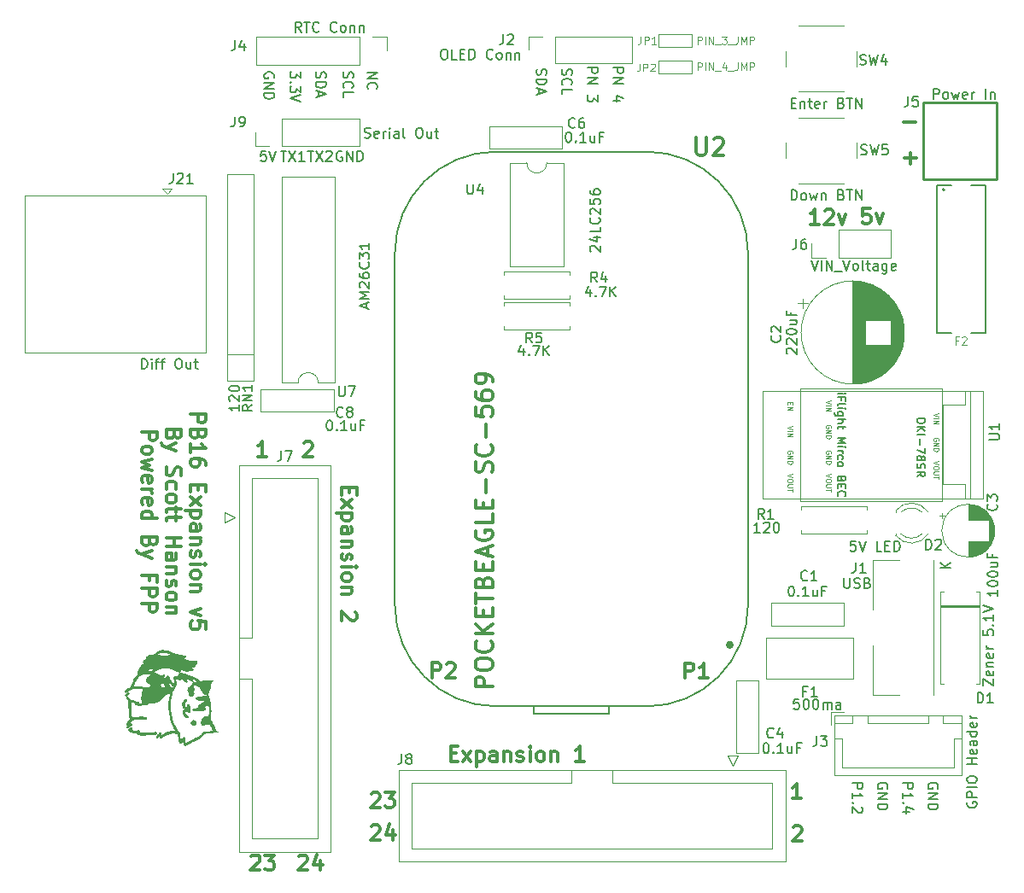
<source format=gbr>
%TF.GenerationSoftware,KiCad,Pcbnew,9.0.7*%
%TF.CreationDate,2026-02-20T16:36:17-05:00*%
%TF.ProjectId,PB_16,50425f31-362e-46b6-9963-61645f706362,v5*%
%TF.SameCoordinates,Original*%
%TF.FileFunction,Legend,Top*%
%TF.FilePolarity,Positive*%
%FSLAX46Y46*%
G04 Gerber Fmt 4.6, Leading zero omitted, Abs format (unit mm)*
G04 Created by KiCad (PCBNEW 9.0.7) date 2026-02-20 16:36:17*
%MOMM*%
%LPD*%
G01*
G04 APERTURE LIST*
%ADD10C,0.150000*%
%ADD11C,0.300000*%
%ADD12C,0.100000*%
%ADD13C,0.120000*%
%ADD14C,0.127000*%
%ADD15C,0.304800*%
%ADD16C,0.254000*%
%ADD17C,0.187000*%
%ADD18C,0.000000*%
G04 APERTURE END LIST*
D10*
X180606536Y-41479198D02*
X180606536Y-42098245D01*
X180606536Y-42098245D02*
X180225584Y-41764912D01*
X180225584Y-41764912D02*
X180225584Y-41907769D01*
X180225584Y-41907769D02*
X180177965Y-42003007D01*
X180177965Y-42003007D02*
X180130346Y-42050626D01*
X180130346Y-42050626D02*
X180035108Y-42098245D01*
X180035108Y-42098245D02*
X179797013Y-42098245D01*
X179797013Y-42098245D02*
X179701775Y-42050626D01*
X179701775Y-42050626D02*
X179654156Y-42003007D01*
X179654156Y-42003007D02*
X179606536Y-41907769D01*
X179606536Y-41907769D02*
X179606536Y-41622055D01*
X179606536Y-41622055D02*
X179654156Y-41526817D01*
X179654156Y-41526817D02*
X179701775Y-41479198D01*
X179701775Y-42526817D02*
X179654156Y-42574436D01*
X179654156Y-42574436D02*
X179606536Y-42526817D01*
X179606536Y-42526817D02*
X179654156Y-42479198D01*
X179654156Y-42479198D02*
X179701775Y-42526817D01*
X179701775Y-42526817D02*
X179606536Y-42526817D01*
X180606536Y-42907769D02*
X180606536Y-43526816D01*
X180606536Y-43526816D02*
X180225584Y-43193483D01*
X180225584Y-43193483D02*
X180225584Y-43336340D01*
X180225584Y-43336340D02*
X180177965Y-43431578D01*
X180177965Y-43431578D02*
X180130346Y-43479197D01*
X180130346Y-43479197D02*
X180035108Y-43526816D01*
X180035108Y-43526816D02*
X179797013Y-43526816D01*
X179797013Y-43526816D02*
X179701775Y-43479197D01*
X179701775Y-43479197D02*
X179654156Y-43431578D01*
X179654156Y-43431578D02*
X179606536Y-43336340D01*
X179606536Y-43336340D02*
X179606536Y-43050626D01*
X179606536Y-43050626D02*
X179654156Y-42955388D01*
X179654156Y-42955388D02*
X179701775Y-42907769D01*
X180606536Y-43812531D02*
X179606536Y-44145864D01*
X179606536Y-44145864D02*
X180606536Y-44479197D01*
X184904156Y-41526817D02*
X184856536Y-41669674D01*
X184856536Y-41669674D02*
X184856536Y-41907769D01*
X184856536Y-41907769D02*
X184904156Y-42003007D01*
X184904156Y-42003007D02*
X184951775Y-42050626D01*
X184951775Y-42050626D02*
X185047013Y-42098245D01*
X185047013Y-42098245D02*
X185142251Y-42098245D01*
X185142251Y-42098245D02*
X185237489Y-42050626D01*
X185237489Y-42050626D02*
X185285108Y-42003007D01*
X185285108Y-42003007D02*
X185332727Y-41907769D01*
X185332727Y-41907769D02*
X185380346Y-41717293D01*
X185380346Y-41717293D02*
X185427965Y-41622055D01*
X185427965Y-41622055D02*
X185475584Y-41574436D01*
X185475584Y-41574436D02*
X185570822Y-41526817D01*
X185570822Y-41526817D02*
X185666060Y-41526817D01*
X185666060Y-41526817D02*
X185761298Y-41574436D01*
X185761298Y-41574436D02*
X185808917Y-41622055D01*
X185808917Y-41622055D02*
X185856536Y-41717293D01*
X185856536Y-41717293D02*
X185856536Y-41955388D01*
X185856536Y-41955388D02*
X185808917Y-42098245D01*
X184951775Y-43098245D02*
X184904156Y-43050626D01*
X184904156Y-43050626D02*
X184856536Y-42907769D01*
X184856536Y-42907769D02*
X184856536Y-42812531D01*
X184856536Y-42812531D02*
X184904156Y-42669674D01*
X184904156Y-42669674D02*
X184999394Y-42574436D01*
X184999394Y-42574436D02*
X185094632Y-42526817D01*
X185094632Y-42526817D02*
X185285108Y-42479198D01*
X185285108Y-42479198D02*
X185427965Y-42479198D01*
X185427965Y-42479198D02*
X185618441Y-42526817D01*
X185618441Y-42526817D02*
X185713679Y-42574436D01*
X185713679Y-42574436D02*
X185808917Y-42669674D01*
X185808917Y-42669674D02*
X185856536Y-42812531D01*
X185856536Y-42812531D02*
X185856536Y-42907769D01*
X185856536Y-42907769D02*
X185808917Y-43050626D01*
X185808917Y-43050626D02*
X185761298Y-43098245D01*
X184856536Y-44003007D02*
X184856536Y-43526817D01*
X184856536Y-43526817D02*
X185856536Y-43526817D01*
X182194156Y-41526817D02*
X182146536Y-41669674D01*
X182146536Y-41669674D02*
X182146536Y-41907769D01*
X182146536Y-41907769D02*
X182194156Y-42003007D01*
X182194156Y-42003007D02*
X182241775Y-42050626D01*
X182241775Y-42050626D02*
X182337013Y-42098245D01*
X182337013Y-42098245D02*
X182432251Y-42098245D01*
X182432251Y-42098245D02*
X182527489Y-42050626D01*
X182527489Y-42050626D02*
X182575108Y-42003007D01*
X182575108Y-42003007D02*
X182622727Y-41907769D01*
X182622727Y-41907769D02*
X182670346Y-41717293D01*
X182670346Y-41717293D02*
X182717965Y-41622055D01*
X182717965Y-41622055D02*
X182765584Y-41574436D01*
X182765584Y-41574436D02*
X182860822Y-41526817D01*
X182860822Y-41526817D02*
X182956060Y-41526817D01*
X182956060Y-41526817D02*
X183051298Y-41574436D01*
X183051298Y-41574436D02*
X183098917Y-41622055D01*
X183098917Y-41622055D02*
X183146536Y-41717293D01*
X183146536Y-41717293D02*
X183146536Y-41955388D01*
X183146536Y-41955388D02*
X183098917Y-42098245D01*
X182146536Y-42526817D02*
X183146536Y-42526817D01*
X183146536Y-42526817D02*
X183146536Y-42764912D01*
X183146536Y-42764912D02*
X183098917Y-42907769D01*
X183098917Y-42907769D02*
X183003679Y-43003007D01*
X183003679Y-43003007D02*
X182908441Y-43050626D01*
X182908441Y-43050626D02*
X182717965Y-43098245D01*
X182717965Y-43098245D02*
X182575108Y-43098245D01*
X182575108Y-43098245D02*
X182384632Y-43050626D01*
X182384632Y-43050626D02*
X182289394Y-43003007D01*
X182289394Y-43003007D02*
X182194156Y-42907769D01*
X182194156Y-42907769D02*
X182146536Y-42764912D01*
X182146536Y-42764912D02*
X182146536Y-42526817D01*
X182432251Y-43479198D02*
X182432251Y-43955388D01*
X182146536Y-43383960D02*
X183146536Y-43717293D01*
X183146536Y-43717293D02*
X182146536Y-44050626D01*
X177978917Y-42098245D02*
X178026536Y-42003007D01*
X178026536Y-42003007D02*
X178026536Y-41860150D01*
X178026536Y-41860150D02*
X177978917Y-41717293D01*
X177978917Y-41717293D02*
X177883679Y-41622055D01*
X177883679Y-41622055D02*
X177788441Y-41574436D01*
X177788441Y-41574436D02*
X177597965Y-41526817D01*
X177597965Y-41526817D02*
X177455108Y-41526817D01*
X177455108Y-41526817D02*
X177264632Y-41574436D01*
X177264632Y-41574436D02*
X177169394Y-41622055D01*
X177169394Y-41622055D02*
X177074156Y-41717293D01*
X177074156Y-41717293D02*
X177026536Y-41860150D01*
X177026536Y-41860150D02*
X177026536Y-41955388D01*
X177026536Y-41955388D02*
X177074156Y-42098245D01*
X177074156Y-42098245D02*
X177121775Y-42145864D01*
X177121775Y-42145864D02*
X177455108Y-42145864D01*
X177455108Y-42145864D02*
X177455108Y-41955388D01*
X177026536Y-42574436D02*
X178026536Y-42574436D01*
X178026536Y-42574436D02*
X177026536Y-43145864D01*
X177026536Y-43145864D02*
X178026536Y-43145864D01*
X177026536Y-43622055D02*
X178026536Y-43622055D01*
X178026536Y-43622055D02*
X178026536Y-43860150D01*
X178026536Y-43860150D02*
X177978917Y-44003007D01*
X177978917Y-44003007D02*
X177883679Y-44098245D01*
X177883679Y-44098245D02*
X177788441Y-44145864D01*
X177788441Y-44145864D02*
X177597965Y-44193483D01*
X177597965Y-44193483D02*
X177455108Y-44193483D01*
X177455108Y-44193483D02*
X177264632Y-44145864D01*
X177264632Y-44145864D02*
X177169394Y-44098245D01*
X177169394Y-44098245D02*
X177074156Y-44003007D01*
X177074156Y-44003007D02*
X177026536Y-43860150D01*
X177026536Y-43860150D02*
X177026536Y-43622055D01*
X187266536Y-41574436D02*
X188266536Y-41574436D01*
X188266536Y-41574436D02*
X187266536Y-42145864D01*
X187266536Y-42145864D02*
X188266536Y-42145864D01*
X187361775Y-43193483D02*
X187314156Y-43145864D01*
X187314156Y-43145864D02*
X187266536Y-43003007D01*
X187266536Y-43003007D02*
X187266536Y-42907769D01*
X187266536Y-42907769D02*
X187314156Y-42764912D01*
X187314156Y-42764912D02*
X187409394Y-42669674D01*
X187409394Y-42669674D02*
X187504632Y-42622055D01*
X187504632Y-42622055D02*
X187695108Y-42574436D01*
X187695108Y-42574436D02*
X187837965Y-42574436D01*
X187837965Y-42574436D02*
X188028441Y-42622055D01*
X188028441Y-42622055D02*
X188123679Y-42669674D01*
X188123679Y-42669674D02*
X188218917Y-42764912D01*
X188218917Y-42764912D02*
X188266536Y-42907769D01*
X188266536Y-42907769D02*
X188266536Y-43003007D01*
X188266536Y-43003007D02*
X188218917Y-43145864D01*
X188218917Y-43145864D02*
X188171298Y-43193483D01*
X211609936Y-41090093D02*
X212609936Y-41090093D01*
X212609936Y-41090093D02*
X212609936Y-41471045D01*
X212609936Y-41471045D02*
X212562317Y-41566283D01*
X212562317Y-41566283D02*
X212514698Y-41613902D01*
X212514698Y-41613902D02*
X212419460Y-41661521D01*
X212419460Y-41661521D02*
X212276603Y-41661521D01*
X212276603Y-41661521D02*
X212181365Y-41613902D01*
X212181365Y-41613902D02*
X212133746Y-41566283D01*
X212133746Y-41566283D02*
X212086127Y-41471045D01*
X212086127Y-41471045D02*
X212086127Y-41090093D01*
X211609936Y-42090093D02*
X212609936Y-42090093D01*
X212609936Y-42090093D02*
X211609936Y-42661521D01*
X211609936Y-42661521D02*
X212609936Y-42661521D01*
X212276603Y-44328188D02*
X211609936Y-44328188D01*
X212657556Y-44090093D02*
X211943270Y-43851998D01*
X211943270Y-43851998D02*
X211943270Y-44471045D01*
X206587556Y-41227217D02*
X206539936Y-41370074D01*
X206539936Y-41370074D02*
X206539936Y-41608169D01*
X206539936Y-41608169D02*
X206587556Y-41703407D01*
X206587556Y-41703407D02*
X206635175Y-41751026D01*
X206635175Y-41751026D02*
X206730413Y-41798645D01*
X206730413Y-41798645D02*
X206825651Y-41798645D01*
X206825651Y-41798645D02*
X206920889Y-41751026D01*
X206920889Y-41751026D02*
X206968508Y-41703407D01*
X206968508Y-41703407D02*
X207016127Y-41608169D01*
X207016127Y-41608169D02*
X207063746Y-41417693D01*
X207063746Y-41417693D02*
X207111365Y-41322455D01*
X207111365Y-41322455D02*
X207158984Y-41274836D01*
X207158984Y-41274836D02*
X207254222Y-41227217D01*
X207254222Y-41227217D02*
X207349460Y-41227217D01*
X207349460Y-41227217D02*
X207444698Y-41274836D01*
X207444698Y-41274836D02*
X207492317Y-41322455D01*
X207492317Y-41322455D02*
X207539936Y-41417693D01*
X207539936Y-41417693D02*
X207539936Y-41655788D01*
X207539936Y-41655788D02*
X207492317Y-41798645D01*
X206635175Y-42798645D02*
X206587556Y-42751026D01*
X206587556Y-42751026D02*
X206539936Y-42608169D01*
X206539936Y-42608169D02*
X206539936Y-42512931D01*
X206539936Y-42512931D02*
X206587556Y-42370074D01*
X206587556Y-42370074D02*
X206682794Y-42274836D01*
X206682794Y-42274836D02*
X206778032Y-42227217D01*
X206778032Y-42227217D02*
X206968508Y-42179598D01*
X206968508Y-42179598D02*
X207111365Y-42179598D01*
X207111365Y-42179598D02*
X207301841Y-42227217D01*
X207301841Y-42227217D02*
X207397079Y-42274836D01*
X207397079Y-42274836D02*
X207492317Y-42370074D01*
X207492317Y-42370074D02*
X207539936Y-42512931D01*
X207539936Y-42512931D02*
X207539936Y-42608169D01*
X207539936Y-42608169D02*
X207492317Y-42751026D01*
X207492317Y-42751026D02*
X207444698Y-42798645D01*
X206539936Y-43703407D02*
X206539936Y-43227217D01*
X206539936Y-43227217D02*
X207539936Y-43227217D01*
X209069936Y-41090093D02*
X210069936Y-41090093D01*
X210069936Y-41090093D02*
X210069936Y-41471045D01*
X210069936Y-41471045D02*
X210022317Y-41566283D01*
X210022317Y-41566283D02*
X209974698Y-41613902D01*
X209974698Y-41613902D02*
X209879460Y-41661521D01*
X209879460Y-41661521D02*
X209736603Y-41661521D01*
X209736603Y-41661521D02*
X209641365Y-41613902D01*
X209641365Y-41613902D02*
X209593746Y-41566283D01*
X209593746Y-41566283D02*
X209546127Y-41471045D01*
X209546127Y-41471045D02*
X209546127Y-41090093D01*
X209069936Y-42090093D02*
X210069936Y-42090093D01*
X210069936Y-42090093D02*
X209069936Y-42661521D01*
X209069936Y-42661521D02*
X210069936Y-42661521D01*
X210069936Y-43804379D02*
X210069936Y-44423426D01*
X210069936Y-44423426D02*
X209688984Y-44090093D01*
X209688984Y-44090093D02*
X209688984Y-44232950D01*
X209688984Y-44232950D02*
X209641365Y-44328188D01*
X209641365Y-44328188D02*
X209593746Y-44375807D01*
X209593746Y-44375807D02*
X209498508Y-44423426D01*
X209498508Y-44423426D02*
X209260413Y-44423426D01*
X209260413Y-44423426D02*
X209165175Y-44375807D01*
X209165175Y-44375807D02*
X209117556Y-44328188D01*
X209117556Y-44328188D02*
X209069936Y-44232950D01*
X209069936Y-44232950D02*
X209069936Y-43947236D01*
X209069936Y-43947236D02*
X209117556Y-43851998D01*
X209117556Y-43851998D02*
X209165175Y-43804379D01*
X204057556Y-41227217D02*
X204009936Y-41370074D01*
X204009936Y-41370074D02*
X204009936Y-41608169D01*
X204009936Y-41608169D02*
X204057556Y-41703407D01*
X204057556Y-41703407D02*
X204105175Y-41751026D01*
X204105175Y-41751026D02*
X204200413Y-41798645D01*
X204200413Y-41798645D02*
X204295651Y-41798645D01*
X204295651Y-41798645D02*
X204390889Y-41751026D01*
X204390889Y-41751026D02*
X204438508Y-41703407D01*
X204438508Y-41703407D02*
X204486127Y-41608169D01*
X204486127Y-41608169D02*
X204533746Y-41417693D01*
X204533746Y-41417693D02*
X204581365Y-41322455D01*
X204581365Y-41322455D02*
X204628984Y-41274836D01*
X204628984Y-41274836D02*
X204724222Y-41227217D01*
X204724222Y-41227217D02*
X204819460Y-41227217D01*
X204819460Y-41227217D02*
X204914698Y-41274836D01*
X204914698Y-41274836D02*
X204962317Y-41322455D01*
X204962317Y-41322455D02*
X205009936Y-41417693D01*
X205009936Y-41417693D02*
X205009936Y-41655788D01*
X205009936Y-41655788D02*
X204962317Y-41798645D01*
X204009936Y-42227217D02*
X205009936Y-42227217D01*
X205009936Y-42227217D02*
X205009936Y-42465312D01*
X205009936Y-42465312D02*
X204962317Y-42608169D01*
X204962317Y-42608169D02*
X204867079Y-42703407D01*
X204867079Y-42703407D02*
X204771841Y-42751026D01*
X204771841Y-42751026D02*
X204581365Y-42798645D01*
X204581365Y-42798645D02*
X204438508Y-42798645D01*
X204438508Y-42798645D02*
X204248032Y-42751026D01*
X204248032Y-42751026D02*
X204152794Y-42703407D01*
X204152794Y-42703407D02*
X204057556Y-42608169D01*
X204057556Y-42608169D02*
X204009936Y-42465312D01*
X204009936Y-42465312D02*
X204009936Y-42227217D01*
X204295651Y-43179598D02*
X204295651Y-43655788D01*
X204009936Y-43084360D02*
X205009936Y-43417693D01*
X205009936Y-43417693D02*
X204009936Y-43751026D01*
X240345180Y-112047619D02*
X241345180Y-112047619D01*
X241345180Y-112047619D02*
X241345180Y-112428571D01*
X241345180Y-112428571D02*
X241297561Y-112523809D01*
X241297561Y-112523809D02*
X241249942Y-112571428D01*
X241249942Y-112571428D02*
X241154704Y-112619047D01*
X241154704Y-112619047D02*
X241011847Y-112619047D01*
X241011847Y-112619047D02*
X240916609Y-112571428D01*
X240916609Y-112571428D02*
X240868990Y-112523809D01*
X240868990Y-112523809D02*
X240821371Y-112428571D01*
X240821371Y-112428571D02*
X240821371Y-112047619D01*
X240345180Y-113571428D02*
X240345180Y-113000000D01*
X240345180Y-113285714D02*
X241345180Y-113285714D01*
X241345180Y-113285714D02*
X241202323Y-113190476D01*
X241202323Y-113190476D02*
X241107085Y-113095238D01*
X241107085Y-113095238D02*
X241059466Y-113000000D01*
X240440419Y-114000000D02*
X240392800Y-114047619D01*
X240392800Y-114047619D02*
X240345180Y-114000000D01*
X240345180Y-114000000D02*
X240392800Y-113952381D01*
X240392800Y-113952381D02*
X240440419Y-114000000D01*
X240440419Y-114000000D02*
X240345180Y-114000000D01*
X241011847Y-114904761D02*
X240345180Y-114904761D01*
X241392800Y-114666666D02*
X240678514Y-114428571D01*
X240678514Y-114428571D02*
X240678514Y-115047618D01*
X243797561Y-112571428D02*
X243845180Y-112476190D01*
X243845180Y-112476190D02*
X243845180Y-112333333D01*
X243845180Y-112333333D02*
X243797561Y-112190476D01*
X243797561Y-112190476D02*
X243702323Y-112095238D01*
X243702323Y-112095238D02*
X243607085Y-112047619D01*
X243607085Y-112047619D02*
X243416609Y-112000000D01*
X243416609Y-112000000D02*
X243273752Y-112000000D01*
X243273752Y-112000000D02*
X243083276Y-112047619D01*
X243083276Y-112047619D02*
X242988038Y-112095238D01*
X242988038Y-112095238D02*
X242892800Y-112190476D01*
X242892800Y-112190476D02*
X242845180Y-112333333D01*
X242845180Y-112333333D02*
X242845180Y-112428571D01*
X242845180Y-112428571D02*
X242892800Y-112571428D01*
X242892800Y-112571428D02*
X242940419Y-112619047D01*
X242940419Y-112619047D02*
X243273752Y-112619047D01*
X243273752Y-112619047D02*
X243273752Y-112428571D01*
X242845180Y-113047619D02*
X243845180Y-113047619D01*
X243845180Y-113047619D02*
X242845180Y-113619047D01*
X242845180Y-113619047D02*
X243845180Y-113619047D01*
X242845180Y-114095238D02*
X243845180Y-114095238D01*
X243845180Y-114095238D02*
X243845180Y-114333333D01*
X243845180Y-114333333D02*
X243797561Y-114476190D01*
X243797561Y-114476190D02*
X243702323Y-114571428D01*
X243702323Y-114571428D02*
X243607085Y-114619047D01*
X243607085Y-114619047D02*
X243416609Y-114666666D01*
X243416609Y-114666666D02*
X243273752Y-114666666D01*
X243273752Y-114666666D02*
X243083276Y-114619047D01*
X243083276Y-114619047D02*
X242988038Y-114571428D01*
X242988038Y-114571428D02*
X242892800Y-114476190D01*
X242892800Y-114476190D02*
X242845180Y-114333333D01*
X242845180Y-114333333D02*
X242845180Y-114095238D01*
X238797561Y-112571428D02*
X238845180Y-112476190D01*
X238845180Y-112476190D02*
X238845180Y-112333333D01*
X238845180Y-112333333D02*
X238797561Y-112190476D01*
X238797561Y-112190476D02*
X238702323Y-112095238D01*
X238702323Y-112095238D02*
X238607085Y-112047619D01*
X238607085Y-112047619D02*
X238416609Y-112000000D01*
X238416609Y-112000000D02*
X238273752Y-112000000D01*
X238273752Y-112000000D02*
X238083276Y-112047619D01*
X238083276Y-112047619D02*
X237988038Y-112095238D01*
X237988038Y-112095238D02*
X237892800Y-112190476D01*
X237892800Y-112190476D02*
X237845180Y-112333333D01*
X237845180Y-112333333D02*
X237845180Y-112428571D01*
X237845180Y-112428571D02*
X237892800Y-112571428D01*
X237892800Y-112571428D02*
X237940419Y-112619047D01*
X237940419Y-112619047D02*
X238273752Y-112619047D01*
X238273752Y-112619047D02*
X238273752Y-112428571D01*
X237845180Y-113047619D02*
X238845180Y-113047619D01*
X238845180Y-113047619D02*
X237845180Y-113619047D01*
X237845180Y-113619047D02*
X238845180Y-113619047D01*
X237845180Y-114095238D02*
X238845180Y-114095238D01*
X238845180Y-114095238D02*
X238845180Y-114333333D01*
X238845180Y-114333333D02*
X238797561Y-114476190D01*
X238797561Y-114476190D02*
X238702323Y-114571428D01*
X238702323Y-114571428D02*
X238607085Y-114619047D01*
X238607085Y-114619047D02*
X238416609Y-114666666D01*
X238416609Y-114666666D02*
X238273752Y-114666666D01*
X238273752Y-114666666D02*
X238083276Y-114619047D01*
X238083276Y-114619047D02*
X237988038Y-114571428D01*
X237988038Y-114571428D02*
X237892800Y-114476190D01*
X237892800Y-114476190D02*
X237845180Y-114333333D01*
X237845180Y-114333333D02*
X237845180Y-114095238D01*
D11*
X180971429Y-78321185D02*
X181042857Y-78249757D01*
X181042857Y-78249757D02*
X181185715Y-78178328D01*
X181185715Y-78178328D02*
X181542857Y-78178328D01*
X181542857Y-78178328D02*
X181685715Y-78249757D01*
X181685715Y-78249757D02*
X181757143Y-78321185D01*
X181757143Y-78321185D02*
X181828572Y-78464042D01*
X181828572Y-78464042D02*
X181828572Y-78606900D01*
X181828572Y-78606900D02*
X181757143Y-78821185D01*
X181757143Y-78821185D02*
X180900000Y-79678328D01*
X180900000Y-79678328D02*
X181828572Y-79678328D01*
X177228572Y-79678328D02*
X176371429Y-79678328D01*
X176800000Y-79678328D02*
X176800000Y-78178328D01*
X176800000Y-78178328D02*
X176657143Y-78392614D01*
X176657143Y-78392614D02*
X176514286Y-78535471D01*
X176514286Y-78535471D02*
X176371429Y-78606900D01*
X185507385Y-82728570D02*
X185507385Y-83228570D01*
X184721671Y-83442856D02*
X184721671Y-82728570D01*
X184721671Y-82728570D02*
X186221671Y-82728570D01*
X186221671Y-82728570D02*
X186221671Y-83442856D01*
X184721671Y-83942856D02*
X185721671Y-84728571D01*
X185721671Y-83942856D02*
X184721671Y-84728571D01*
X185721671Y-85299999D02*
X184221671Y-85299999D01*
X185650242Y-85299999D02*
X185721671Y-85442857D01*
X185721671Y-85442857D02*
X185721671Y-85728571D01*
X185721671Y-85728571D02*
X185650242Y-85871428D01*
X185650242Y-85871428D02*
X185578814Y-85942857D01*
X185578814Y-85942857D02*
X185435957Y-86014285D01*
X185435957Y-86014285D02*
X185007385Y-86014285D01*
X185007385Y-86014285D02*
X184864528Y-85942857D01*
X184864528Y-85942857D02*
X184793100Y-85871428D01*
X184793100Y-85871428D02*
X184721671Y-85728571D01*
X184721671Y-85728571D02*
X184721671Y-85442857D01*
X184721671Y-85442857D02*
X184793100Y-85299999D01*
X184721671Y-87300000D02*
X185507385Y-87300000D01*
X185507385Y-87300000D02*
X185650242Y-87228571D01*
X185650242Y-87228571D02*
X185721671Y-87085714D01*
X185721671Y-87085714D02*
X185721671Y-86800000D01*
X185721671Y-86800000D02*
X185650242Y-86657142D01*
X184793100Y-87300000D02*
X184721671Y-87157142D01*
X184721671Y-87157142D02*
X184721671Y-86800000D01*
X184721671Y-86800000D02*
X184793100Y-86657142D01*
X184793100Y-86657142D02*
X184935957Y-86585714D01*
X184935957Y-86585714D02*
X185078814Y-86585714D01*
X185078814Y-86585714D02*
X185221671Y-86657142D01*
X185221671Y-86657142D02*
X185293100Y-86800000D01*
X185293100Y-86800000D02*
X185293100Y-87157142D01*
X185293100Y-87157142D02*
X185364528Y-87300000D01*
X185721671Y-88014285D02*
X184721671Y-88014285D01*
X185578814Y-88014285D02*
X185650242Y-88085714D01*
X185650242Y-88085714D02*
X185721671Y-88228571D01*
X185721671Y-88228571D02*
X185721671Y-88442857D01*
X185721671Y-88442857D02*
X185650242Y-88585714D01*
X185650242Y-88585714D02*
X185507385Y-88657143D01*
X185507385Y-88657143D02*
X184721671Y-88657143D01*
X184793100Y-89300000D02*
X184721671Y-89442857D01*
X184721671Y-89442857D02*
X184721671Y-89728571D01*
X184721671Y-89728571D02*
X184793100Y-89871428D01*
X184793100Y-89871428D02*
X184935957Y-89942857D01*
X184935957Y-89942857D02*
X185007385Y-89942857D01*
X185007385Y-89942857D02*
X185150242Y-89871428D01*
X185150242Y-89871428D02*
X185221671Y-89728571D01*
X185221671Y-89728571D02*
X185221671Y-89514286D01*
X185221671Y-89514286D02*
X185293100Y-89371428D01*
X185293100Y-89371428D02*
X185435957Y-89300000D01*
X185435957Y-89300000D02*
X185507385Y-89300000D01*
X185507385Y-89300000D02*
X185650242Y-89371428D01*
X185650242Y-89371428D02*
X185721671Y-89514286D01*
X185721671Y-89514286D02*
X185721671Y-89728571D01*
X185721671Y-89728571D02*
X185650242Y-89871428D01*
X184721671Y-90585714D02*
X185721671Y-90585714D01*
X186221671Y-90585714D02*
X186150242Y-90514286D01*
X186150242Y-90514286D02*
X186078814Y-90585714D01*
X186078814Y-90585714D02*
X186150242Y-90657143D01*
X186150242Y-90657143D02*
X186221671Y-90585714D01*
X186221671Y-90585714D02*
X186078814Y-90585714D01*
X184721671Y-91514286D02*
X184793100Y-91371429D01*
X184793100Y-91371429D02*
X184864528Y-91300000D01*
X184864528Y-91300000D02*
X185007385Y-91228572D01*
X185007385Y-91228572D02*
X185435957Y-91228572D01*
X185435957Y-91228572D02*
X185578814Y-91300000D01*
X185578814Y-91300000D02*
X185650242Y-91371429D01*
X185650242Y-91371429D02*
X185721671Y-91514286D01*
X185721671Y-91514286D02*
X185721671Y-91728572D01*
X185721671Y-91728572D02*
X185650242Y-91871429D01*
X185650242Y-91871429D02*
X185578814Y-91942858D01*
X185578814Y-91942858D02*
X185435957Y-92014286D01*
X185435957Y-92014286D02*
X185007385Y-92014286D01*
X185007385Y-92014286D02*
X184864528Y-91942858D01*
X184864528Y-91942858D02*
X184793100Y-91871429D01*
X184793100Y-91871429D02*
X184721671Y-91728572D01*
X184721671Y-91728572D02*
X184721671Y-91514286D01*
X185721671Y-92657143D02*
X184721671Y-92657143D01*
X185578814Y-92657143D02*
X185650242Y-92728572D01*
X185650242Y-92728572D02*
X185721671Y-92871429D01*
X185721671Y-92871429D02*
X185721671Y-93085715D01*
X185721671Y-93085715D02*
X185650242Y-93228572D01*
X185650242Y-93228572D02*
X185507385Y-93300001D01*
X185507385Y-93300001D02*
X184721671Y-93300001D01*
X186078814Y-95085715D02*
X186150242Y-95157143D01*
X186150242Y-95157143D02*
X186221671Y-95300001D01*
X186221671Y-95300001D02*
X186221671Y-95657143D01*
X186221671Y-95657143D02*
X186150242Y-95800001D01*
X186150242Y-95800001D02*
X186078814Y-95871429D01*
X186078814Y-95871429D02*
X185935957Y-95942858D01*
X185935957Y-95942858D02*
X185793100Y-95942858D01*
X185793100Y-95942858D02*
X185578814Y-95871429D01*
X185578814Y-95871429D02*
X184721671Y-95014286D01*
X184721671Y-95014286D02*
X184721671Y-95942858D01*
D10*
X184738095Y-49402438D02*
X184642857Y-49354819D01*
X184642857Y-49354819D02*
X184500000Y-49354819D01*
X184500000Y-49354819D02*
X184357143Y-49402438D01*
X184357143Y-49402438D02*
X184261905Y-49497676D01*
X184261905Y-49497676D02*
X184214286Y-49592914D01*
X184214286Y-49592914D02*
X184166667Y-49783390D01*
X184166667Y-49783390D02*
X184166667Y-49926247D01*
X184166667Y-49926247D02*
X184214286Y-50116723D01*
X184214286Y-50116723D02*
X184261905Y-50211961D01*
X184261905Y-50211961D02*
X184357143Y-50307200D01*
X184357143Y-50307200D02*
X184500000Y-50354819D01*
X184500000Y-50354819D02*
X184595238Y-50354819D01*
X184595238Y-50354819D02*
X184738095Y-50307200D01*
X184738095Y-50307200D02*
X184785714Y-50259580D01*
X184785714Y-50259580D02*
X184785714Y-49926247D01*
X184785714Y-49926247D02*
X184595238Y-49926247D01*
X185214286Y-50354819D02*
X185214286Y-49354819D01*
X185214286Y-49354819D02*
X185785714Y-50354819D01*
X185785714Y-50354819D02*
X185785714Y-49354819D01*
X186261905Y-50354819D02*
X186261905Y-49354819D01*
X186261905Y-49354819D02*
X186500000Y-49354819D01*
X186500000Y-49354819D02*
X186642857Y-49402438D01*
X186642857Y-49402438D02*
X186738095Y-49497676D01*
X186738095Y-49497676D02*
X186785714Y-49592914D01*
X186785714Y-49592914D02*
X186833333Y-49783390D01*
X186833333Y-49783390D02*
X186833333Y-49926247D01*
X186833333Y-49926247D02*
X186785714Y-50116723D01*
X186785714Y-50116723D02*
X186738095Y-50211961D01*
X186738095Y-50211961D02*
X186642857Y-50307200D01*
X186642857Y-50307200D02*
X186500000Y-50354819D01*
X186500000Y-50354819D02*
X186261905Y-50354819D01*
X177209523Y-49354819D02*
X176733333Y-49354819D01*
X176733333Y-49354819D02*
X176685714Y-49831009D01*
X176685714Y-49831009D02*
X176733333Y-49783390D01*
X176733333Y-49783390D02*
X176828571Y-49735771D01*
X176828571Y-49735771D02*
X177066666Y-49735771D01*
X177066666Y-49735771D02*
X177161904Y-49783390D01*
X177161904Y-49783390D02*
X177209523Y-49831009D01*
X177209523Y-49831009D02*
X177257142Y-49926247D01*
X177257142Y-49926247D02*
X177257142Y-50164342D01*
X177257142Y-50164342D02*
X177209523Y-50259580D01*
X177209523Y-50259580D02*
X177161904Y-50307200D01*
X177161904Y-50307200D02*
X177066666Y-50354819D01*
X177066666Y-50354819D02*
X176828571Y-50354819D01*
X176828571Y-50354819D02*
X176733333Y-50307200D01*
X176733333Y-50307200D02*
X176685714Y-50259580D01*
X177542857Y-49354819D02*
X177876190Y-50354819D01*
X177876190Y-50354819D02*
X178209523Y-49354819D01*
X181361905Y-49354819D02*
X181933333Y-49354819D01*
X181647619Y-50354819D02*
X181647619Y-49354819D01*
X182171429Y-49354819D02*
X182838095Y-50354819D01*
X182838095Y-49354819D02*
X182171429Y-50354819D01*
X183171429Y-49450057D02*
X183219048Y-49402438D01*
X183219048Y-49402438D02*
X183314286Y-49354819D01*
X183314286Y-49354819D02*
X183552381Y-49354819D01*
X183552381Y-49354819D02*
X183647619Y-49402438D01*
X183647619Y-49402438D02*
X183695238Y-49450057D01*
X183695238Y-49450057D02*
X183742857Y-49545295D01*
X183742857Y-49545295D02*
X183742857Y-49640533D01*
X183742857Y-49640533D02*
X183695238Y-49783390D01*
X183695238Y-49783390D02*
X183123810Y-50354819D01*
X183123810Y-50354819D02*
X183742857Y-50354819D01*
X178661905Y-49354819D02*
X179233333Y-49354819D01*
X178947619Y-50354819D02*
X178947619Y-49354819D01*
X179471429Y-49354819D02*
X180138095Y-50354819D01*
X180138095Y-49354819D02*
X179471429Y-50354819D01*
X181042857Y-50354819D02*
X180471429Y-50354819D01*
X180757143Y-50354819D02*
X180757143Y-49354819D01*
X180757143Y-49354819D02*
X180661905Y-49497676D01*
X180661905Y-49497676D02*
X180566667Y-49592914D01*
X180566667Y-49592914D02*
X180471429Y-49640533D01*
D11*
X237110714Y-55053328D02*
X236396428Y-55053328D01*
X236396428Y-55053328D02*
X236325000Y-55767614D01*
X236325000Y-55767614D02*
X236396428Y-55696185D01*
X236396428Y-55696185D02*
X236539286Y-55624757D01*
X236539286Y-55624757D02*
X236896428Y-55624757D01*
X236896428Y-55624757D02*
X237039286Y-55696185D01*
X237039286Y-55696185D02*
X237110714Y-55767614D01*
X237110714Y-55767614D02*
X237182143Y-55910471D01*
X237182143Y-55910471D02*
X237182143Y-56267614D01*
X237182143Y-56267614D02*
X237110714Y-56410471D01*
X237110714Y-56410471D02*
X237039286Y-56481900D01*
X237039286Y-56481900D02*
X236896428Y-56553328D01*
X236896428Y-56553328D02*
X236539286Y-56553328D01*
X236539286Y-56553328D02*
X236396428Y-56481900D01*
X236396428Y-56481900D02*
X236325000Y-56410471D01*
X237682142Y-55553328D02*
X238039285Y-56553328D01*
X238039285Y-56553328D02*
X238396428Y-55553328D01*
X240528571Y-50081900D02*
X241671429Y-50081900D01*
X241100000Y-50653328D02*
X241100000Y-49510471D01*
X175757143Y-119321185D02*
X175828571Y-119249757D01*
X175828571Y-119249757D02*
X175971429Y-119178328D01*
X175971429Y-119178328D02*
X176328571Y-119178328D01*
X176328571Y-119178328D02*
X176471429Y-119249757D01*
X176471429Y-119249757D02*
X176542857Y-119321185D01*
X176542857Y-119321185D02*
X176614286Y-119464042D01*
X176614286Y-119464042D02*
X176614286Y-119606900D01*
X176614286Y-119606900D02*
X176542857Y-119821185D01*
X176542857Y-119821185D02*
X175685714Y-120678328D01*
X175685714Y-120678328D02*
X176614286Y-120678328D01*
X177114285Y-119178328D02*
X178042857Y-119178328D01*
X178042857Y-119178328D02*
X177542857Y-119749757D01*
X177542857Y-119749757D02*
X177757142Y-119749757D01*
X177757142Y-119749757D02*
X177900000Y-119821185D01*
X177900000Y-119821185D02*
X177971428Y-119892614D01*
X177971428Y-119892614D02*
X178042857Y-120035471D01*
X178042857Y-120035471D02*
X178042857Y-120392614D01*
X178042857Y-120392614D02*
X177971428Y-120535471D01*
X177971428Y-120535471D02*
X177900000Y-120606900D01*
X177900000Y-120606900D02*
X177757142Y-120678328D01*
X177757142Y-120678328D02*
X177328571Y-120678328D01*
X177328571Y-120678328D02*
X177185714Y-120606900D01*
X177185714Y-120606900D02*
X177114285Y-120535471D01*
X230228572Y-113578328D02*
X229371429Y-113578328D01*
X229800000Y-113578328D02*
X229800000Y-112078328D01*
X229800000Y-112078328D02*
X229657143Y-112292614D01*
X229657143Y-112292614D02*
X229514286Y-112435471D01*
X229514286Y-112435471D02*
X229371429Y-112506900D01*
X187657143Y-113121185D02*
X187728571Y-113049757D01*
X187728571Y-113049757D02*
X187871429Y-112978328D01*
X187871429Y-112978328D02*
X188228571Y-112978328D01*
X188228571Y-112978328D02*
X188371429Y-113049757D01*
X188371429Y-113049757D02*
X188442857Y-113121185D01*
X188442857Y-113121185D02*
X188514286Y-113264042D01*
X188514286Y-113264042D02*
X188514286Y-113406900D01*
X188514286Y-113406900D02*
X188442857Y-113621185D01*
X188442857Y-113621185D02*
X187585714Y-114478328D01*
X187585714Y-114478328D02*
X188514286Y-114478328D01*
X189014285Y-112978328D02*
X189942857Y-112978328D01*
X189942857Y-112978328D02*
X189442857Y-113549757D01*
X189442857Y-113549757D02*
X189657142Y-113549757D01*
X189657142Y-113549757D02*
X189800000Y-113621185D01*
X189800000Y-113621185D02*
X189871428Y-113692614D01*
X189871428Y-113692614D02*
X189942857Y-113835471D01*
X189942857Y-113835471D02*
X189942857Y-114192614D01*
X189942857Y-114192614D02*
X189871428Y-114335471D01*
X189871428Y-114335471D02*
X189800000Y-114406900D01*
X189800000Y-114406900D02*
X189657142Y-114478328D01*
X189657142Y-114478328D02*
X189228571Y-114478328D01*
X189228571Y-114478328D02*
X189085714Y-114406900D01*
X189085714Y-114406900D02*
X189014285Y-114335471D01*
X232042858Y-56653328D02*
X231185715Y-56653328D01*
X231614286Y-56653328D02*
X231614286Y-55153328D01*
X231614286Y-55153328D02*
X231471429Y-55367614D01*
X231471429Y-55367614D02*
X231328572Y-55510471D01*
X231328572Y-55510471D02*
X231185715Y-55581900D01*
X232614286Y-55296185D02*
X232685714Y-55224757D01*
X232685714Y-55224757D02*
X232828572Y-55153328D01*
X232828572Y-55153328D02*
X233185714Y-55153328D01*
X233185714Y-55153328D02*
X233328572Y-55224757D01*
X233328572Y-55224757D02*
X233400000Y-55296185D01*
X233400000Y-55296185D02*
X233471429Y-55439042D01*
X233471429Y-55439042D02*
X233471429Y-55581900D01*
X233471429Y-55581900D02*
X233400000Y-55796185D01*
X233400000Y-55796185D02*
X232542857Y-56653328D01*
X232542857Y-56653328D02*
X233471429Y-56653328D01*
X233971428Y-55653328D02*
X234328571Y-56653328D01*
X234328571Y-56653328D02*
X234685714Y-55653328D01*
X169736587Y-75457142D02*
X171236587Y-75457142D01*
X171236587Y-75457142D02*
X171236587Y-76028571D01*
X171236587Y-76028571D02*
X171165158Y-76171428D01*
X171165158Y-76171428D02*
X171093730Y-76242857D01*
X171093730Y-76242857D02*
X170950873Y-76314285D01*
X170950873Y-76314285D02*
X170736587Y-76314285D01*
X170736587Y-76314285D02*
X170593730Y-76242857D01*
X170593730Y-76242857D02*
X170522301Y-76171428D01*
X170522301Y-76171428D02*
X170450873Y-76028571D01*
X170450873Y-76028571D02*
X170450873Y-75457142D01*
X170522301Y-77457142D02*
X170450873Y-77671428D01*
X170450873Y-77671428D02*
X170379444Y-77742857D01*
X170379444Y-77742857D02*
X170236587Y-77814285D01*
X170236587Y-77814285D02*
X170022301Y-77814285D01*
X170022301Y-77814285D02*
X169879444Y-77742857D01*
X169879444Y-77742857D02*
X169808016Y-77671428D01*
X169808016Y-77671428D02*
X169736587Y-77528571D01*
X169736587Y-77528571D02*
X169736587Y-76957142D01*
X169736587Y-76957142D02*
X171236587Y-76957142D01*
X171236587Y-76957142D02*
X171236587Y-77457142D01*
X171236587Y-77457142D02*
X171165158Y-77600000D01*
X171165158Y-77600000D02*
X171093730Y-77671428D01*
X171093730Y-77671428D02*
X170950873Y-77742857D01*
X170950873Y-77742857D02*
X170808016Y-77742857D01*
X170808016Y-77742857D02*
X170665158Y-77671428D01*
X170665158Y-77671428D02*
X170593730Y-77600000D01*
X170593730Y-77600000D02*
X170522301Y-77457142D01*
X170522301Y-77457142D02*
X170522301Y-76957142D01*
X169736587Y-79242857D02*
X169736587Y-78385714D01*
X169736587Y-78814285D02*
X171236587Y-78814285D01*
X171236587Y-78814285D02*
X171022301Y-78671428D01*
X171022301Y-78671428D02*
X170879444Y-78528571D01*
X170879444Y-78528571D02*
X170808016Y-78385714D01*
X171236587Y-80528571D02*
X171236587Y-80242856D01*
X171236587Y-80242856D02*
X171165158Y-80099999D01*
X171165158Y-80099999D02*
X171093730Y-80028571D01*
X171093730Y-80028571D02*
X170879444Y-79885713D01*
X170879444Y-79885713D02*
X170593730Y-79814285D01*
X170593730Y-79814285D02*
X170022301Y-79814285D01*
X170022301Y-79814285D02*
X169879444Y-79885713D01*
X169879444Y-79885713D02*
X169808016Y-79957142D01*
X169808016Y-79957142D02*
X169736587Y-80099999D01*
X169736587Y-80099999D02*
X169736587Y-80385713D01*
X169736587Y-80385713D02*
X169808016Y-80528571D01*
X169808016Y-80528571D02*
X169879444Y-80599999D01*
X169879444Y-80599999D02*
X170022301Y-80671428D01*
X170022301Y-80671428D02*
X170379444Y-80671428D01*
X170379444Y-80671428D02*
X170522301Y-80599999D01*
X170522301Y-80599999D02*
X170593730Y-80528571D01*
X170593730Y-80528571D02*
X170665158Y-80385713D01*
X170665158Y-80385713D02*
X170665158Y-80099999D01*
X170665158Y-80099999D02*
X170593730Y-79957142D01*
X170593730Y-79957142D02*
X170522301Y-79885713D01*
X170522301Y-79885713D02*
X170379444Y-79814285D01*
X170522301Y-82457141D02*
X170522301Y-82957141D01*
X169736587Y-83171427D02*
X169736587Y-82457141D01*
X169736587Y-82457141D02*
X171236587Y-82457141D01*
X171236587Y-82457141D02*
X171236587Y-83171427D01*
X169736587Y-83671427D02*
X170736587Y-84457142D01*
X170736587Y-83671427D02*
X169736587Y-84457142D01*
X170736587Y-85028570D02*
X169236587Y-85028570D01*
X170665158Y-85028570D02*
X170736587Y-85171428D01*
X170736587Y-85171428D02*
X170736587Y-85457142D01*
X170736587Y-85457142D02*
X170665158Y-85599999D01*
X170665158Y-85599999D02*
X170593730Y-85671428D01*
X170593730Y-85671428D02*
X170450873Y-85742856D01*
X170450873Y-85742856D02*
X170022301Y-85742856D01*
X170022301Y-85742856D02*
X169879444Y-85671428D01*
X169879444Y-85671428D02*
X169808016Y-85599999D01*
X169808016Y-85599999D02*
X169736587Y-85457142D01*
X169736587Y-85457142D02*
X169736587Y-85171428D01*
X169736587Y-85171428D02*
X169808016Y-85028570D01*
X169736587Y-87028571D02*
X170522301Y-87028571D01*
X170522301Y-87028571D02*
X170665158Y-86957142D01*
X170665158Y-86957142D02*
X170736587Y-86814285D01*
X170736587Y-86814285D02*
X170736587Y-86528571D01*
X170736587Y-86528571D02*
X170665158Y-86385713D01*
X169808016Y-87028571D02*
X169736587Y-86885713D01*
X169736587Y-86885713D02*
X169736587Y-86528571D01*
X169736587Y-86528571D02*
X169808016Y-86385713D01*
X169808016Y-86385713D02*
X169950873Y-86314285D01*
X169950873Y-86314285D02*
X170093730Y-86314285D01*
X170093730Y-86314285D02*
X170236587Y-86385713D01*
X170236587Y-86385713D02*
X170308016Y-86528571D01*
X170308016Y-86528571D02*
X170308016Y-86885713D01*
X170308016Y-86885713D02*
X170379444Y-87028571D01*
X170736587Y-87742856D02*
X169736587Y-87742856D01*
X170593730Y-87742856D02*
X170665158Y-87814285D01*
X170665158Y-87814285D02*
X170736587Y-87957142D01*
X170736587Y-87957142D02*
X170736587Y-88171428D01*
X170736587Y-88171428D02*
X170665158Y-88314285D01*
X170665158Y-88314285D02*
X170522301Y-88385714D01*
X170522301Y-88385714D02*
X169736587Y-88385714D01*
X169808016Y-89028571D02*
X169736587Y-89171428D01*
X169736587Y-89171428D02*
X169736587Y-89457142D01*
X169736587Y-89457142D02*
X169808016Y-89599999D01*
X169808016Y-89599999D02*
X169950873Y-89671428D01*
X169950873Y-89671428D02*
X170022301Y-89671428D01*
X170022301Y-89671428D02*
X170165158Y-89599999D01*
X170165158Y-89599999D02*
X170236587Y-89457142D01*
X170236587Y-89457142D02*
X170236587Y-89242857D01*
X170236587Y-89242857D02*
X170308016Y-89099999D01*
X170308016Y-89099999D02*
X170450873Y-89028571D01*
X170450873Y-89028571D02*
X170522301Y-89028571D01*
X170522301Y-89028571D02*
X170665158Y-89099999D01*
X170665158Y-89099999D02*
X170736587Y-89242857D01*
X170736587Y-89242857D02*
X170736587Y-89457142D01*
X170736587Y-89457142D02*
X170665158Y-89599999D01*
X169736587Y-90314285D02*
X170736587Y-90314285D01*
X171236587Y-90314285D02*
X171165158Y-90242857D01*
X171165158Y-90242857D02*
X171093730Y-90314285D01*
X171093730Y-90314285D02*
X171165158Y-90385714D01*
X171165158Y-90385714D02*
X171236587Y-90314285D01*
X171236587Y-90314285D02*
X171093730Y-90314285D01*
X169736587Y-91242857D02*
X169808016Y-91100000D01*
X169808016Y-91100000D02*
X169879444Y-91028571D01*
X169879444Y-91028571D02*
X170022301Y-90957143D01*
X170022301Y-90957143D02*
X170450873Y-90957143D01*
X170450873Y-90957143D02*
X170593730Y-91028571D01*
X170593730Y-91028571D02*
X170665158Y-91100000D01*
X170665158Y-91100000D02*
X170736587Y-91242857D01*
X170736587Y-91242857D02*
X170736587Y-91457143D01*
X170736587Y-91457143D02*
X170665158Y-91600000D01*
X170665158Y-91600000D02*
X170593730Y-91671429D01*
X170593730Y-91671429D02*
X170450873Y-91742857D01*
X170450873Y-91742857D02*
X170022301Y-91742857D01*
X170022301Y-91742857D02*
X169879444Y-91671429D01*
X169879444Y-91671429D02*
X169808016Y-91600000D01*
X169808016Y-91600000D02*
X169736587Y-91457143D01*
X169736587Y-91457143D02*
X169736587Y-91242857D01*
X170736587Y-92385714D02*
X169736587Y-92385714D01*
X170593730Y-92385714D02*
X170665158Y-92457143D01*
X170665158Y-92457143D02*
X170736587Y-92600000D01*
X170736587Y-92600000D02*
X170736587Y-92814286D01*
X170736587Y-92814286D02*
X170665158Y-92957143D01*
X170665158Y-92957143D02*
X170522301Y-93028572D01*
X170522301Y-93028572D02*
X169736587Y-93028572D01*
X170736587Y-94742857D02*
X169736587Y-95100000D01*
X169736587Y-95100000D02*
X170736587Y-95457143D01*
X171236587Y-96742857D02*
X171236587Y-96028571D01*
X171236587Y-96028571D02*
X170522301Y-95957143D01*
X170522301Y-95957143D02*
X170593730Y-96028571D01*
X170593730Y-96028571D02*
X170665158Y-96171429D01*
X170665158Y-96171429D02*
X170665158Y-96528571D01*
X170665158Y-96528571D02*
X170593730Y-96671429D01*
X170593730Y-96671429D02*
X170522301Y-96742857D01*
X170522301Y-96742857D02*
X170379444Y-96814286D01*
X170379444Y-96814286D02*
X170022301Y-96814286D01*
X170022301Y-96814286D02*
X169879444Y-96742857D01*
X169879444Y-96742857D02*
X169808016Y-96671429D01*
X169808016Y-96671429D02*
X169736587Y-96528571D01*
X169736587Y-96528571D02*
X169736587Y-96171429D01*
X169736587Y-96171429D02*
X169808016Y-96028571D01*
X169808016Y-96028571D02*
X169879444Y-95957143D01*
X168107385Y-77492856D02*
X168035957Y-77707142D01*
X168035957Y-77707142D02*
X167964528Y-77778571D01*
X167964528Y-77778571D02*
X167821671Y-77849999D01*
X167821671Y-77849999D02*
X167607385Y-77849999D01*
X167607385Y-77849999D02*
X167464528Y-77778571D01*
X167464528Y-77778571D02*
X167393100Y-77707142D01*
X167393100Y-77707142D02*
X167321671Y-77564285D01*
X167321671Y-77564285D02*
X167321671Y-76992856D01*
X167321671Y-76992856D02*
X168821671Y-76992856D01*
X168821671Y-76992856D02*
X168821671Y-77492856D01*
X168821671Y-77492856D02*
X168750242Y-77635714D01*
X168750242Y-77635714D02*
X168678814Y-77707142D01*
X168678814Y-77707142D02*
X168535957Y-77778571D01*
X168535957Y-77778571D02*
X168393100Y-77778571D01*
X168393100Y-77778571D02*
X168250242Y-77707142D01*
X168250242Y-77707142D02*
X168178814Y-77635714D01*
X168178814Y-77635714D02*
X168107385Y-77492856D01*
X168107385Y-77492856D02*
X168107385Y-76992856D01*
X168321671Y-78349999D02*
X167321671Y-78707142D01*
X168321671Y-79064285D02*
X167321671Y-78707142D01*
X167321671Y-78707142D02*
X166964528Y-78564285D01*
X166964528Y-78564285D02*
X166893100Y-78492856D01*
X166893100Y-78492856D02*
X166821671Y-78349999D01*
X167393100Y-80707142D02*
X167321671Y-80921428D01*
X167321671Y-80921428D02*
X167321671Y-81278570D01*
X167321671Y-81278570D02*
X167393100Y-81421428D01*
X167393100Y-81421428D02*
X167464528Y-81492856D01*
X167464528Y-81492856D02*
X167607385Y-81564285D01*
X167607385Y-81564285D02*
X167750242Y-81564285D01*
X167750242Y-81564285D02*
X167893100Y-81492856D01*
X167893100Y-81492856D02*
X167964528Y-81421428D01*
X167964528Y-81421428D02*
X168035957Y-81278570D01*
X168035957Y-81278570D02*
X168107385Y-80992856D01*
X168107385Y-80992856D02*
X168178814Y-80849999D01*
X168178814Y-80849999D02*
X168250242Y-80778570D01*
X168250242Y-80778570D02*
X168393100Y-80707142D01*
X168393100Y-80707142D02*
X168535957Y-80707142D01*
X168535957Y-80707142D02*
X168678814Y-80778570D01*
X168678814Y-80778570D02*
X168750242Y-80849999D01*
X168750242Y-80849999D02*
X168821671Y-80992856D01*
X168821671Y-80992856D02*
X168821671Y-81349999D01*
X168821671Y-81349999D02*
X168750242Y-81564285D01*
X167393100Y-82849999D02*
X167321671Y-82707141D01*
X167321671Y-82707141D02*
X167321671Y-82421427D01*
X167321671Y-82421427D02*
X167393100Y-82278570D01*
X167393100Y-82278570D02*
X167464528Y-82207141D01*
X167464528Y-82207141D02*
X167607385Y-82135713D01*
X167607385Y-82135713D02*
X168035957Y-82135713D01*
X168035957Y-82135713D02*
X168178814Y-82207141D01*
X168178814Y-82207141D02*
X168250242Y-82278570D01*
X168250242Y-82278570D02*
X168321671Y-82421427D01*
X168321671Y-82421427D02*
X168321671Y-82707141D01*
X168321671Y-82707141D02*
X168250242Y-82849999D01*
X167321671Y-83707141D02*
X167393100Y-83564284D01*
X167393100Y-83564284D02*
X167464528Y-83492855D01*
X167464528Y-83492855D02*
X167607385Y-83421427D01*
X167607385Y-83421427D02*
X168035957Y-83421427D01*
X168035957Y-83421427D02*
X168178814Y-83492855D01*
X168178814Y-83492855D02*
X168250242Y-83564284D01*
X168250242Y-83564284D02*
X168321671Y-83707141D01*
X168321671Y-83707141D02*
X168321671Y-83921427D01*
X168321671Y-83921427D02*
X168250242Y-84064284D01*
X168250242Y-84064284D02*
X168178814Y-84135713D01*
X168178814Y-84135713D02*
X168035957Y-84207141D01*
X168035957Y-84207141D02*
X167607385Y-84207141D01*
X167607385Y-84207141D02*
X167464528Y-84135713D01*
X167464528Y-84135713D02*
X167393100Y-84064284D01*
X167393100Y-84064284D02*
X167321671Y-83921427D01*
X167321671Y-83921427D02*
X167321671Y-83707141D01*
X168321671Y-84635713D02*
X168321671Y-85207141D01*
X168821671Y-84849998D02*
X167535957Y-84849998D01*
X167535957Y-84849998D02*
X167393100Y-84921427D01*
X167393100Y-84921427D02*
X167321671Y-85064284D01*
X167321671Y-85064284D02*
X167321671Y-85207141D01*
X168321671Y-85492856D02*
X168321671Y-86064284D01*
X168821671Y-85707141D02*
X167535957Y-85707141D01*
X167535957Y-85707141D02*
X167393100Y-85778570D01*
X167393100Y-85778570D02*
X167321671Y-85921427D01*
X167321671Y-85921427D02*
X167321671Y-86064284D01*
X167321671Y-87707141D02*
X168821671Y-87707141D01*
X168107385Y-87707141D02*
X168107385Y-88564284D01*
X167321671Y-88564284D02*
X168821671Y-88564284D01*
X167321671Y-89921428D02*
X168107385Y-89921428D01*
X168107385Y-89921428D02*
X168250242Y-89849999D01*
X168250242Y-89849999D02*
X168321671Y-89707142D01*
X168321671Y-89707142D02*
X168321671Y-89421428D01*
X168321671Y-89421428D02*
X168250242Y-89278570D01*
X167393100Y-89921428D02*
X167321671Y-89778570D01*
X167321671Y-89778570D02*
X167321671Y-89421428D01*
X167321671Y-89421428D02*
X167393100Y-89278570D01*
X167393100Y-89278570D02*
X167535957Y-89207142D01*
X167535957Y-89207142D02*
X167678814Y-89207142D01*
X167678814Y-89207142D02*
X167821671Y-89278570D01*
X167821671Y-89278570D02*
X167893100Y-89421428D01*
X167893100Y-89421428D02*
X167893100Y-89778570D01*
X167893100Y-89778570D02*
X167964528Y-89921428D01*
X168321671Y-90635713D02*
X167321671Y-90635713D01*
X168178814Y-90635713D02*
X168250242Y-90707142D01*
X168250242Y-90707142D02*
X168321671Y-90849999D01*
X168321671Y-90849999D02*
X168321671Y-91064285D01*
X168321671Y-91064285D02*
X168250242Y-91207142D01*
X168250242Y-91207142D02*
X168107385Y-91278571D01*
X168107385Y-91278571D02*
X167321671Y-91278571D01*
X167393100Y-91921428D02*
X167321671Y-92064285D01*
X167321671Y-92064285D02*
X167321671Y-92349999D01*
X167321671Y-92349999D02*
X167393100Y-92492856D01*
X167393100Y-92492856D02*
X167535957Y-92564285D01*
X167535957Y-92564285D02*
X167607385Y-92564285D01*
X167607385Y-92564285D02*
X167750242Y-92492856D01*
X167750242Y-92492856D02*
X167821671Y-92349999D01*
X167821671Y-92349999D02*
X167821671Y-92135714D01*
X167821671Y-92135714D02*
X167893100Y-91992856D01*
X167893100Y-91992856D02*
X168035957Y-91921428D01*
X168035957Y-91921428D02*
X168107385Y-91921428D01*
X168107385Y-91921428D02*
X168250242Y-91992856D01*
X168250242Y-91992856D02*
X168321671Y-92135714D01*
X168321671Y-92135714D02*
X168321671Y-92349999D01*
X168321671Y-92349999D02*
X168250242Y-92492856D01*
X167321671Y-93421428D02*
X167393100Y-93278571D01*
X167393100Y-93278571D02*
X167464528Y-93207142D01*
X167464528Y-93207142D02*
X167607385Y-93135714D01*
X167607385Y-93135714D02*
X168035957Y-93135714D01*
X168035957Y-93135714D02*
X168178814Y-93207142D01*
X168178814Y-93207142D02*
X168250242Y-93278571D01*
X168250242Y-93278571D02*
X168321671Y-93421428D01*
X168321671Y-93421428D02*
X168321671Y-93635714D01*
X168321671Y-93635714D02*
X168250242Y-93778571D01*
X168250242Y-93778571D02*
X168178814Y-93850000D01*
X168178814Y-93850000D02*
X168035957Y-93921428D01*
X168035957Y-93921428D02*
X167607385Y-93921428D01*
X167607385Y-93921428D02*
X167464528Y-93850000D01*
X167464528Y-93850000D02*
X167393100Y-93778571D01*
X167393100Y-93778571D02*
X167321671Y-93635714D01*
X167321671Y-93635714D02*
X167321671Y-93421428D01*
X168321671Y-94564285D02*
X167321671Y-94564285D01*
X168178814Y-94564285D02*
X168250242Y-94635714D01*
X168250242Y-94635714D02*
X168321671Y-94778571D01*
X168321671Y-94778571D02*
X168321671Y-94992857D01*
X168321671Y-94992857D02*
X168250242Y-95135714D01*
X168250242Y-95135714D02*
X168107385Y-95207143D01*
X168107385Y-95207143D02*
X167321671Y-95207143D01*
X164906755Y-77207143D02*
X166406755Y-77207143D01*
X166406755Y-77207143D02*
X166406755Y-77778572D01*
X166406755Y-77778572D02*
X166335326Y-77921429D01*
X166335326Y-77921429D02*
X166263898Y-77992858D01*
X166263898Y-77992858D02*
X166121041Y-78064286D01*
X166121041Y-78064286D02*
X165906755Y-78064286D01*
X165906755Y-78064286D02*
X165763898Y-77992858D01*
X165763898Y-77992858D02*
X165692469Y-77921429D01*
X165692469Y-77921429D02*
X165621041Y-77778572D01*
X165621041Y-77778572D02*
X165621041Y-77207143D01*
X164906755Y-78921429D02*
X164978184Y-78778572D01*
X164978184Y-78778572D02*
X165049612Y-78707143D01*
X165049612Y-78707143D02*
X165192469Y-78635715D01*
X165192469Y-78635715D02*
X165621041Y-78635715D01*
X165621041Y-78635715D02*
X165763898Y-78707143D01*
X165763898Y-78707143D02*
X165835326Y-78778572D01*
X165835326Y-78778572D02*
X165906755Y-78921429D01*
X165906755Y-78921429D02*
X165906755Y-79135715D01*
X165906755Y-79135715D02*
X165835326Y-79278572D01*
X165835326Y-79278572D02*
X165763898Y-79350001D01*
X165763898Y-79350001D02*
X165621041Y-79421429D01*
X165621041Y-79421429D02*
X165192469Y-79421429D01*
X165192469Y-79421429D02*
X165049612Y-79350001D01*
X165049612Y-79350001D02*
X164978184Y-79278572D01*
X164978184Y-79278572D02*
X164906755Y-79135715D01*
X164906755Y-79135715D02*
X164906755Y-78921429D01*
X165906755Y-79921429D02*
X164906755Y-80207144D01*
X164906755Y-80207144D02*
X165621041Y-80492858D01*
X165621041Y-80492858D02*
X164906755Y-80778572D01*
X164906755Y-80778572D02*
X165906755Y-81064286D01*
X164978184Y-82207144D02*
X164906755Y-82064287D01*
X164906755Y-82064287D02*
X164906755Y-81778573D01*
X164906755Y-81778573D02*
X164978184Y-81635715D01*
X164978184Y-81635715D02*
X165121041Y-81564287D01*
X165121041Y-81564287D02*
X165692469Y-81564287D01*
X165692469Y-81564287D02*
X165835326Y-81635715D01*
X165835326Y-81635715D02*
X165906755Y-81778573D01*
X165906755Y-81778573D02*
X165906755Y-82064287D01*
X165906755Y-82064287D02*
X165835326Y-82207144D01*
X165835326Y-82207144D02*
X165692469Y-82278573D01*
X165692469Y-82278573D02*
X165549612Y-82278573D01*
X165549612Y-82278573D02*
X165406755Y-81564287D01*
X164906755Y-82921429D02*
X165906755Y-82921429D01*
X165621041Y-82921429D02*
X165763898Y-82992858D01*
X165763898Y-82992858D02*
X165835326Y-83064287D01*
X165835326Y-83064287D02*
X165906755Y-83207144D01*
X165906755Y-83207144D02*
X165906755Y-83350001D01*
X164978184Y-84421429D02*
X164906755Y-84278572D01*
X164906755Y-84278572D02*
X164906755Y-83992858D01*
X164906755Y-83992858D02*
X164978184Y-83850000D01*
X164978184Y-83850000D02*
X165121041Y-83778572D01*
X165121041Y-83778572D02*
X165692469Y-83778572D01*
X165692469Y-83778572D02*
X165835326Y-83850000D01*
X165835326Y-83850000D02*
X165906755Y-83992858D01*
X165906755Y-83992858D02*
X165906755Y-84278572D01*
X165906755Y-84278572D02*
X165835326Y-84421429D01*
X165835326Y-84421429D02*
X165692469Y-84492858D01*
X165692469Y-84492858D02*
X165549612Y-84492858D01*
X165549612Y-84492858D02*
X165406755Y-83778572D01*
X164906755Y-85778572D02*
X166406755Y-85778572D01*
X164978184Y-85778572D02*
X164906755Y-85635714D01*
X164906755Y-85635714D02*
X164906755Y-85350000D01*
X164906755Y-85350000D02*
X164978184Y-85207143D01*
X164978184Y-85207143D02*
X165049612Y-85135714D01*
X165049612Y-85135714D02*
X165192469Y-85064286D01*
X165192469Y-85064286D02*
X165621041Y-85064286D01*
X165621041Y-85064286D02*
X165763898Y-85135714D01*
X165763898Y-85135714D02*
X165835326Y-85207143D01*
X165835326Y-85207143D02*
X165906755Y-85350000D01*
X165906755Y-85350000D02*
X165906755Y-85635714D01*
X165906755Y-85635714D02*
X165835326Y-85778572D01*
X165692469Y-88135714D02*
X165621041Y-88350000D01*
X165621041Y-88350000D02*
X165549612Y-88421429D01*
X165549612Y-88421429D02*
X165406755Y-88492857D01*
X165406755Y-88492857D02*
X165192469Y-88492857D01*
X165192469Y-88492857D02*
X165049612Y-88421429D01*
X165049612Y-88421429D02*
X164978184Y-88350000D01*
X164978184Y-88350000D02*
X164906755Y-88207143D01*
X164906755Y-88207143D02*
X164906755Y-87635714D01*
X164906755Y-87635714D02*
X166406755Y-87635714D01*
X166406755Y-87635714D02*
X166406755Y-88135714D01*
X166406755Y-88135714D02*
X166335326Y-88278572D01*
X166335326Y-88278572D02*
X166263898Y-88350000D01*
X166263898Y-88350000D02*
X166121041Y-88421429D01*
X166121041Y-88421429D02*
X165978184Y-88421429D01*
X165978184Y-88421429D02*
X165835326Y-88350000D01*
X165835326Y-88350000D02*
X165763898Y-88278572D01*
X165763898Y-88278572D02*
X165692469Y-88135714D01*
X165692469Y-88135714D02*
X165692469Y-87635714D01*
X165906755Y-88992857D02*
X164906755Y-89350000D01*
X165906755Y-89707143D02*
X164906755Y-89350000D01*
X164906755Y-89350000D02*
X164549612Y-89207143D01*
X164549612Y-89207143D02*
X164478184Y-89135714D01*
X164478184Y-89135714D02*
X164406755Y-88992857D01*
X165692469Y-91921428D02*
X165692469Y-91421428D01*
X164906755Y-91421428D02*
X166406755Y-91421428D01*
X166406755Y-91421428D02*
X166406755Y-92135714D01*
X164906755Y-92707142D02*
X166406755Y-92707142D01*
X166406755Y-92707142D02*
X166406755Y-93278571D01*
X166406755Y-93278571D02*
X166335326Y-93421428D01*
X166335326Y-93421428D02*
X166263898Y-93492857D01*
X166263898Y-93492857D02*
X166121041Y-93564285D01*
X166121041Y-93564285D02*
X165906755Y-93564285D01*
X165906755Y-93564285D02*
X165763898Y-93492857D01*
X165763898Y-93492857D02*
X165692469Y-93421428D01*
X165692469Y-93421428D02*
X165621041Y-93278571D01*
X165621041Y-93278571D02*
X165621041Y-92707142D01*
X164906755Y-94207142D02*
X166406755Y-94207142D01*
X166406755Y-94207142D02*
X166406755Y-94778571D01*
X166406755Y-94778571D02*
X166335326Y-94921428D01*
X166335326Y-94921428D02*
X166263898Y-94992857D01*
X166263898Y-94992857D02*
X166121041Y-95064285D01*
X166121041Y-95064285D02*
X165906755Y-95064285D01*
X165906755Y-95064285D02*
X165763898Y-94992857D01*
X165763898Y-94992857D02*
X165692469Y-94921428D01*
X165692469Y-94921428D02*
X165621041Y-94778571D01*
X165621041Y-94778571D02*
X165621041Y-94207142D01*
X229471429Y-116421185D02*
X229542857Y-116349757D01*
X229542857Y-116349757D02*
X229685715Y-116278328D01*
X229685715Y-116278328D02*
X230042857Y-116278328D01*
X230042857Y-116278328D02*
X230185715Y-116349757D01*
X230185715Y-116349757D02*
X230257143Y-116421185D01*
X230257143Y-116421185D02*
X230328572Y-116564042D01*
X230328572Y-116564042D02*
X230328572Y-116706900D01*
X230328572Y-116706900D02*
X230257143Y-116921185D01*
X230257143Y-116921185D02*
X229400000Y-117778328D01*
X229400000Y-117778328D02*
X230328572Y-117778328D01*
D10*
X235345180Y-112047619D02*
X236345180Y-112047619D01*
X236345180Y-112047619D02*
X236345180Y-112428571D01*
X236345180Y-112428571D02*
X236297561Y-112523809D01*
X236297561Y-112523809D02*
X236249942Y-112571428D01*
X236249942Y-112571428D02*
X236154704Y-112619047D01*
X236154704Y-112619047D02*
X236011847Y-112619047D01*
X236011847Y-112619047D02*
X235916609Y-112571428D01*
X235916609Y-112571428D02*
X235868990Y-112523809D01*
X235868990Y-112523809D02*
X235821371Y-112428571D01*
X235821371Y-112428571D02*
X235821371Y-112047619D01*
X235345180Y-113571428D02*
X235345180Y-113000000D01*
X235345180Y-113285714D02*
X236345180Y-113285714D01*
X236345180Y-113285714D02*
X236202323Y-113190476D01*
X236202323Y-113190476D02*
X236107085Y-113095238D01*
X236107085Y-113095238D02*
X236059466Y-113000000D01*
X235440419Y-114000000D02*
X235392800Y-114047619D01*
X235392800Y-114047619D02*
X235345180Y-114000000D01*
X235345180Y-114000000D02*
X235392800Y-113952381D01*
X235392800Y-113952381D02*
X235440419Y-114000000D01*
X235440419Y-114000000D02*
X235345180Y-114000000D01*
X236249942Y-114428571D02*
X236297561Y-114476190D01*
X236297561Y-114476190D02*
X236345180Y-114571428D01*
X236345180Y-114571428D02*
X236345180Y-114809523D01*
X236345180Y-114809523D02*
X236297561Y-114904761D01*
X236297561Y-114904761D02*
X236249942Y-114952380D01*
X236249942Y-114952380D02*
X236154704Y-114999999D01*
X236154704Y-114999999D02*
X236059466Y-114999999D01*
X236059466Y-114999999D02*
X235916609Y-114952380D01*
X235916609Y-114952380D02*
X235345180Y-114380952D01*
X235345180Y-114380952D02*
X235345180Y-114999999D01*
D11*
X180457143Y-119321185D02*
X180528571Y-119249757D01*
X180528571Y-119249757D02*
X180671429Y-119178328D01*
X180671429Y-119178328D02*
X181028571Y-119178328D01*
X181028571Y-119178328D02*
X181171429Y-119249757D01*
X181171429Y-119249757D02*
X181242857Y-119321185D01*
X181242857Y-119321185D02*
X181314286Y-119464042D01*
X181314286Y-119464042D02*
X181314286Y-119606900D01*
X181314286Y-119606900D02*
X181242857Y-119821185D01*
X181242857Y-119821185D02*
X180385714Y-120678328D01*
X180385714Y-120678328D02*
X181314286Y-120678328D01*
X182600000Y-119678328D02*
X182600000Y-120678328D01*
X182242857Y-119106900D02*
X181885714Y-120178328D01*
X181885714Y-120178328D02*
X182814285Y-120178328D01*
X240453571Y-46506900D02*
X241596429Y-46506900D01*
X187657143Y-116321185D02*
X187728571Y-116249757D01*
X187728571Y-116249757D02*
X187871429Y-116178328D01*
X187871429Y-116178328D02*
X188228571Y-116178328D01*
X188228571Y-116178328D02*
X188371429Y-116249757D01*
X188371429Y-116249757D02*
X188442857Y-116321185D01*
X188442857Y-116321185D02*
X188514286Y-116464042D01*
X188514286Y-116464042D02*
X188514286Y-116606900D01*
X188514286Y-116606900D02*
X188442857Y-116821185D01*
X188442857Y-116821185D02*
X187585714Y-117678328D01*
X187585714Y-117678328D02*
X188514286Y-117678328D01*
X189800000Y-116678328D02*
X189800000Y-117678328D01*
X189442857Y-116106900D02*
X189085714Y-117178328D01*
X189085714Y-117178328D02*
X190014285Y-117178328D01*
X193667813Y-101585878D02*
X193667813Y-100085878D01*
X193667813Y-100085878D02*
X194239242Y-100085878D01*
X194239242Y-100085878D02*
X194382099Y-100157307D01*
X194382099Y-100157307D02*
X194453528Y-100228735D01*
X194453528Y-100228735D02*
X194524956Y-100371592D01*
X194524956Y-100371592D02*
X194524956Y-100585878D01*
X194524956Y-100585878D02*
X194453528Y-100728735D01*
X194453528Y-100728735D02*
X194382099Y-100800164D01*
X194382099Y-100800164D02*
X194239242Y-100871592D01*
X194239242Y-100871592D02*
X193667813Y-100871592D01*
X195096385Y-100228735D02*
X195167813Y-100157307D01*
X195167813Y-100157307D02*
X195310671Y-100085878D01*
X195310671Y-100085878D02*
X195667813Y-100085878D01*
X195667813Y-100085878D02*
X195810671Y-100157307D01*
X195810671Y-100157307D02*
X195882099Y-100228735D01*
X195882099Y-100228735D02*
X195953528Y-100371592D01*
X195953528Y-100371592D02*
X195953528Y-100514450D01*
X195953528Y-100514450D02*
X195882099Y-100728735D01*
X195882099Y-100728735D02*
X195024956Y-101585878D01*
X195024956Y-101585878D02*
X195953528Y-101585878D01*
X218767813Y-101635878D02*
X218767813Y-100135878D01*
X218767813Y-100135878D02*
X219339242Y-100135878D01*
X219339242Y-100135878D02*
X219482099Y-100207307D01*
X219482099Y-100207307D02*
X219553528Y-100278735D01*
X219553528Y-100278735D02*
X219624956Y-100421592D01*
X219624956Y-100421592D02*
X219624956Y-100635878D01*
X219624956Y-100635878D02*
X219553528Y-100778735D01*
X219553528Y-100778735D02*
X219482099Y-100850164D01*
X219482099Y-100850164D02*
X219339242Y-100921592D01*
X219339242Y-100921592D02*
X218767813Y-100921592D01*
X221053528Y-101635878D02*
X220196385Y-101635878D01*
X220624956Y-101635878D02*
X220624956Y-100135878D01*
X220624956Y-100135878D02*
X220482099Y-100350164D01*
X220482099Y-100350164D02*
X220339242Y-100493021D01*
X220339242Y-100493021D02*
X220196385Y-100564450D01*
X195528570Y-109092614D02*
X196028570Y-109092614D01*
X196242856Y-109878328D02*
X195528570Y-109878328D01*
X195528570Y-109878328D02*
X195528570Y-108378328D01*
X195528570Y-108378328D02*
X196242856Y-108378328D01*
X196742856Y-109878328D02*
X197528571Y-108878328D01*
X196742856Y-108878328D02*
X197528571Y-109878328D01*
X198099999Y-108878328D02*
X198099999Y-110378328D01*
X198099999Y-108949757D02*
X198242857Y-108878328D01*
X198242857Y-108878328D02*
X198528571Y-108878328D01*
X198528571Y-108878328D02*
X198671428Y-108949757D01*
X198671428Y-108949757D02*
X198742857Y-109021185D01*
X198742857Y-109021185D02*
X198814285Y-109164042D01*
X198814285Y-109164042D02*
X198814285Y-109592614D01*
X198814285Y-109592614D02*
X198742857Y-109735471D01*
X198742857Y-109735471D02*
X198671428Y-109806900D01*
X198671428Y-109806900D02*
X198528571Y-109878328D01*
X198528571Y-109878328D02*
X198242857Y-109878328D01*
X198242857Y-109878328D02*
X198099999Y-109806900D01*
X200100000Y-109878328D02*
X200100000Y-109092614D01*
X200100000Y-109092614D02*
X200028571Y-108949757D01*
X200028571Y-108949757D02*
X199885714Y-108878328D01*
X199885714Y-108878328D02*
X199600000Y-108878328D01*
X199600000Y-108878328D02*
X199457142Y-108949757D01*
X200100000Y-109806900D02*
X199957142Y-109878328D01*
X199957142Y-109878328D02*
X199600000Y-109878328D01*
X199600000Y-109878328D02*
X199457142Y-109806900D01*
X199457142Y-109806900D02*
X199385714Y-109664042D01*
X199385714Y-109664042D02*
X199385714Y-109521185D01*
X199385714Y-109521185D02*
X199457142Y-109378328D01*
X199457142Y-109378328D02*
X199600000Y-109306900D01*
X199600000Y-109306900D02*
X199957142Y-109306900D01*
X199957142Y-109306900D02*
X200100000Y-109235471D01*
X200814285Y-108878328D02*
X200814285Y-109878328D01*
X200814285Y-109021185D02*
X200885714Y-108949757D01*
X200885714Y-108949757D02*
X201028571Y-108878328D01*
X201028571Y-108878328D02*
X201242857Y-108878328D01*
X201242857Y-108878328D02*
X201385714Y-108949757D01*
X201385714Y-108949757D02*
X201457143Y-109092614D01*
X201457143Y-109092614D02*
X201457143Y-109878328D01*
X202100000Y-109806900D02*
X202242857Y-109878328D01*
X202242857Y-109878328D02*
X202528571Y-109878328D01*
X202528571Y-109878328D02*
X202671428Y-109806900D01*
X202671428Y-109806900D02*
X202742857Y-109664042D01*
X202742857Y-109664042D02*
X202742857Y-109592614D01*
X202742857Y-109592614D02*
X202671428Y-109449757D01*
X202671428Y-109449757D02*
X202528571Y-109378328D01*
X202528571Y-109378328D02*
X202314286Y-109378328D01*
X202314286Y-109378328D02*
X202171428Y-109306900D01*
X202171428Y-109306900D02*
X202100000Y-109164042D01*
X202100000Y-109164042D02*
X202100000Y-109092614D01*
X202100000Y-109092614D02*
X202171428Y-108949757D01*
X202171428Y-108949757D02*
X202314286Y-108878328D01*
X202314286Y-108878328D02*
X202528571Y-108878328D01*
X202528571Y-108878328D02*
X202671428Y-108949757D01*
X203385714Y-109878328D02*
X203385714Y-108878328D01*
X203385714Y-108378328D02*
X203314286Y-108449757D01*
X203314286Y-108449757D02*
X203385714Y-108521185D01*
X203385714Y-108521185D02*
X203457143Y-108449757D01*
X203457143Y-108449757D02*
X203385714Y-108378328D01*
X203385714Y-108378328D02*
X203385714Y-108521185D01*
X204314286Y-109878328D02*
X204171429Y-109806900D01*
X204171429Y-109806900D02*
X204100000Y-109735471D01*
X204100000Y-109735471D02*
X204028572Y-109592614D01*
X204028572Y-109592614D02*
X204028572Y-109164042D01*
X204028572Y-109164042D02*
X204100000Y-109021185D01*
X204100000Y-109021185D02*
X204171429Y-108949757D01*
X204171429Y-108949757D02*
X204314286Y-108878328D01*
X204314286Y-108878328D02*
X204528572Y-108878328D01*
X204528572Y-108878328D02*
X204671429Y-108949757D01*
X204671429Y-108949757D02*
X204742858Y-109021185D01*
X204742858Y-109021185D02*
X204814286Y-109164042D01*
X204814286Y-109164042D02*
X204814286Y-109592614D01*
X204814286Y-109592614D02*
X204742858Y-109735471D01*
X204742858Y-109735471D02*
X204671429Y-109806900D01*
X204671429Y-109806900D02*
X204528572Y-109878328D01*
X204528572Y-109878328D02*
X204314286Y-109878328D01*
X205457143Y-108878328D02*
X205457143Y-109878328D01*
X205457143Y-109021185D02*
X205528572Y-108949757D01*
X205528572Y-108949757D02*
X205671429Y-108878328D01*
X205671429Y-108878328D02*
X205885715Y-108878328D01*
X205885715Y-108878328D02*
X206028572Y-108949757D01*
X206028572Y-108949757D02*
X206100001Y-109092614D01*
X206100001Y-109092614D02*
X206100001Y-109878328D01*
X208742858Y-109878328D02*
X207885715Y-109878328D01*
X208314286Y-109878328D02*
X208314286Y-108378328D01*
X208314286Y-108378328D02*
X208171429Y-108592614D01*
X208171429Y-108592614D02*
X208028572Y-108735471D01*
X208028572Y-108735471D02*
X207885715Y-108806900D01*
D10*
X228159580Y-67666666D02*
X228207200Y-67714285D01*
X228207200Y-67714285D02*
X228254819Y-67857142D01*
X228254819Y-67857142D02*
X228254819Y-67952380D01*
X228254819Y-67952380D02*
X228207200Y-68095237D01*
X228207200Y-68095237D02*
X228111961Y-68190475D01*
X228111961Y-68190475D02*
X228016723Y-68238094D01*
X228016723Y-68238094D02*
X227826247Y-68285713D01*
X227826247Y-68285713D02*
X227683390Y-68285713D01*
X227683390Y-68285713D02*
X227492914Y-68238094D01*
X227492914Y-68238094D02*
X227397676Y-68190475D01*
X227397676Y-68190475D02*
X227302438Y-68095237D01*
X227302438Y-68095237D02*
X227254819Y-67952380D01*
X227254819Y-67952380D02*
X227254819Y-67857142D01*
X227254819Y-67857142D02*
X227302438Y-67714285D01*
X227302438Y-67714285D02*
X227350057Y-67666666D01*
X227350057Y-67285713D02*
X227302438Y-67238094D01*
X227302438Y-67238094D02*
X227254819Y-67142856D01*
X227254819Y-67142856D02*
X227254819Y-66904761D01*
X227254819Y-66904761D02*
X227302438Y-66809523D01*
X227302438Y-66809523D02*
X227350057Y-66761904D01*
X227350057Y-66761904D02*
X227445295Y-66714285D01*
X227445295Y-66714285D02*
X227540533Y-66714285D01*
X227540533Y-66714285D02*
X227683390Y-66761904D01*
X227683390Y-66761904D02*
X228254819Y-67333332D01*
X228254819Y-67333332D02*
X228254819Y-66714285D01*
X228900057Y-69469047D02*
X228852438Y-69421428D01*
X228852438Y-69421428D02*
X228804819Y-69326190D01*
X228804819Y-69326190D02*
X228804819Y-69088095D01*
X228804819Y-69088095D02*
X228852438Y-68992857D01*
X228852438Y-68992857D02*
X228900057Y-68945238D01*
X228900057Y-68945238D02*
X228995295Y-68897619D01*
X228995295Y-68897619D02*
X229090533Y-68897619D01*
X229090533Y-68897619D02*
X229233390Y-68945238D01*
X229233390Y-68945238D02*
X229804819Y-69516666D01*
X229804819Y-69516666D02*
X229804819Y-68897619D01*
X228900057Y-68516666D02*
X228852438Y-68469047D01*
X228852438Y-68469047D02*
X228804819Y-68373809D01*
X228804819Y-68373809D02*
X228804819Y-68135714D01*
X228804819Y-68135714D02*
X228852438Y-68040476D01*
X228852438Y-68040476D02*
X228900057Y-67992857D01*
X228900057Y-67992857D02*
X228995295Y-67945238D01*
X228995295Y-67945238D02*
X229090533Y-67945238D01*
X229090533Y-67945238D02*
X229233390Y-67992857D01*
X229233390Y-67992857D02*
X229804819Y-68564285D01*
X229804819Y-68564285D02*
X229804819Y-67945238D01*
X228804819Y-67326190D02*
X228804819Y-67230952D01*
X228804819Y-67230952D02*
X228852438Y-67135714D01*
X228852438Y-67135714D02*
X228900057Y-67088095D01*
X228900057Y-67088095D02*
X228995295Y-67040476D01*
X228995295Y-67040476D02*
X229185771Y-66992857D01*
X229185771Y-66992857D02*
X229423866Y-66992857D01*
X229423866Y-66992857D02*
X229614342Y-67040476D01*
X229614342Y-67040476D02*
X229709580Y-67088095D01*
X229709580Y-67088095D02*
X229757200Y-67135714D01*
X229757200Y-67135714D02*
X229804819Y-67230952D01*
X229804819Y-67230952D02*
X229804819Y-67326190D01*
X229804819Y-67326190D02*
X229757200Y-67421428D01*
X229757200Y-67421428D02*
X229709580Y-67469047D01*
X229709580Y-67469047D02*
X229614342Y-67516666D01*
X229614342Y-67516666D02*
X229423866Y-67564285D01*
X229423866Y-67564285D02*
X229185771Y-67564285D01*
X229185771Y-67564285D02*
X228995295Y-67516666D01*
X228995295Y-67516666D02*
X228900057Y-67469047D01*
X228900057Y-67469047D02*
X228852438Y-67421428D01*
X228852438Y-67421428D02*
X228804819Y-67326190D01*
X229138152Y-66135714D02*
X229804819Y-66135714D01*
X229138152Y-66564285D02*
X229661961Y-66564285D01*
X229661961Y-66564285D02*
X229757200Y-66516666D01*
X229757200Y-66516666D02*
X229804819Y-66421428D01*
X229804819Y-66421428D02*
X229804819Y-66278571D01*
X229804819Y-66278571D02*
X229757200Y-66183333D01*
X229757200Y-66183333D02*
X229709580Y-66135714D01*
X229281009Y-65326190D02*
X229281009Y-65659523D01*
X229804819Y-65659523D02*
X228804819Y-65659523D01*
X228804819Y-65659523D02*
X228804819Y-65183333D01*
X249609580Y-84391666D02*
X249657200Y-84439285D01*
X249657200Y-84439285D02*
X249704819Y-84582142D01*
X249704819Y-84582142D02*
X249704819Y-84677380D01*
X249704819Y-84677380D02*
X249657200Y-84820237D01*
X249657200Y-84820237D02*
X249561961Y-84915475D01*
X249561961Y-84915475D02*
X249466723Y-84963094D01*
X249466723Y-84963094D02*
X249276247Y-85010713D01*
X249276247Y-85010713D02*
X249133390Y-85010713D01*
X249133390Y-85010713D02*
X248942914Y-84963094D01*
X248942914Y-84963094D02*
X248847676Y-84915475D01*
X248847676Y-84915475D02*
X248752438Y-84820237D01*
X248752438Y-84820237D02*
X248704819Y-84677380D01*
X248704819Y-84677380D02*
X248704819Y-84582142D01*
X248704819Y-84582142D02*
X248752438Y-84439285D01*
X248752438Y-84439285D02*
X248800057Y-84391666D01*
X248704819Y-84058332D02*
X248704819Y-83439285D01*
X248704819Y-83439285D02*
X249085771Y-83772618D01*
X249085771Y-83772618D02*
X249085771Y-83629761D01*
X249085771Y-83629761D02*
X249133390Y-83534523D01*
X249133390Y-83534523D02*
X249181009Y-83486904D01*
X249181009Y-83486904D02*
X249276247Y-83439285D01*
X249276247Y-83439285D02*
X249514342Y-83439285D01*
X249514342Y-83439285D02*
X249609580Y-83486904D01*
X249609580Y-83486904D02*
X249657200Y-83534523D01*
X249657200Y-83534523D02*
X249704819Y-83629761D01*
X249704819Y-83629761D02*
X249704819Y-83915475D01*
X249704819Y-83915475D02*
X249657200Y-84010713D01*
X249657200Y-84010713D02*
X249609580Y-84058332D01*
X249754819Y-92922619D02*
X249754819Y-93494047D01*
X249754819Y-93208333D02*
X248754819Y-93208333D01*
X248754819Y-93208333D02*
X248897676Y-93303571D01*
X248897676Y-93303571D02*
X248992914Y-93398809D01*
X248992914Y-93398809D02*
X249040533Y-93494047D01*
X248754819Y-92303571D02*
X248754819Y-92208333D01*
X248754819Y-92208333D02*
X248802438Y-92113095D01*
X248802438Y-92113095D02*
X248850057Y-92065476D01*
X248850057Y-92065476D02*
X248945295Y-92017857D01*
X248945295Y-92017857D02*
X249135771Y-91970238D01*
X249135771Y-91970238D02*
X249373866Y-91970238D01*
X249373866Y-91970238D02*
X249564342Y-92017857D01*
X249564342Y-92017857D02*
X249659580Y-92065476D01*
X249659580Y-92065476D02*
X249707200Y-92113095D01*
X249707200Y-92113095D02*
X249754819Y-92208333D01*
X249754819Y-92208333D02*
X249754819Y-92303571D01*
X249754819Y-92303571D02*
X249707200Y-92398809D01*
X249707200Y-92398809D02*
X249659580Y-92446428D01*
X249659580Y-92446428D02*
X249564342Y-92494047D01*
X249564342Y-92494047D02*
X249373866Y-92541666D01*
X249373866Y-92541666D02*
X249135771Y-92541666D01*
X249135771Y-92541666D02*
X248945295Y-92494047D01*
X248945295Y-92494047D02*
X248850057Y-92446428D01*
X248850057Y-92446428D02*
X248802438Y-92398809D01*
X248802438Y-92398809D02*
X248754819Y-92303571D01*
X248754819Y-91351190D02*
X248754819Y-91255952D01*
X248754819Y-91255952D02*
X248802438Y-91160714D01*
X248802438Y-91160714D02*
X248850057Y-91113095D01*
X248850057Y-91113095D02*
X248945295Y-91065476D01*
X248945295Y-91065476D02*
X249135771Y-91017857D01*
X249135771Y-91017857D02*
X249373866Y-91017857D01*
X249373866Y-91017857D02*
X249564342Y-91065476D01*
X249564342Y-91065476D02*
X249659580Y-91113095D01*
X249659580Y-91113095D02*
X249707200Y-91160714D01*
X249707200Y-91160714D02*
X249754819Y-91255952D01*
X249754819Y-91255952D02*
X249754819Y-91351190D01*
X249754819Y-91351190D02*
X249707200Y-91446428D01*
X249707200Y-91446428D02*
X249659580Y-91494047D01*
X249659580Y-91494047D02*
X249564342Y-91541666D01*
X249564342Y-91541666D02*
X249373866Y-91589285D01*
X249373866Y-91589285D02*
X249135771Y-91589285D01*
X249135771Y-91589285D02*
X248945295Y-91541666D01*
X248945295Y-91541666D02*
X248850057Y-91494047D01*
X248850057Y-91494047D02*
X248802438Y-91446428D01*
X248802438Y-91446428D02*
X248754819Y-91351190D01*
X249088152Y-90160714D02*
X249754819Y-90160714D01*
X249088152Y-90589285D02*
X249611961Y-90589285D01*
X249611961Y-90589285D02*
X249707200Y-90541666D01*
X249707200Y-90541666D02*
X249754819Y-90446428D01*
X249754819Y-90446428D02*
X249754819Y-90303571D01*
X249754819Y-90303571D02*
X249707200Y-90208333D01*
X249707200Y-90208333D02*
X249659580Y-90160714D01*
X249231009Y-89351190D02*
X249231009Y-89684523D01*
X249754819Y-89684523D02*
X248754819Y-89684523D01*
X248754819Y-89684523D02*
X248754819Y-89208333D01*
X247761905Y-104079819D02*
X247761905Y-103079819D01*
X247761905Y-103079819D02*
X248000000Y-103079819D01*
X248000000Y-103079819D02*
X248142857Y-103127438D01*
X248142857Y-103127438D02*
X248238095Y-103222676D01*
X248238095Y-103222676D02*
X248285714Y-103317914D01*
X248285714Y-103317914D02*
X248333333Y-103508390D01*
X248333333Y-103508390D02*
X248333333Y-103651247D01*
X248333333Y-103651247D02*
X248285714Y-103841723D01*
X248285714Y-103841723D02*
X248238095Y-103936961D01*
X248238095Y-103936961D02*
X248142857Y-104032200D01*
X248142857Y-104032200D02*
X248000000Y-104079819D01*
X248000000Y-104079819D02*
X247761905Y-104079819D01*
X249285714Y-104079819D02*
X248714286Y-104079819D01*
X249000000Y-104079819D02*
X249000000Y-103079819D01*
X249000000Y-103079819D02*
X248904762Y-103222676D01*
X248904762Y-103222676D02*
X248809524Y-103317914D01*
X248809524Y-103317914D02*
X248714286Y-103365533D01*
X248329819Y-102377380D02*
X248329819Y-101710714D01*
X248329819Y-101710714D02*
X249329819Y-102377380D01*
X249329819Y-102377380D02*
X249329819Y-101710714D01*
X249282200Y-100948809D02*
X249329819Y-101044047D01*
X249329819Y-101044047D02*
X249329819Y-101234523D01*
X249329819Y-101234523D02*
X249282200Y-101329761D01*
X249282200Y-101329761D02*
X249186961Y-101377380D01*
X249186961Y-101377380D02*
X248806009Y-101377380D01*
X248806009Y-101377380D02*
X248710771Y-101329761D01*
X248710771Y-101329761D02*
X248663152Y-101234523D01*
X248663152Y-101234523D02*
X248663152Y-101044047D01*
X248663152Y-101044047D02*
X248710771Y-100948809D01*
X248710771Y-100948809D02*
X248806009Y-100901190D01*
X248806009Y-100901190D02*
X248901247Y-100901190D01*
X248901247Y-100901190D02*
X248996485Y-101377380D01*
X248663152Y-100472618D02*
X249329819Y-100472618D01*
X248758390Y-100472618D02*
X248710771Y-100424999D01*
X248710771Y-100424999D02*
X248663152Y-100329761D01*
X248663152Y-100329761D02*
X248663152Y-100186904D01*
X248663152Y-100186904D02*
X248710771Y-100091666D01*
X248710771Y-100091666D02*
X248806009Y-100044047D01*
X248806009Y-100044047D02*
X249329819Y-100044047D01*
X249282200Y-99186904D02*
X249329819Y-99282142D01*
X249329819Y-99282142D02*
X249329819Y-99472618D01*
X249329819Y-99472618D02*
X249282200Y-99567856D01*
X249282200Y-99567856D02*
X249186961Y-99615475D01*
X249186961Y-99615475D02*
X248806009Y-99615475D01*
X248806009Y-99615475D02*
X248710771Y-99567856D01*
X248710771Y-99567856D02*
X248663152Y-99472618D01*
X248663152Y-99472618D02*
X248663152Y-99282142D01*
X248663152Y-99282142D02*
X248710771Y-99186904D01*
X248710771Y-99186904D02*
X248806009Y-99139285D01*
X248806009Y-99139285D02*
X248901247Y-99139285D01*
X248901247Y-99139285D02*
X248996485Y-99615475D01*
X249329819Y-98710713D02*
X248663152Y-98710713D01*
X248853628Y-98710713D02*
X248758390Y-98663094D01*
X248758390Y-98663094D02*
X248710771Y-98615475D01*
X248710771Y-98615475D02*
X248663152Y-98520237D01*
X248663152Y-98520237D02*
X248663152Y-98424999D01*
X248329819Y-96853570D02*
X248329819Y-97329760D01*
X248329819Y-97329760D02*
X248806009Y-97377379D01*
X248806009Y-97377379D02*
X248758390Y-97329760D01*
X248758390Y-97329760D02*
X248710771Y-97234522D01*
X248710771Y-97234522D02*
X248710771Y-96996427D01*
X248710771Y-96996427D02*
X248758390Y-96901189D01*
X248758390Y-96901189D02*
X248806009Y-96853570D01*
X248806009Y-96853570D02*
X248901247Y-96805951D01*
X248901247Y-96805951D02*
X249139342Y-96805951D01*
X249139342Y-96805951D02*
X249234580Y-96853570D01*
X249234580Y-96853570D02*
X249282200Y-96901189D01*
X249282200Y-96901189D02*
X249329819Y-96996427D01*
X249329819Y-96996427D02*
X249329819Y-97234522D01*
X249329819Y-97234522D02*
X249282200Y-97329760D01*
X249282200Y-97329760D02*
X249234580Y-97377379D01*
X249234580Y-96377379D02*
X249282200Y-96329760D01*
X249282200Y-96329760D02*
X249329819Y-96377379D01*
X249329819Y-96377379D02*
X249282200Y-96424998D01*
X249282200Y-96424998D02*
X249234580Y-96377379D01*
X249234580Y-96377379D02*
X249329819Y-96377379D01*
X249329819Y-95377380D02*
X249329819Y-95948808D01*
X249329819Y-95663094D02*
X248329819Y-95663094D01*
X248329819Y-95663094D02*
X248472676Y-95758332D01*
X248472676Y-95758332D02*
X248567914Y-95853570D01*
X248567914Y-95853570D02*
X248615533Y-95948808D01*
X248329819Y-95091665D02*
X249329819Y-94758332D01*
X249329819Y-94758332D02*
X248329819Y-94424999D01*
X245054819Y-90711904D02*
X244054819Y-90711904D01*
X245054819Y-90140476D02*
X244483390Y-90569047D01*
X244054819Y-90140476D02*
X244626247Y-90711904D01*
X242636905Y-88879819D02*
X242636905Y-87879819D01*
X242636905Y-87879819D02*
X242875000Y-87879819D01*
X242875000Y-87879819D02*
X243017857Y-87927438D01*
X243017857Y-87927438D02*
X243113095Y-88022676D01*
X243113095Y-88022676D02*
X243160714Y-88117914D01*
X243160714Y-88117914D02*
X243208333Y-88308390D01*
X243208333Y-88308390D02*
X243208333Y-88451247D01*
X243208333Y-88451247D02*
X243160714Y-88641723D01*
X243160714Y-88641723D02*
X243113095Y-88736961D01*
X243113095Y-88736961D02*
X243017857Y-88832200D01*
X243017857Y-88832200D02*
X242875000Y-88879819D01*
X242875000Y-88879819D02*
X242636905Y-88879819D01*
X243589286Y-87975057D02*
X243636905Y-87927438D01*
X243636905Y-87927438D02*
X243732143Y-87879819D01*
X243732143Y-87879819D02*
X243970238Y-87879819D01*
X243970238Y-87879819D02*
X244065476Y-87927438D01*
X244065476Y-87927438D02*
X244113095Y-87975057D01*
X244113095Y-87975057D02*
X244160714Y-88070295D01*
X244160714Y-88070295D02*
X244160714Y-88165533D01*
X244160714Y-88165533D02*
X244113095Y-88308390D01*
X244113095Y-88308390D02*
X243541667Y-88879819D01*
X243541667Y-88879819D02*
X244160714Y-88879819D01*
X235671428Y-88029819D02*
X235195238Y-88029819D01*
X235195238Y-88029819D02*
X235147619Y-88506009D01*
X235147619Y-88506009D02*
X235195238Y-88458390D01*
X235195238Y-88458390D02*
X235290476Y-88410771D01*
X235290476Y-88410771D02*
X235528571Y-88410771D01*
X235528571Y-88410771D02*
X235623809Y-88458390D01*
X235623809Y-88458390D02*
X235671428Y-88506009D01*
X235671428Y-88506009D02*
X235719047Y-88601247D01*
X235719047Y-88601247D02*
X235719047Y-88839342D01*
X235719047Y-88839342D02*
X235671428Y-88934580D01*
X235671428Y-88934580D02*
X235623809Y-88982200D01*
X235623809Y-88982200D02*
X235528571Y-89029819D01*
X235528571Y-89029819D02*
X235290476Y-89029819D01*
X235290476Y-89029819D02*
X235195238Y-88982200D01*
X235195238Y-88982200D02*
X235147619Y-88934580D01*
X236004762Y-88029819D02*
X236338095Y-89029819D01*
X236338095Y-89029819D02*
X236671428Y-88029819D01*
X238242857Y-89029819D02*
X237766667Y-89029819D01*
X237766667Y-89029819D02*
X237766667Y-88029819D01*
X238576191Y-88506009D02*
X238909524Y-88506009D01*
X239052381Y-89029819D02*
X238576191Y-89029819D01*
X238576191Y-89029819D02*
X238576191Y-88029819D01*
X238576191Y-88029819D02*
X239052381Y-88029819D01*
X239480953Y-89029819D02*
X239480953Y-88029819D01*
X239480953Y-88029819D02*
X239719048Y-88029819D01*
X239719048Y-88029819D02*
X239861905Y-88077438D01*
X239861905Y-88077438D02*
X239957143Y-88172676D01*
X239957143Y-88172676D02*
X240004762Y-88267914D01*
X240004762Y-88267914D02*
X240052381Y-88458390D01*
X240052381Y-88458390D02*
X240052381Y-88601247D01*
X240052381Y-88601247D02*
X240004762Y-88791723D01*
X240004762Y-88791723D02*
X239957143Y-88886961D01*
X239957143Y-88886961D02*
X239861905Y-88982200D01*
X239861905Y-88982200D02*
X239719048Y-89029819D01*
X239719048Y-89029819D02*
X239480953Y-89029819D01*
X200741622Y-37762369D02*
X200741622Y-38476654D01*
X200741622Y-38476654D02*
X200694003Y-38619511D01*
X200694003Y-38619511D02*
X200598765Y-38714750D01*
X200598765Y-38714750D02*
X200455908Y-38762369D01*
X200455908Y-38762369D02*
X200360670Y-38762369D01*
X201170194Y-37857607D02*
X201217813Y-37809988D01*
X201217813Y-37809988D02*
X201313051Y-37762369D01*
X201313051Y-37762369D02*
X201551146Y-37762369D01*
X201551146Y-37762369D02*
X201646384Y-37809988D01*
X201646384Y-37809988D02*
X201694003Y-37857607D01*
X201694003Y-37857607D02*
X201741622Y-37952845D01*
X201741622Y-37952845D02*
X201741622Y-38048083D01*
X201741622Y-38048083D02*
X201694003Y-38190940D01*
X201694003Y-38190940D02*
X201122575Y-38762369D01*
X201122575Y-38762369D02*
X201741622Y-38762369D01*
X194784479Y-39262369D02*
X194974955Y-39262369D01*
X194974955Y-39262369D02*
X195070193Y-39309988D01*
X195070193Y-39309988D02*
X195165431Y-39405226D01*
X195165431Y-39405226D02*
X195213050Y-39595702D01*
X195213050Y-39595702D02*
X195213050Y-39929035D01*
X195213050Y-39929035D02*
X195165431Y-40119511D01*
X195165431Y-40119511D02*
X195070193Y-40214750D01*
X195070193Y-40214750D02*
X194974955Y-40262369D01*
X194974955Y-40262369D02*
X194784479Y-40262369D01*
X194784479Y-40262369D02*
X194689241Y-40214750D01*
X194689241Y-40214750D02*
X194594003Y-40119511D01*
X194594003Y-40119511D02*
X194546384Y-39929035D01*
X194546384Y-39929035D02*
X194546384Y-39595702D01*
X194546384Y-39595702D02*
X194594003Y-39405226D01*
X194594003Y-39405226D02*
X194689241Y-39309988D01*
X194689241Y-39309988D02*
X194784479Y-39262369D01*
X196117812Y-40262369D02*
X195641622Y-40262369D01*
X195641622Y-40262369D02*
X195641622Y-39262369D01*
X196451146Y-39738559D02*
X196784479Y-39738559D01*
X196927336Y-40262369D02*
X196451146Y-40262369D01*
X196451146Y-40262369D02*
X196451146Y-39262369D01*
X196451146Y-39262369D02*
X196927336Y-39262369D01*
X197355908Y-40262369D02*
X197355908Y-39262369D01*
X197355908Y-39262369D02*
X197594003Y-39262369D01*
X197594003Y-39262369D02*
X197736860Y-39309988D01*
X197736860Y-39309988D02*
X197832098Y-39405226D01*
X197832098Y-39405226D02*
X197879717Y-39500464D01*
X197879717Y-39500464D02*
X197927336Y-39690940D01*
X197927336Y-39690940D02*
X197927336Y-39833797D01*
X197927336Y-39833797D02*
X197879717Y-40024273D01*
X197879717Y-40024273D02*
X197832098Y-40119511D01*
X197832098Y-40119511D02*
X197736860Y-40214750D01*
X197736860Y-40214750D02*
X197594003Y-40262369D01*
X197594003Y-40262369D02*
X197355908Y-40262369D01*
X199689241Y-40167130D02*
X199641622Y-40214750D01*
X199641622Y-40214750D02*
X199498765Y-40262369D01*
X199498765Y-40262369D02*
X199403527Y-40262369D01*
X199403527Y-40262369D02*
X199260670Y-40214750D01*
X199260670Y-40214750D02*
X199165432Y-40119511D01*
X199165432Y-40119511D02*
X199117813Y-40024273D01*
X199117813Y-40024273D02*
X199070194Y-39833797D01*
X199070194Y-39833797D02*
X199070194Y-39690940D01*
X199070194Y-39690940D02*
X199117813Y-39500464D01*
X199117813Y-39500464D02*
X199165432Y-39405226D01*
X199165432Y-39405226D02*
X199260670Y-39309988D01*
X199260670Y-39309988D02*
X199403527Y-39262369D01*
X199403527Y-39262369D02*
X199498765Y-39262369D01*
X199498765Y-39262369D02*
X199641622Y-39309988D01*
X199641622Y-39309988D02*
X199689241Y-39357607D01*
X200260670Y-40262369D02*
X200165432Y-40214750D01*
X200165432Y-40214750D02*
X200117813Y-40167130D01*
X200117813Y-40167130D02*
X200070194Y-40071892D01*
X200070194Y-40071892D02*
X200070194Y-39786178D01*
X200070194Y-39786178D02*
X200117813Y-39690940D01*
X200117813Y-39690940D02*
X200165432Y-39643321D01*
X200165432Y-39643321D02*
X200260670Y-39595702D01*
X200260670Y-39595702D02*
X200403527Y-39595702D01*
X200403527Y-39595702D02*
X200498765Y-39643321D01*
X200498765Y-39643321D02*
X200546384Y-39690940D01*
X200546384Y-39690940D02*
X200594003Y-39786178D01*
X200594003Y-39786178D02*
X200594003Y-40071892D01*
X200594003Y-40071892D02*
X200546384Y-40167130D01*
X200546384Y-40167130D02*
X200498765Y-40214750D01*
X200498765Y-40214750D02*
X200403527Y-40262369D01*
X200403527Y-40262369D02*
X200260670Y-40262369D01*
X201022575Y-39595702D02*
X201022575Y-40262369D01*
X201022575Y-39690940D02*
X201070194Y-39643321D01*
X201070194Y-39643321D02*
X201165432Y-39595702D01*
X201165432Y-39595702D02*
X201308289Y-39595702D01*
X201308289Y-39595702D02*
X201403527Y-39643321D01*
X201403527Y-39643321D02*
X201451146Y-39738559D01*
X201451146Y-39738559D02*
X201451146Y-40262369D01*
X201927337Y-39595702D02*
X201927337Y-40262369D01*
X201927337Y-39690940D02*
X201974956Y-39643321D01*
X201974956Y-39643321D02*
X202070194Y-39595702D01*
X202070194Y-39595702D02*
X202213051Y-39595702D01*
X202213051Y-39595702D02*
X202308289Y-39643321D01*
X202308289Y-39643321D02*
X202355908Y-39738559D01*
X202355908Y-39738559D02*
X202355908Y-40262369D01*
X231816666Y-107354819D02*
X231816666Y-108069104D01*
X231816666Y-108069104D02*
X231769047Y-108211961D01*
X231769047Y-108211961D02*
X231673809Y-108307200D01*
X231673809Y-108307200D02*
X231530952Y-108354819D01*
X231530952Y-108354819D02*
X231435714Y-108354819D01*
X232197619Y-107354819D02*
X232816666Y-107354819D01*
X232816666Y-107354819D02*
X232483333Y-107735771D01*
X232483333Y-107735771D02*
X232626190Y-107735771D01*
X232626190Y-107735771D02*
X232721428Y-107783390D01*
X232721428Y-107783390D02*
X232769047Y-107831009D01*
X232769047Y-107831009D02*
X232816666Y-107926247D01*
X232816666Y-107926247D02*
X232816666Y-108164342D01*
X232816666Y-108164342D02*
X232769047Y-108259580D01*
X232769047Y-108259580D02*
X232721428Y-108307200D01*
X232721428Y-108307200D02*
X232626190Y-108354819D01*
X232626190Y-108354819D02*
X232340476Y-108354819D01*
X232340476Y-108354819D02*
X232245238Y-108307200D01*
X232245238Y-108307200D02*
X232197619Y-108259580D01*
X246752438Y-113926190D02*
X246704819Y-114021428D01*
X246704819Y-114021428D02*
X246704819Y-114164285D01*
X246704819Y-114164285D02*
X246752438Y-114307142D01*
X246752438Y-114307142D02*
X246847676Y-114402380D01*
X246847676Y-114402380D02*
X246942914Y-114449999D01*
X246942914Y-114449999D02*
X247133390Y-114497618D01*
X247133390Y-114497618D02*
X247276247Y-114497618D01*
X247276247Y-114497618D02*
X247466723Y-114449999D01*
X247466723Y-114449999D02*
X247561961Y-114402380D01*
X247561961Y-114402380D02*
X247657200Y-114307142D01*
X247657200Y-114307142D02*
X247704819Y-114164285D01*
X247704819Y-114164285D02*
X247704819Y-114069047D01*
X247704819Y-114069047D02*
X247657200Y-113926190D01*
X247657200Y-113926190D02*
X247609580Y-113878571D01*
X247609580Y-113878571D02*
X247276247Y-113878571D01*
X247276247Y-113878571D02*
X247276247Y-114069047D01*
X247704819Y-113449999D02*
X246704819Y-113449999D01*
X246704819Y-113449999D02*
X246704819Y-113069047D01*
X246704819Y-113069047D02*
X246752438Y-112973809D01*
X246752438Y-112973809D02*
X246800057Y-112926190D01*
X246800057Y-112926190D02*
X246895295Y-112878571D01*
X246895295Y-112878571D02*
X247038152Y-112878571D01*
X247038152Y-112878571D02*
X247133390Y-112926190D01*
X247133390Y-112926190D02*
X247181009Y-112973809D01*
X247181009Y-112973809D02*
X247228628Y-113069047D01*
X247228628Y-113069047D02*
X247228628Y-113449999D01*
X247704819Y-112449999D02*
X246704819Y-112449999D01*
X246704819Y-111783333D02*
X246704819Y-111592857D01*
X246704819Y-111592857D02*
X246752438Y-111497619D01*
X246752438Y-111497619D02*
X246847676Y-111402381D01*
X246847676Y-111402381D02*
X247038152Y-111354762D01*
X247038152Y-111354762D02*
X247371485Y-111354762D01*
X247371485Y-111354762D02*
X247561961Y-111402381D01*
X247561961Y-111402381D02*
X247657200Y-111497619D01*
X247657200Y-111497619D02*
X247704819Y-111592857D01*
X247704819Y-111592857D02*
X247704819Y-111783333D01*
X247704819Y-111783333D02*
X247657200Y-111878571D01*
X247657200Y-111878571D02*
X247561961Y-111973809D01*
X247561961Y-111973809D02*
X247371485Y-112021428D01*
X247371485Y-112021428D02*
X247038152Y-112021428D01*
X247038152Y-112021428D02*
X246847676Y-111973809D01*
X246847676Y-111973809D02*
X246752438Y-111878571D01*
X246752438Y-111878571D02*
X246704819Y-111783333D01*
X247704819Y-110164285D02*
X246704819Y-110164285D01*
X247181009Y-110164285D02*
X247181009Y-109592857D01*
X247704819Y-109592857D02*
X246704819Y-109592857D01*
X247657200Y-108735714D02*
X247704819Y-108830952D01*
X247704819Y-108830952D02*
X247704819Y-109021428D01*
X247704819Y-109021428D02*
X247657200Y-109116666D01*
X247657200Y-109116666D02*
X247561961Y-109164285D01*
X247561961Y-109164285D02*
X247181009Y-109164285D01*
X247181009Y-109164285D02*
X247085771Y-109116666D01*
X247085771Y-109116666D02*
X247038152Y-109021428D01*
X247038152Y-109021428D02*
X247038152Y-108830952D01*
X247038152Y-108830952D02*
X247085771Y-108735714D01*
X247085771Y-108735714D02*
X247181009Y-108688095D01*
X247181009Y-108688095D02*
X247276247Y-108688095D01*
X247276247Y-108688095D02*
X247371485Y-109164285D01*
X247704819Y-107830952D02*
X247181009Y-107830952D01*
X247181009Y-107830952D02*
X247085771Y-107878571D01*
X247085771Y-107878571D02*
X247038152Y-107973809D01*
X247038152Y-107973809D02*
X247038152Y-108164285D01*
X247038152Y-108164285D02*
X247085771Y-108259523D01*
X247657200Y-107830952D02*
X247704819Y-107926190D01*
X247704819Y-107926190D02*
X247704819Y-108164285D01*
X247704819Y-108164285D02*
X247657200Y-108259523D01*
X247657200Y-108259523D02*
X247561961Y-108307142D01*
X247561961Y-108307142D02*
X247466723Y-108307142D01*
X247466723Y-108307142D02*
X247371485Y-108259523D01*
X247371485Y-108259523D02*
X247323866Y-108164285D01*
X247323866Y-108164285D02*
X247323866Y-107926190D01*
X247323866Y-107926190D02*
X247276247Y-107830952D01*
X247704819Y-106926190D02*
X246704819Y-106926190D01*
X247657200Y-106926190D02*
X247704819Y-107021428D01*
X247704819Y-107021428D02*
X247704819Y-107211904D01*
X247704819Y-107211904D02*
X247657200Y-107307142D01*
X247657200Y-107307142D02*
X247609580Y-107354761D01*
X247609580Y-107354761D02*
X247514342Y-107402380D01*
X247514342Y-107402380D02*
X247228628Y-107402380D01*
X247228628Y-107402380D02*
X247133390Y-107354761D01*
X247133390Y-107354761D02*
X247085771Y-107307142D01*
X247085771Y-107307142D02*
X247038152Y-107211904D01*
X247038152Y-107211904D02*
X247038152Y-107021428D01*
X247038152Y-107021428D02*
X247085771Y-106926190D01*
X247657200Y-106069047D02*
X247704819Y-106164285D01*
X247704819Y-106164285D02*
X247704819Y-106354761D01*
X247704819Y-106354761D02*
X247657200Y-106449999D01*
X247657200Y-106449999D02*
X247561961Y-106497618D01*
X247561961Y-106497618D02*
X247181009Y-106497618D01*
X247181009Y-106497618D02*
X247085771Y-106449999D01*
X247085771Y-106449999D02*
X247038152Y-106354761D01*
X247038152Y-106354761D02*
X247038152Y-106164285D01*
X247038152Y-106164285D02*
X247085771Y-106069047D01*
X247085771Y-106069047D02*
X247181009Y-106021428D01*
X247181009Y-106021428D02*
X247276247Y-106021428D01*
X247276247Y-106021428D02*
X247371485Y-106497618D01*
X247704819Y-105592856D02*
X247038152Y-105592856D01*
X247228628Y-105592856D02*
X247133390Y-105545237D01*
X247133390Y-105545237D02*
X247085771Y-105497618D01*
X247085771Y-105497618D02*
X247038152Y-105402380D01*
X247038152Y-105402380D02*
X247038152Y-105307142D01*
X174141622Y-38362369D02*
X174141622Y-39076654D01*
X174141622Y-39076654D02*
X174094003Y-39219511D01*
X174094003Y-39219511D02*
X173998765Y-39314750D01*
X173998765Y-39314750D02*
X173855908Y-39362369D01*
X173855908Y-39362369D02*
X173760670Y-39362369D01*
X175046384Y-38695702D02*
X175046384Y-39362369D01*
X174808289Y-38314750D02*
X174570194Y-39029035D01*
X174570194Y-39029035D02*
X175189241Y-39029035D01*
X180690475Y-37554819D02*
X180357142Y-37078628D01*
X180119047Y-37554819D02*
X180119047Y-36554819D01*
X180119047Y-36554819D02*
X180499999Y-36554819D01*
X180499999Y-36554819D02*
X180595237Y-36602438D01*
X180595237Y-36602438D02*
X180642856Y-36650057D01*
X180642856Y-36650057D02*
X180690475Y-36745295D01*
X180690475Y-36745295D02*
X180690475Y-36888152D01*
X180690475Y-36888152D02*
X180642856Y-36983390D01*
X180642856Y-36983390D02*
X180595237Y-37031009D01*
X180595237Y-37031009D02*
X180499999Y-37078628D01*
X180499999Y-37078628D02*
X180119047Y-37078628D01*
X180976190Y-36554819D02*
X181547618Y-36554819D01*
X181261904Y-37554819D02*
X181261904Y-36554819D01*
X182452380Y-37459580D02*
X182404761Y-37507200D01*
X182404761Y-37507200D02*
X182261904Y-37554819D01*
X182261904Y-37554819D02*
X182166666Y-37554819D01*
X182166666Y-37554819D02*
X182023809Y-37507200D01*
X182023809Y-37507200D02*
X181928571Y-37411961D01*
X181928571Y-37411961D02*
X181880952Y-37316723D01*
X181880952Y-37316723D02*
X181833333Y-37126247D01*
X181833333Y-37126247D02*
X181833333Y-36983390D01*
X181833333Y-36983390D02*
X181880952Y-36792914D01*
X181880952Y-36792914D02*
X181928571Y-36697676D01*
X181928571Y-36697676D02*
X182023809Y-36602438D01*
X182023809Y-36602438D02*
X182166666Y-36554819D01*
X182166666Y-36554819D02*
X182261904Y-36554819D01*
X182261904Y-36554819D02*
X182404761Y-36602438D01*
X182404761Y-36602438D02*
X182452380Y-36650057D01*
X184214285Y-37459580D02*
X184166666Y-37507200D01*
X184166666Y-37507200D02*
X184023809Y-37554819D01*
X184023809Y-37554819D02*
X183928571Y-37554819D01*
X183928571Y-37554819D02*
X183785714Y-37507200D01*
X183785714Y-37507200D02*
X183690476Y-37411961D01*
X183690476Y-37411961D02*
X183642857Y-37316723D01*
X183642857Y-37316723D02*
X183595238Y-37126247D01*
X183595238Y-37126247D02*
X183595238Y-36983390D01*
X183595238Y-36983390D02*
X183642857Y-36792914D01*
X183642857Y-36792914D02*
X183690476Y-36697676D01*
X183690476Y-36697676D02*
X183785714Y-36602438D01*
X183785714Y-36602438D02*
X183928571Y-36554819D01*
X183928571Y-36554819D02*
X184023809Y-36554819D01*
X184023809Y-36554819D02*
X184166666Y-36602438D01*
X184166666Y-36602438D02*
X184214285Y-36650057D01*
X184785714Y-37554819D02*
X184690476Y-37507200D01*
X184690476Y-37507200D02*
X184642857Y-37459580D01*
X184642857Y-37459580D02*
X184595238Y-37364342D01*
X184595238Y-37364342D02*
X184595238Y-37078628D01*
X184595238Y-37078628D02*
X184642857Y-36983390D01*
X184642857Y-36983390D02*
X184690476Y-36935771D01*
X184690476Y-36935771D02*
X184785714Y-36888152D01*
X184785714Y-36888152D02*
X184928571Y-36888152D01*
X184928571Y-36888152D02*
X185023809Y-36935771D01*
X185023809Y-36935771D02*
X185071428Y-36983390D01*
X185071428Y-36983390D02*
X185119047Y-37078628D01*
X185119047Y-37078628D02*
X185119047Y-37364342D01*
X185119047Y-37364342D02*
X185071428Y-37459580D01*
X185071428Y-37459580D02*
X185023809Y-37507200D01*
X185023809Y-37507200D02*
X184928571Y-37554819D01*
X184928571Y-37554819D02*
X184785714Y-37554819D01*
X185547619Y-36888152D02*
X185547619Y-37554819D01*
X185547619Y-36983390D02*
X185595238Y-36935771D01*
X185595238Y-36935771D02*
X185690476Y-36888152D01*
X185690476Y-36888152D02*
X185833333Y-36888152D01*
X185833333Y-36888152D02*
X185928571Y-36935771D01*
X185928571Y-36935771D02*
X185976190Y-37031009D01*
X185976190Y-37031009D02*
X185976190Y-37554819D01*
X186452381Y-36888152D02*
X186452381Y-37554819D01*
X186452381Y-36983390D02*
X186500000Y-36935771D01*
X186500000Y-36935771D02*
X186595238Y-36888152D01*
X186595238Y-36888152D02*
X186738095Y-36888152D01*
X186738095Y-36888152D02*
X186833333Y-36935771D01*
X186833333Y-36935771D02*
X186880952Y-37031009D01*
X186880952Y-37031009D02*
X186880952Y-37554819D01*
X229791666Y-58079819D02*
X229791666Y-58794104D01*
X229791666Y-58794104D02*
X229744047Y-58936961D01*
X229744047Y-58936961D02*
X229648809Y-59032200D01*
X229648809Y-59032200D02*
X229505952Y-59079819D01*
X229505952Y-59079819D02*
X229410714Y-59079819D01*
X230696428Y-58079819D02*
X230505952Y-58079819D01*
X230505952Y-58079819D02*
X230410714Y-58127438D01*
X230410714Y-58127438D02*
X230363095Y-58175057D01*
X230363095Y-58175057D02*
X230267857Y-58317914D01*
X230267857Y-58317914D02*
X230220238Y-58508390D01*
X230220238Y-58508390D02*
X230220238Y-58889342D01*
X230220238Y-58889342D02*
X230267857Y-58984580D01*
X230267857Y-58984580D02*
X230315476Y-59032200D01*
X230315476Y-59032200D02*
X230410714Y-59079819D01*
X230410714Y-59079819D02*
X230601190Y-59079819D01*
X230601190Y-59079819D02*
X230696428Y-59032200D01*
X230696428Y-59032200D02*
X230744047Y-58984580D01*
X230744047Y-58984580D02*
X230791666Y-58889342D01*
X230791666Y-58889342D02*
X230791666Y-58651247D01*
X230791666Y-58651247D02*
X230744047Y-58556009D01*
X230744047Y-58556009D02*
X230696428Y-58508390D01*
X230696428Y-58508390D02*
X230601190Y-58460771D01*
X230601190Y-58460771D02*
X230410714Y-58460771D01*
X230410714Y-58460771D02*
X230315476Y-58508390D01*
X230315476Y-58508390D02*
X230267857Y-58556009D01*
X230267857Y-58556009D02*
X230220238Y-58651247D01*
X231286904Y-60179819D02*
X231620237Y-61179819D01*
X231620237Y-61179819D02*
X231953570Y-60179819D01*
X232286904Y-61179819D02*
X232286904Y-60179819D01*
X232763094Y-61179819D02*
X232763094Y-60179819D01*
X232763094Y-60179819D02*
X233334522Y-61179819D01*
X233334522Y-61179819D02*
X233334522Y-60179819D01*
X233572618Y-61275057D02*
X234334522Y-61275057D01*
X234429761Y-60179819D02*
X234763094Y-61179819D01*
X234763094Y-61179819D02*
X235096427Y-60179819D01*
X235572618Y-61179819D02*
X235477380Y-61132200D01*
X235477380Y-61132200D02*
X235429761Y-61084580D01*
X235429761Y-61084580D02*
X235382142Y-60989342D01*
X235382142Y-60989342D02*
X235382142Y-60703628D01*
X235382142Y-60703628D02*
X235429761Y-60608390D01*
X235429761Y-60608390D02*
X235477380Y-60560771D01*
X235477380Y-60560771D02*
X235572618Y-60513152D01*
X235572618Y-60513152D02*
X235715475Y-60513152D01*
X235715475Y-60513152D02*
X235810713Y-60560771D01*
X235810713Y-60560771D02*
X235858332Y-60608390D01*
X235858332Y-60608390D02*
X235905951Y-60703628D01*
X235905951Y-60703628D02*
X235905951Y-60989342D01*
X235905951Y-60989342D02*
X235858332Y-61084580D01*
X235858332Y-61084580D02*
X235810713Y-61132200D01*
X235810713Y-61132200D02*
X235715475Y-61179819D01*
X235715475Y-61179819D02*
X235572618Y-61179819D01*
X236477380Y-61179819D02*
X236382142Y-61132200D01*
X236382142Y-61132200D02*
X236334523Y-61036961D01*
X236334523Y-61036961D02*
X236334523Y-60179819D01*
X236715476Y-60513152D02*
X237096428Y-60513152D01*
X236858333Y-60179819D02*
X236858333Y-61036961D01*
X236858333Y-61036961D02*
X236905952Y-61132200D01*
X236905952Y-61132200D02*
X237001190Y-61179819D01*
X237001190Y-61179819D02*
X237096428Y-61179819D01*
X237858333Y-61179819D02*
X237858333Y-60656009D01*
X237858333Y-60656009D02*
X237810714Y-60560771D01*
X237810714Y-60560771D02*
X237715476Y-60513152D01*
X237715476Y-60513152D02*
X237525000Y-60513152D01*
X237525000Y-60513152D02*
X237429762Y-60560771D01*
X237858333Y-61132200D02*
X237763095Y-61179819D01*
X237763095Y-61179819D02*
X237525000Y-61179819D01*
X237525000Y-61179819D02*
X237429762Y-61132200D01*
X237429762Y-61132200D02*
X237382143Y-61036961D01*
X237382143Y-61036961D02*
X237382143Y-60941723D01*
X237382143Y-60941723D02*
X237429762Y-60846485D01*
X237429762Y-60846485D02*
X237525000Y-60798866D01*
X237525000Y-60798866D02*
X237763095Y-60798866D01*
X237763095Y-60798866D02*
X237858333Y-60751247D01*
X238763095Y-60513152D02*
X238763095Y-61322676D01*
X238763095Y-61322676D02*
X238715476Y-61417914D01*
X238715476Y-61417914D02*
X238667857Y-61465533D01*
X238667857Y-61465533D02*
X238572619Y-61513152D01*
X238572619Y-61513152D02*
X238429762Y-61513152D01*
X238429762Y-61513152D02*
X238334524Y-61465533D01*
X238763095Y-61132200D02*
X238667857Y-61179819D01*
X238667857Y-61179819D02*
X238477381Y-61179819D01*
X238477381Y-61179819D02*
X238382143Y-61132200D01*
X238382143Y-61132200D02*
X238334524Y-61084580D01*
X238334524Y-61084580D02*
X238286905Y-60989342D01*
X238286905Y-60989342D02*
X238286905Y-60703628D01*
X238286905Y-60703628D02*
X238334524Y-60608390D01*
X238334524Y-60608390D02*
X238382143Y-60560771D01*
X238382143Y-60560771D02*
X238477381Y-60513152D01*
X238477381Y-60513152D02*
X238667857Y-60513152D01*
X238667857Y-60513152D02*
X238763095Y-60560771D01*
X239620238Y-61132200D02*
X239525000Y-61179819D01*
X239525000Y-61179819D02*
X239334524Y-61179819D01*
X239334524Y-61179819D02*
X239239286Y-61132200D01*
X239239286Y-61132200D02*
X239191667Y-61036961D01*
X239191667Y-61036961D02*
X239191667Y-60656009D01*
X239191667Y-60656009D02*
X239239286Y-60560771D01*
X239239286Y-60560771D02*
X239334524Y-60513152D01*
X239334524Y-60513152D02*
X239525000Y-60513152D01*
X239525000Y-60513152D02*
X239620238Y-60560771D01*
X239620238Y-60560771D02*
X239667857Y-60656009D01*
X239667857Y-60656009D02*
X239667857Y-60751247D01*
X239667857Y-60751247D02*
X239191667Y-60846485D01*
X178736666Y-79054819D02*
X178736666Y-79769104D01*
X178736666Y-79769104D02*
X178689047Y-79911961D01*
X178689047Y-79911961D02*
X178593809Y-80007200D01*
X178593809Y-80007200D02*
X178450952Y-80054819D01*
X178450952Y-80054819D02*
X178355714Y-80054819D01*
X179117619Y-79054819D02*
X179784285Y-79054819D01*
X179784285Y-79054819D02*
X179355714Y-80054819D01*
D11*
X219868236Y-48043483D02*
X219868236Y-49436123D01*
X219868236Y-49436123D02*
X219950156Y-49599963D01*
X219950156Y-49599963D02*
X220032076Y-49681883D01*
X220032076Y-49681883D02*
X220195916Y-49763803D01*
X220195916Y-49763803D02*
X220523596Y-49763803D01*
X220523596Y-49763803D02*
X220687436Y-49681883D01*
X220687436Y-49681883D02*
X220769356Y-49599963D01*
X220769356Y-49599963D02*
X220851276Y-49436123D01*
X220851276Y-49436123D02*
X220851276Y-48043483D01*
X221588556Y-48207323D02*
X221670476Y-48125403D01*
X221670476Y-48125403D02*
X221834316Y-48043483D01*
X221834316Y-48043483D02*
X222243916Y-48043483D01*
X222243916Y-48043483D02*
X222407756Y-48125403D01*
X222407756Y-48125403D02*
X222489676Y-48207323D01*
X222489676Y-48207323D02*
X222571596Y-48371163D01*
X222571596Y-48371163D02*
X222571596Y-48535003D01*
X222571596Y-48535003D02*
X222489676Y-48780763D01*
X222489676Y-48780763D02*
X221506636Y-49763803D01*
X221506636Y-49763803D02*
X222571596Y-49763803D01*
X199680147Y-102480809D02*
X197960057Y-102480809D01*
X197960057Y-102480809D02*
X197960057Y-101825537D01*
X197960057Y-101825537D02*
X198041966Y-101661719D01*
X198041966Y-101661719D02*
X198123875Y-101579810D01*
X198123875Y-101579810D02*
X198287693Y-101497901D01*
X198287693Y-101497901D02*
X198533420Y-101497901D01*
X198533420Y-101497901D02*
X198697238Y-101579810D01*
X198697238Y-101579810D02*
X198779147Y-101661719D01*
X198779147Y-101661719D02*
X198861056Y-101825537D01*
X198861056Y-101825537D02*
X198861056Y-102480809D01*
X197960057Y-100433083D02*
X197960057Y-100105447D01*
X197960057Y-100105447D02*
X198041966Y-99941629D01*
X198041966Y-99941629D02*
X198205784Y-99777811D01*
X198205784Y-99777811D02*
X198533420Y-99695902D01*
X198533420Y-99695902D02*
X199106783Y-99695902D01*
X199106783Y-99695902D02*
X199434419Y-99777811D01*
X199434419Y-99777811D02*
X199598238Y-99941629D01*
X199598238Y-99941629D02*
X199680147Y-100105447D01*
X199680147Y-100105447D02*
X199680147Y-100433083D01*
X199680147Y-100433083D02*
X199598238Y-100596901D01*
X199598238Y-100596901D02*
X199434419Y-100760719D01*
X199434419Y-100760719D02*
X199106783Y-100842628D01*
X199106783Y-100842628D02*
X198533420Y-100842628D01*
X198533420Y-100842628D02*
X198205784Y-100760719D01*
X198205784Y-100760719D02*
X198041966Y-100596901D01*
X198041966Y-100596901D02*
X197960057Y-100433083D01*
X199516328Y-97975812D02*
X199598238Y-98057721D01*
X199598238Y-98057721D02*
X199680147Y-98303448D01*
X199680147Y-98303448D02*
X199680147Y-98467266D01*
X199680147Y-98467266D02*
X199598238Y-98712993D01*
X199598238Y-98712993D02*
X199434419Y-98876811D01*
X199434419Y-98876811D02*
X199270601Y-98958720D01*
X199270601Y-98958720D02*
X198942965Y-99040629D01*
X198942965Y-99040629D02*
X198697238Y-99040629D01*
X198697238Y-99040629D02*
X198369602Y-98958720D01*
X198369602Y-98958720D02*
X198205784Y-98876811D01*
X198205784Y-98876811D02*
X198041966Y-98712993D01*
X198041966Y-98712993D02*
X197960057Y-98467266D01*
X197960057Y-98467266D02*
X197960057Y-98303448D01*
X197960057Y-98303448D02*
X198041966Y-98057721D01*
X198041966Y-98057721D02*
X198123875Y-97975812D01*
X199680147Y-97238630D02*
X197960057Y-97238630D01*
X199680147Y-96255722D02*
X198697238Y-96992903D01*
X197960057Y-96255722D02*
X198942965Y-97238630D01*
X198779147Y-95518540D02*
X198779147Y-94945177D01*
X199680147Y-94699450D02*
X199680147Y-95518540D01*
X199680147Y-95518540D02*
X197960057Y-95518540D01*
X197960057Y-95518540D02*
X197960057Y-94699450D01*
X197960057Y-94207995D02*
X197960057Y-93225087D01*
X199680147Y-93716541D02*
X197960057Y-93716541D01*
X198779147Y-92078360D02*
X198861056Y-91832633D01*
X198861056Y-91832633D02*
X198942965Y-91750724D01*
X198942965Y-91750724D02*
X199106783Y-91668815D01*
X199106783Y-91668815D02*
X199352510Y-91668815D01*
X199352510Y-91668815D02*
X199516328Y-91750724D01*
X199516328Y-91750724D02*
X199598238Y-91832633D01*
X199598238Y-91832633D02*
X199680147Y-91996451D01*
X199680147Y-91996451D02*
X199680147Y-92651723D01*
X199680147Y-92651723D02*
X197960057Y-92651723D01*
X197960057Y-92651723D02*
X197960057Y-92078360D01*
X197960057Y-92078360D02*
X198041966Y-91914542D01*
X198041966Y-91914542D02*
X198123875Y-91832633D01*
X198123875Y-91832633D02*
X198287693Y-91750724D01*
X198287693Y-91750724D02*
X198451511Y-91750724D01*
X198451511Y-91750724D02*
X198615329Y-91832633D01*
X198615329Y-91832633D02*
X198697238Y-91914542D01*
X198697238Y-91914542D02*
X198779147Y-92078360D01*
X198779147Y-92078360D02*
X198779147Y-92651723D01*
X198779147Y-90931633D02*
X198779147Y-90358270D01*
X199680147Y-90112543D02*
X199680147Y-90931633D01*
X199680147Y-90931633D02*
X197960057Y-90931633D01*
X197960057Y-90931633D02*
X197960057Y-90112543D01*
X199188692Y-89457270D02*
X199188692Y-88638180D01*
X199680147Y-89621088D02*
X197960057Y-89047725D01*
X197960057Y-89047725D02*
X199680147Y-88474362D01*
X198041966Y-86999999D02*
X197960057Y-87163817D01*
X197960057Y-87163817D02*
X197960057Y-87409544D01*
X197960057Y-87409544D02*
X198041966Y-87655271D01*
X198041966Y-87655271D02*
X198205784Y-87819089D01*
X198205784Y-87819089D02*
X198369602Y-87900998D01*
X198369602Y-87900998D02*
X198697238Y-87982907D01*
X198697238Y-87982907D02*
X198942965Y-87982907D01*
X198942965Y-87982907D02*
X199270601Y-87900998D01*
X199270601Y-87900998D02*
X199434419Y-87819089D01*
X199434419Y-87819089D02*
X199598238Y-87655271D01*
X199598238Y-87655271D02*
X199680147Y-87409544D01*
X199680147Y-87409544D02*
X199680147Y-87245726D01*
X199680147Y-87245726D02*
X199598238Y-86999999D01*
X199598238Y-86999999D02*
X199516328Y-86918090D01*
X199516328Y-86918090D02*
X198942965Y-86918090D01*
X198942965Y-86918090D02*
X198942965Y-87245726D01*
X199680147Y-85361818D02*
X199680147Y-86180908D01*
X199680147Y-86180908D02*
X197960057Y-86180908D01*
X198779147Y-84788454D02*
X198779147Y-84215091D01*
X199680147Y-83969364D02*
X199680147Y-84788454D01*
X199680147Y-84788454D02*
X197960057Y-84788454D01*
X197960057Y-84788454D02*
X197960057Y-83969364D01*
X199024874Y-83232182D02*
X199024874Y-81921638D01*
X199598238Y-81184456D02*
X199680147Y-80938729D01*
X199680147Y-80938729D02*
X199680147Y-80529184D01*
X199680147Y-80529184D02*
X199598238Y-80365366D01*
X199598238Y-80365366D02*
X199516328Y-80283457D01*
X199516328Y-80283457D02*
X199352510Y-80201548D01*
X199352510Y-80201548D02*
X199188692Y-80201548D01*
X199188692Y-80201548D02*
X199024874Y-80283457D01*
X199024874Y-80283457D02*
X198942965Y-80365366D01*
X198942965Y-80365366D02*
X198861056Y-80529184D01*
X198861056Y-80529184D02*
X198779147Y-80856820D01*
X198779147Y-80856820D02*
X198697238Y-81020638D01*
X198697238Y-81020638D02*
X198615329Y-81102547D01*
X198615329Y-81102547D02*
X198451511Y-81184456D01*
X198451511Y-81184456D02*
X198287693Y-81184456D01*
X198287693Y-81184456D02*
X198123875Y-81102547D01*
X198123875Y-81102547D02*
X198041966Y-81020638D01*
X198041966Y-81020638D02*
X197960057Y-80856820D01*
X197960057Y-80856820D02*
X197960057Y-80447275D01*
X197960057Y-80447275D02*
X198041966Y-80201548D01*
X199516328Y-78481458D02*
X199598238Y-78563367D01*
X199598238Y-78563367D02*
X199680147Y-78809094D01*
X199680147Y-78809094D02*
X199680147Y-78972912D01*
X199680147Y-78972912D02*
X199598238Y-79218639D01*
X199598238Y-79218639D02*
X199434419Y-79382457D01*
X199434419Y-79382457D02*
X199270601Y-79464366D01*
X199270601Y-79464366D02*
X198942965Y-79546275D01*
X198942965Y-79546275D02*
X198697238Y-79546275D01*
X198697238Y-79546275D02*
X198369602Y-79464366D01*
X198369602Y-79464366D02*
X198205784Y-79382457D01*
X198205784Y-79382457D02*
X198041966Y-79218639D01*
X198041966Y-79218639D02*
X197960057Y-78972912D01*
X197960057Y-78972912D02*
X197960057Y-78809094D01*
X197960057Y-78809094D02*
X198041966Y-78563367D01*
X198041966Y-78563367D02*
X198123875Y-78481458D01*
X199024874Y-77744276D02*
X199024874Y-76433732D01*
X197960057Y-74795551D02*
X197960057Y-75614641D01*
X197960057Y-75614641D02*
X198779147Y-75696550D01*
X198779147Y-75696550D02*
X198697238Y-75614641D01*
X198697238Y-75614641D02*
X198615329Y-75450823D01*
X198615329Y-75450823D02*
X198615329Y-75041278D01*
X198615329Y-75041278D02*
X198697238Y-74877460D01*
X198697238Y-74877460D02*
X198779147Y-74795551D01*
X198779147Y-74795551D02*
X198942965Y-74713642D01*
X198942965Y-74713642D02*
X199352510Y-74713642D01*
X199352510Y-74713642D02*
X199516328Y-74795551D01*
X199516328Y-74795551D02*
X199598238Y-74877460D01*
X199598238Y-74877460D02*
X199680147Y-75041278D01*
X199680147Y-75041278D02*
X199680147Y-75450823D01*
X199680147Y-75450823D02*
X199598238Y-75614641D01*
X199598238Y-75614641D02*
X199516328Y-75696550D01*
X197960057Y-73239279D02*
X197960057Y-73566915D01*
X197960057Y-73566915D02*
X198041966Y-73730733D01*
X198041966Y-73730733D02*
X198123875Y-73812642D01*
X198123875Y-73812642D02*
X198369602Y-73976460D01*
X198369602Y-73976460D02*
X198697238Y-74058369D01*
X198697238Y-74058369D02*
X199352510Y-74058369D01*
X199352510Y-74058369D02*
X199516328Y-73976460D01*
X199516328Y-73976460D02*
X199598238Y-73894551D01*
X199598238Y-73894551D02*
X199680147Y-73730733D01*
X199680147Y-73730733D02*
X199680147Y-73403097D01*
X199680147Y-73403097D02*
X199598238Y-73239279D01*
X199598238Y-73239279D02*
X199516328Y-73157370D01*
X199516328Y-73157370D02*
X199352510Y-73075461D01*
X199352510Y-73075461D02*
X198942965Y-73075461D01*
X198942965Y-73075461D02*
X198779147Y-73157370D01*
X198779147Y-73157370D02*
X198697238Y-73239279D01*
X198697238Y-73239279D02*
X198615329Y-73403097D01*
X198615329Y-73403097D02*
X198615329Y-73730733D01*
X198615329Y-73730733D02*
X198697238Y-73894551D01*
X198697238Y-73894551D02*
X198779147Y-73976460D01*
X198779147Y-73976460D02*
X198942965Y-74058369D01*
X199680147Y-72256370D02*
X199680147Y-71928734D01*
X199680147Y-71928734D02*
X199598238Y-71764916D01*
X199598238Y-71764916D02*
X199516328Y-71683007D01*
X199516328Y-71683007D02*
X199270601Y-71519189D01*
X199270601Y-71519189D02*
X198942965Y-71437280D01*
X198942965Y-71437280D02*
X198287693Y-71437280D01*
X198287693Y-71437280D02*
X198123875Y-71519189D01*
X198123875Y-71519189D02*
X198041966Y-71601098D01*
X198041966Y-71601098D02*
X197960057Y-71764916D01*
X197960057Y-71764916D02*
X197960057Y-72092552D01*
X197960057Y-72092552D02*
X198041966Y-72256370D01*
X198041966Y-72256370D02*
X198123875Y-72338279D01*
X198123875Y-72338279D02*
X198287693Y-72420188D01*
X198287693Y-72420188D02*
X198697238Y-72420188D01*
X198697238Y-72420188D02*
X198861056Y-72338279D01*
X198861056Y-72338279D02*
X198942965Y-72256370D01*
X198942965Y-72256370D02*
X199024874Y-72092552D01*
X199024874Y-72092552D02*
X199024874Y-71764916D01*
X199024874Y-71764916D02*
X198942965Y-71601098D01*
X198942965Y-71601098D02*
X198861056Y-71519189D01*
X198861056Y-71519189D02*
X198697238Y-71437280D01*
D10*
X230801622Y-102928559D02*
X230468289Y-102928559D01*
X230468289Y-103452369D02*
X230468289Y-102452369D01*
X230468289Y-102452369D02*
X230944479Y-102452369D01*
X231849241Y-103452369D02*
X231277813Y-103452369D01*
X231563527Y-103452369D02*
X231563527Y-102452369D01*
X231563527Y-102452369D02*
X231468289Y-102595226D01*
X231468289Y-102595226D02*
X231373051Y-102690464D01*
X231373051Y-102690464D02*
X231277813Y-102738083D01*
X230041666Y-103704819D02*
X229565476Y-103704819D01*
X229565476Y-103704819D02*
X229517857Y-104181009D01*
X229517857Y-104181009D02*
X229565476Y-104133390D01*
X229565476Y-104133390D02*
X229660714Y-104085771D01*
X229660714Y-104085771D02*
X229898809Y-104085771D01*
X229898809Y-104085771D02*
X229994047Y-104133390D01*
X229994047Y-104133390D02*
X230041666Y-104181009D01*
X230041666Y-104181009D02*
X230089285Y-104276247D01*
X230089285Y-104276247D02*
X230089285Y-104514342D01*
X230089285Y-104514342D02*
X230041666Y-104609580D01*
X230041666Y-104609580D02*
X229994047Y-104657200D01*
X229994047Y-104657200D02*
X229898809Y-104704819D01*
X229898809Y-104704819D02*
X229660714Y-104704819D01*
X229660714Y-104704819D02*
X229565476Y-104657200D01*
X229565476Y-104657200D02*
X229517857Y-104609580D01*
X230708333Y-103704819D02*
X230803571Y-103704819D01*
X230803571Y-103704819D02*
X230898809Y-103752438D01*
X230898809Y-103752438D02*
X230946428Y-103800057D01*
X230946428Y-103800057D02*
X230994047Y-103895295D01*
X230994047Y-103895295D02*
X231041666Y-104085771D01*
X231041666Y-104085771D02*
X231041666Y-104323866D01*
X231041666Y-104323866D02*
X230994047Y-104514342D01*
X230994047Y-104514342D02*
X230946428Y-104609580D01*
X230946428Y-104609580D02*
X230898809Y-104657200D01*
X230898809Y-104657200D02*
X230803571Y-104704819D01*
X230803571Y-104704819D02*
X230708333Y-104704819D01*
X230708333Y-104704819D02*
X230613095Y-104657200D01*
X230613095Y-104657200D02*
X230565476Y-104609580D01*
X230565476Y-104609580D02*
X230517857Y-104514342D01*
X230517857Y-104514342D02*
X230470238Y-104323866D01*
X230470238Y-104323866D02*
X230470238Y-104085771D01*
X230470238Y-104085771D02*
X230517857Y-103895295D01*
X230517857Y-103895295D02*
X230565476Y-103800057D01*
X230565476Y-103800057D02*
X230613095Y-103752438D01*
X230613095Y-103752438D02*
X230708333Y-103704819D01*
X231660714Y-103704819D02*
X231755952Y-103704819D01*
X231755952Y-103704819D02*
X231851190Y-103752438D01*
X231851190Y-103752438D02*
X231898809Y-103800057D01*
X231898809Y-103800057D02*
X231946428Y-103895295D01*
X231946428Y-103895295D02*
X231994047Y-104085771D01*
X231994047Y-104085771D02*
X231994047Y-104323866D01*
X231994047Y-104323866D02*
X231946428Y-104514342D01*
X231946428Y-104514342D02*
X231898809Y-104609580D01*
X231898809Y-104609580D02*
X231851190Y-104657200D01*
X231851190Y-104657200D02*
X231755952Y-104704819D01*
X231755952Y-104704819D02*
X231660714Y-104704819D01*
X231660714Y-104704819D02*
X231565476Y-104657200D01*
X231565476Y-104657200D02*
X231517857Y-104609580D01*
X231517857Y-104609580D02*
X231470238Y-104514342D01*
X231470238Y-104514342D02*
X231422619Y-104323866D01*
X231422619Y-104323866D02*
X231422619Y-104085771D01*
X231422619Y-104085771D02*
X231470238Y-103895295D01*
X231470238Y-103895295D02*
X231517857Y-103800057D01*
X231517857Y-103800057D02*
X231565476Y-103752438D01*
X231565476Y-103752438D02*
X231660714Y-103704819D01*
X232422619Y-104704819D02*
X232422619Y-104038152D01*
X232422619Y-104133390D02*
X232470238Y-104085771D01*
X232470238Y-104085771D02*
X232565476Y-104038152D01*
X232565476Y-104038152D02*
X232708333Y-104038152D01*
X232708333Y-104038152D02*
X232803571Y-104085771D01*
X232803571Y-104085771D02*
X232851190Y-104181009D01*
X232851190Y-104181009D02*
X232851190Y-104704819D01*
X232851190Y-104181009D02*
X232898809Y-104085771D01*
X232898809Y-104085771D02*
X232994047Y-104038152D01*
X232994047Y-104038152D02*
X233136904Y-104038152D01*
X233136904Y-104038152D02*
X233232143Y-104085771D01*
X233232143Y-104085771D02*
X233279762Y-104181009D01*
X233279762Y-104181009D02*
X233279762Y-104704819D01*
X234184523Y-104704819D02*
X234184523Y-104181009D01*
X234184523Y-104181009D02*
X234136904Y-104085771D01*
X234136904Y-104085771D02*
X234041666Y-104038152D01*
X234041666Y-104038152D02*
X233851190Y-104038152D01*
X233851190Y-104038152D02*
X233755952Y-104085771D01*
X234184523Y-104657200D02*
X234089285Y-104704819D01*
X234089285Y-104704819D02*
X233851190Y-104704819D01*
X233851190Y-104704819D02*
X233755952Y-104657200D01*
X233755952Y-104657200D02*
X233708333Y-104561961D01*
X233708333Y-104561961D02*
X233708333Y-104466723D01*
X233708333Y-104466723D02*
X233755952Y-104371485D01*
X233755952Y-104371485D02*
X233851190Y-104323866D01*
X233851190Y-104323866D02*
X234089285Y-104323866D01*
X234089285Y-104323866D02*
X234184523Y-104276247D01*
X230858289Y-91867130D02*
X230810670Y-91914750D01*
X230810670Y-91914750D02*
X230667813Y-91962369D01*
X230667813Y-91962369D02*
X230572575Y-91962369D01*
X230572575Y-91962369D02*
X230429718Y-91914750D01*
X230429718Y-91914750D02*
X230334480Y-91819511D01*
X230334480Y-91819511D02*
X230286861Y-91724273D01*
X230286861Y-91724273D02*
X230239242Y-91533797D01*
X230239242Y-91533797D02*
X230239242Y-91390940D01*
X230239242Y-91390940D02*
X230286861Y-91200464D01*
X230286861Y-91200464D02*
X230334480Y-91105226D01*
X230334480Y-91105226D02*
X230429718Y-91009988D01*
X230429718Y-91009988D02*
X230572575Y-90962369D01*
X230572575Y-90962369D02*
X230667813Y-90962369D01*
X230667813Y-90962369D02*
X230810670Y-91009988D01*
X230810670Y-91009988D02*
X230858289Y-91057607D01*
X231810670Y-91962369D02*
X231239242Y-91962369D01*
X231524956Y-91962369D02*
X231524956Y-90962369D01*
X231524956Y-90962369D02*
X231429718Y-91105226D01*
X231429718Y-91105226D02*
X231334480Y-91200464D01*
X231334480Y-91200464D02*
X231239242Y-91248083D01*
X229232099Y-92512369D02*
X229327337Y-92512369D01*
X229327337Y-92512369D02*
X229422575Y-92559988D01*
X229422575Y-92559988D02*
X229470194Y-92607607D01*
X229470194Y-92607607D02*
X229517813Y-92702845D01*
X229517813Y-92702845D02*
X229565432Y-92893321D01*
X229565432Y-92893321D02*
X229565432Y-93131416D01*
X229565432Y-93131416D02*
X229517813Y-93321892D01*
X229517813Y-93321892D02*
X229470194Y-93417130D01*
X229470194Y-93417130D02*
X229422575Y-93464750D01*
X229422575Y-93464750D02*
X229327337Y-93512369D01*
X229327337Y-93512369D02*
X229232099Y-93512369D01*
X229232099Y-93512369D02*
X229136861Y-93464750D01*
X229136861Y-93464750D02*
X229089242Y-93417130D01*
X229089242Y-93417130D02*
X229041623Y-93321892D01*
X229041623Y-93321892D02*
X228994004Y-93131416D01*
X228994004Y-93131416D02*
X228994004Y-92893321D01*
X228994004Y-92893321D02*
X229041623Y-92702845D01*
X229041623Y-92702845D02*
X229089242Y-92607607D01*
X229089242Y-92607607D02*
X229136861Y-92559988D01*
X229136861Y-92559988D02*
X229232099Y-92512369D01*
X229994004Y-93417130D02*
X230041623Y-93464750D01*
X230041623Y-93464750D02*
X229994004Y-93512369D01*
X229994004Y-93512369D02*
X229946385Y-93464750D01*
X229946385Y-93464750D02*
X229994004Y-93417130D01*
X229994004Y-93417130D02*
X229994004Y-93512369D01*
X230994003Y-93512369D02*
X230422575Y-93512369D01*
X230708289Y-93512369D02*
X230708289Y-92512369D01*
X230708289Y-92512369D02*
X230613051Y-92655226D01*
X230613051Y-92655226D02*
X230517813Y-92750464D01*
X230517813Y-92750464D02*
X230422575Y-92798083D01*
X231851146Y-92845702D02*
X231851146Y-93512369D01*
X231422575Y-92845702D02*
X231422575Y-93369511D01*
X231422575Y-93369511D02*
X231470194Y-93464750D01*
X231470194Y-93464750D02*
X231565432Y-93512369D01*
X231565432Y-93512369D02*
X231708289Y-93512369D01*
X231708289Y-93512369D02*
X231803527Y-93464750D01*
X231803527Y-93464750D02*
X231851146Y-93417130D01*
X232660670Y-92988559D02*
X232327337Y-92988559D01*
X232327337Y-93512369D02*
X232327337Y-92512369D01*
X232327337Y-92512369D02*
X232803527Y-92512369D01*
X227508289Y-107467130D02*
X227460670Y-107514750D01*
X227460670Y-107514750D02*
X227317813Y-107562369D01*
X227317813Y-107562369D02*
X227222575Y-107562369D01*
X227222575Y-107562369D02*
X227079718Y-107514750D01*
X227079718Y-107514750D02*
X226984480Y-107419511D01*
X226984480Y-107419511D02*
X226936861Y-107324273D01*
X226936861Y-107324273D02*
X226889242Y-107133797D01*
X226889242Y-107133797D02*
X226889242Y-106990940D01*
X226889242Y-106990940D02*
X226936861Y-106800464D01*
X226936861Y-106800464D02*
X226984480Y-106705226D01*
X226984480Y-106705226D02*
X227079718Y-106609988D01*
X227079718Y-106609988D02*
X227222575Y-106562369D01*
X227222575Y-106562369D02*
X227317813Y-106562369D01*
X227317813Y-106562369D02*
X227460670Y-106609988D01*
X227460670Y-106609988D02*
X227508289Y-106657607D01*
X228365432Y-106895702D02*
X228365432Y-107562369D01*
X228127337Y-106514750D02*
X227889242Y-107229035D01*
X227889242Y-107229035D02*
X228508289Y-107229035D01*
X226732099Y-108062369D02*
X226827337Y-108062369D01*
X226827337Y-108062369D02*
X226922575Y-108109988D01*
X226922575Y-108109988D02*
X226970194Y-108157607D01*
X226970194Y-108157607D02*
X227017813Y-108252845D01*
X227017813Y-108252845D02*
X227065432Y-108443321D01*
X227065432Y-108443321D02*
X227065432Y-108681416D01*
X227065432Y-108681416D02*
X227017813Y-108871892D01*
X227017813Y-108871892D02*
X226970194Y-108967130D01*
X226970194Y-108967130D02*
X226922575Y-109014750D01*
X226922575Y-109014750D02*
X226827337Y-109062369D01*
X226827337Y-109062369D02*
X226732099Y-109062369D01*
X226732099Y-109062369D02*
X226636861Y-109014750D01*
X226636861Y-109014750D02*
X226589242Y-108967130D01*
X226589242Y-108967130D02*
X226541623Y-108871892D01*
X226541623Y-108871892D02*
X226494004Y-108681416D01*
X226494004Y-108681416D02*
X226494004Y-108443321D01*
X226494004Y-108443321D02*
X226541623Y-108252845D01*
X226541623Y-108252845D02*
X226589242Y-108157607D01*
X226589242Y-108157607D02*
X226636861Y-108109988D01*
X226636861Y-108109988D02*
X226732099Y-108062369D01*
X227494004Y-108967130D02*
X227541623Y-109014750D01*
X227541623Y-109014750D02*
X227494004Y-109062369D01*
X227494004Y-109062369D02*
X227446385Y-109014750D01*
X227446385Y-109014750D02*
X227494004Y-108967130D01*
X227494004Y-108967130D02*
X227494004Y-109062369D01*
X228494003Y-109062369D02*
X227922575Y-109062369D01*
X228208289Y-109062369D02*
X228208289Y-108062369D01*
X228208289Y-108062369D02*
X228113051Y-108205226D01*
X228113051Y-108205226D02*
X228017813Y-108300464D01*
X228017813Y-108300464D02*
X227922575Y-108348083D01*
X229351146Y-108395702D02*
X229351146Y-109062369D01*
X228922575Y-108395702D02*
X228922575Y-108919511D01*
X228922575Y-108919511D02*
X228970194Y-109014750D01*
X228970194Y-109014750D02*
X229065432Y-109062369D01*
X229065432Y-109062369D02*
X229208289Y-109062369D01*
X229208289Y-109062369D02*
X229303527Y-109014750D01*
X229303527Y-109014750D02*
X229351146Y-108967130D01*
X230160670Y-108538559D02*
X229827337Y-108538559D01*
X229827337Y-109062369D02*
X229827337Y-108062369D01*
X229827337Y-108062369D02*
X230303527Y-108062369D01*
X235666666Y-90179819D02*
X235666666Y-90894104D01*
X235666666Y-90894104D02*
X235619047Y-91036961D01*
X235619047Y-91036961D02*
X235523809Y-91132200D01*
X235523809Y-91132200D02*
X235380952Y-91179819D01*
X235380952Y-91179819D02*
X235285714Y-91179819D01*
X236666666Y-91179819D02*
X236095238Y-91179819D01*
X236380952Y-91179819D02*
X236380952Y-90179819D01*
X236380952Y-90179819D02*
X236285714Y-90322676D01*
X236285714Y-90322676D02*
X236190476Y-90417914D01*
X236190476Y-90417914D02*
X236095238Y-90465533D01*
X234513095Y-91704819D02*
X234513095Y-92514342D01*
X234513095Y-92514342D02*
X234560714Y-92609580D01*
X234560714Y-92609580D02*
X234608333Y-92657200D01*
X234608333Y-92657200D02*
X234703571Y-92704819D01*
X234703571Y-92704819D02*
X234894047Y-92704819D01*
X234894047Y-92704819D02*
X234989285Y-92657200D01*
X234989285Y-92657200D02*
X235036904Y-92609580D01*
X235036904Y-92609580D02*
X235084523Y-92514342D01*
X235084523Y-92514342D02*
X235084523Y-91704819D01*
X235513095Y-92657200D02*
X235655952Y-92704819D01*
X235655952Y-92704819D02*
X235894047Y-92704819D01*
X235894047Y-92704819D02*
X235989285Y-92657200D01*
X235989285Y-92657200D02*
X236036904Y-92609580D01*
X236036904Y-92609580D02*
X236084523Y-92514342D01*
X236084523Y-92514342D02*
X236084523Y-92419104D01*
X236084523Y-92419104D02*
X236036904Y-92323866D01*
X236036904Y-92323866D02*
X235989285Y-92276247D01*
X235989285Y-92276247D02*
X235894047Y-92228628D01*
X235894047Y-92228628D02*
X235703571Y-92181009D01*
X235703571Y-92181009D02*
X235608333Y-92133390D01*
X235608333Y-92133390D02*
X235560714Y-92085771D01*
X235560714Y-92085771D02*
X235513095Y-91990533D01*
X235513095Y-91990533D02*
X235513095Y-91895295D01*
X235513095Y-91895295D02*
X235560714Y-91800057D01*
X235560714Y-91800057D02*
X235608333Y-91752438D01*
X235608333Y-91752438D02*
X235703571Y-91704819D01*
X235703571Y-91704819D02*
X235941666Y-91704819D01*
X235941666Y-91704819D02*
X236084523Y-91752438D01*
X236846428Y-92181009D02*
X236989285Y-92228628D01*
X236989285Y-92228628D02*
X237036904Y-92276247D01*
X237036904Y-92276247D02*
X237084523Y-92371485D01*
X237084523Y-92371485D02*
X237084523Y-92514342D01*
X237084523Y-92514342D02*
X237036904Y-92609580D01*
X237036904Y-92609580D02*
X236989285Y-92657200D01*
X236989285Y-92657200D02*
X236894047Y-92704819D01*
X236894047Y-92704819D02*
X236513095Y-92704819D01*
X236513095Y-92704819D02*
X236513095Y-91704819D01*
X236513095Y-91704819D02*
X236846428Y-91704819D01*
X236846428Y-91704819D02*
X236941666Y-91752438D01*
X236941666Y-91752438D02*
X236989285Y-91800057D01*
X236989285Y-91800057D02*
X237036904Y-91895295D01*
X237036904Y-91895295D02*
X237036904Y-91990533D01*
X237036904Y-91990533D02*
X236989285Y-92085771D01*
X236989285Y-92085771D02*
X236941666Y-92133390D01*
X236941666Y-92133390D02*
X236846428Y-92181009D01*
X236846428Y-92181009D02*
X236513095Y-92181009D01*
X210033333Y-62354819D02*
X209700000Y-61878628D01*
X209461905Y-62354819D02*
X209461905Y-61354819D01*
X209461905Y-61354819D02*
X209842857Y-61354819D01*
X209842857Y-61354819D02*
X209938095Y-61402438D01*
X209938095Y-61402438D02*
X209985714Y-61450057D01*
X209985714Y-61450057D02*
X210033333Y-61545295D01*
X210033333Y-61545295D02*
X210033333Y-61688152D01*
X210033333Y-61688152D02*
X209985714Y-61783390D01*
X209985714Y-61783390D02*
X209938095Y-61831009D01*
X209938095Y-61831009D02*
X209842857Y-61878628D01*
X209842857Y-61878628D02*
X209461905Y-61878628D01*
X210890476Y-61688152D02*
X210890476Y-62354819D01*
X210652381Y-61307200D02*
X210414286Y-62021485D01*
X210414286Y-62021485D02*
X211033333Y-62021485D01*
X209376190Y-63120352D02*
X209376190Y-63787019D01*
X209138095Y-62739400D02*
X208900000Y-63453685D01*
X208900000Y-63453685D02*
X209519047Y-63453685D01*
X209900000Y-63691780D02*
X209947619Y-63739400D01*
X209947619Y-63739400D02*
X209900000Y-63787019D01*
X209900000Y-63787019D02*
X209852381Y-63739400D01*
X209852381Y-63739400D02*
X209900000Y-63691780D01*
X209900000Y-63691780D02*
X209900000Y-63787019D01*
X210280952Y-62787019D02*
X210947618Y-62787019D01*
X210947618Y-62787019D02*
X210519047Y-63787019D01*
X211328571Y-63787019D02*
X211328571Y-62787019D01*
X211899999Y-63787019D02*
X211471428Y-63215590D01*
X211899999Y-62787019D02*
X211328571Y-63358447D01*
X203604533Y-68359019D02*
X203271200Y-67882828D01*
X203033105Y-68359019D02*
X203033105Y-67359019D01*
X203033105Y-67359019D02*
X203414057Y-67359019D01*
X203414057Y-67359019D02*
X203509295Y-67406638D01*
X203509295Y-67406638D02*
X203556914Y-67454257D01*
X203556914Y-67454257D02*
X203604533Y-67549495D01*
X203604533Y-67549495D02*
X203604533Y-67692352D01*
X203604533Y-67692352D02*
X203556914Y-67787590D01*
X203556914Y-67787590D02*
X203509295Y-67835209D01*
X203509295Y-67835209D02*
X203414057Y-67882828D01*
X203414057Y-67882828D02*
X203033105Y-67882828D01*
X204509295Y-67359019D02*
X204033105Y-67359019D01*
X204033105Y-67359019D02*
X203985486Y-67835209D01*
X203985486Y-67835209D02*
X204033105Y-67787590D01*
X204033105Y-67787590D02*
X204128343Y-67739971D01*
X204128343Y-67739971D02*
X204366438Y-67739971D01*
X204366438Y-67739971D02*
X204461676Y-67787590D01*
X204461676Y-67787590D02*
X204509295Y-67835209D01*
X204509295Y-67835209D02*
X204556914Y-67930447D01*
X204556914Y-67930447D02*
X204556914Y-68168542D01*
X204556914Y-68168542D02*
X204509295Y-68263780D01*
X204509295Y-68263780D02*
X204461676Y-68311400D01*
X204461676Y-68311400D02*
X204366438Y-68359019D01*
X204366438Y-68359019D02*
X204128343Y-68359019D01*
X204128343Y-68359019D02*
X204033105Y-68311400D01*
X204033105Y-68311400D02*
X203985486Y-68263780D01*
X202747390Y-68962352D02*
X202747390Y-69629019D01*
X202509295Y-68581400D02*
X202271200Y-69295685D01*
X202271200Y-69295685D02*
X202890247Y-69295685D01*
X203271200Y-69533780D02*
X203318819Y-69581400D01*
X203318819Y-69581400D02*
X203271200Y-69629019D01*
X203271200Y-69629019D02*
X203223581Y-69581400D01*
X203223581Y-69581400D02*
X203271200Y-69533780D01*
X203271200Y-69533780D02*
X203271200Y-69629019D01*
X203652152Y-68629019D02*
X204318818Y-68629019D01*
X204318818Y-68629019D02*
X203890247Y-69629019D01*
X204699771Y-69629019D02*
X204699771Y-68629019D01*
X205271199Y-69629019D02*
X204842628Y-69057590D01*
X205271199Y-68629019D02*
X204699771Y-69200447D01*
X207833333Y-46986380D02*
X207785714Y-47034000D01*
X207785714Y-47034000D02*
X207642857Y-47081619D01*
X207642857Y-47081619D02*
X207547619Y-47081619D01*
X207547619Y-47081619D02*
X207404762Y-47034000D01*
X207404762Y-47034000D02*
X207309524Y-46938761D01*
X207309524Y-46938761D02*
X207261905Y-46843523D01*
X207261905Y-46843523D02*
X207214286Y-46653047D01*
X207214286Y-46653047D02*
X207214286Y-46510190D01*
X207214286Y-46510190D02*
X207261905Y-46319714D01*
X207261905Y-46319714D02*
X207309524Y-46224476D01*
X207309524Y-46224476D02*
X207404762Y-46129238D01*
X207404762Y-46129238D02*
X207547619Y-46081619D01*
X207547619Y-46081619D02*
X207642857Y-46081619D01*
X207642857Y-46081619D02*
X207785714Y-46129238D01*
X207785714Y-46129238D02*
X207833333Y-46176857D01*
X208690476Y-46081619D02*
X208500000Y-46081619D01*
X208500000Y-46081619D02*
X208404762Y-46129238D01*
X208404762Y-46129238D02*
X208357143Y-46176857D01*
X208357143Y-46176857D02*
X208261905Y-46319714D01*
X208261905Y-46319714D02*
X208214286Y-46510190D01*
X208214286Y-46510190D02*
X208214286Y-46891142D01*
X208214286Y-46891142D02*
X208261905Y-46986380D01*
X208261905Y-46986380D02*
X208309524Y-47034000D01*
X208309524Y-47034000D02*
X208404762Y-47081619D01*
X208404762Y-47081619D02*
X208595238Y-47081619D01*
X208595238Y-47081619D02*
X208690476Y-47034000D01*
X208690476Y-47034000D02*
X208738095Y-46986380D01*
X208738095Y-46986380D02*
X208785714Y-46891142D01*
X208785714Y-46891142D02*
X208785714Y-46653047D01*
X208785714Y-46653047D02*
X208738095Y-46557809D01*
X208738095Y-46557809D02*
X208690476Y-46510190D01*
X208690476Y-46510190D02*
X208595238Y-46462571D01*
X208595238Y-46462571D02*
X208404762Y-46462571D01*
X208404762Y-46462571D02*
X208309524Y-46510190D01*
X208309524Y-46510190D02*
X208261905Y-46557809D01*
X208261905Y-46557809D02*
X208214286Y-46653047D01*
X207157143Y-47481619D02*
X207252381Y-47481619D01*
X207252381Y-47481619D02*
X207347619Y-47529238D01*
X207347619Y-47529238D02*
X207395238Y-47576857D01*
X207395238Y-47576857D02*
X207442857Y-47672095D01*
X207442857Y-47672095D02*
X207490476Y-47862571D01*
X207490476Y-47862571D02*
X207490476Y-48100666D01*
X207490476Y-48100666D02*
X207442857Y-48291142D01*
X207442857Y-48291142D02*
X207395238Y-48386380D01*
X207395238Y-48386380D02*
X207347619Y-48434000D01*
X207347619Y-48434000D02*
X207252381Y-48481619D01*
X207252381Y-48481619D02*
X207157143Y-48481619D01*
X207157143Y-48481619D02*
X207061905Y-48434000D01*
X207061905Y-48434000D02*
X207014286Y-48386380D01*
X207014286Y-48386380D02*
X206966667Y-48291142D01*
X206966667Y-48291142D02*
X206919048Y-48100666D01*
X206919048Y-48100666D02*
X206919048Y-47862571D01*
X206919048Y-47862571D02*
X206966667Y-47672095D01*
X206966667Y-47672095D02*
X207014286Y-47576857D01*
X207014286Y-47576857D02*
X207061905Y-47529238D01*
X207061905Y-47529238D02*
X207157143Y-47481619D01*
X207919048Y-48386380D02*
X207966667Y-48434000D01*
X207966667Y-48434000D02*
X207919048Y-48481619D01*
X207919048Y-48481619D02*
X207871429Y-48434000D01*
X207871429Y-48434000D02*
X207919048Y-48386380D01*
X207919048Y-48386380D02*
X207919048Y-48481619D01*
X208919047Y-48481619D02*
X208347619Y-48481619D01*
X208633333Y-48481619D02*
X208633333Y-47481619D01*
X208633333Y-47481619D02*
X208538095Y-47624476D01*
X208538095Y-47624476D02*
X208442857Y-47719714D01*
X208442857Y-47719714D02*
X208347619Y-47767333D01*
X209776190Y-47814952D02*
X209776190Y-48481619D01*
X209347619Y-47814952D02*
X209347619Y-48338761D01*
X209347619Y-48338761D02*
X209395238Y-48434000D01*
X209395238Y-48434000D02*
X209490476Y-48481619D01*
X209490476Y-48481619D02*
X209633333Y-48481619D01*
X209633333Y-48481619D02*
X209728571Y-48434000D01*
X209728571Y-48434000D02*
X209776190Y-48386380D01*
X210585714Y-47957809D02*
X210252381Y-47957809D01*
X210252381Y-48481619D02*
X210252381Y-47481619D01*
X210252381Y-47481619D02*
X210728571Y-47481619D01*
X197167295Y-52627019D02*
X197167295Y-53436542D01*
X197167295Y-53436542D02*
X197214914Y-53531780D01*
X197214914Y-53531780D02*
X197262533Y-53579400D01*
X197262533Y-53579400D02*
X197357771Y-53627019D01*
X197357771Y-53627019D02*
X197548247Y-53627019D01*
X197548247Y-53627019D02*
X197643485Y-53579400D01*
X197643485Y-53579400D02*
X197691104Y-53531780D01*
X197691104Y-53531780D02*
X197738723Y-53436542D01*
X197738723Y-53436542D02*
X197738723Y-52627019D01*
X198643485Y-52960352D02*
X198643485Y-53627019D01*
X198405390Y-52579400D02*
X198167295Y-53293685D01*
X198167295Y-53293685D02*
X198786342Y-53293685D01*
X209417257Y-59315437D02*
X209369638Y-59267818D01*
X209369638Y-59267818D02*
X209322019Y-59172580D01*
X209322019Y-59172580D02*
X209322019Y-58934485D01*
X209322019Y-58934485D02*
X209369638Y-58839247D01*
X209369638Y-58839247D02*
X209417257Y-58791628D01*
X209417257Y-58791628D02*
X209512495Y-58744009D01*
X209512495Y-58744009D02*
X209607733Y-58744009D01*
X209607733Y-58744009D02*
X209750590Y-58791628D01*
X209750590Y-58791628D02*
X210322019Y-59363056D01*
X210322019Y-59363056D02*
X210322019Y-58744009D01*
X209655352Y-57886866D02*
X210322019Y-57886866D01*
X209274400Y-58124961D02*
X209988685Y-58363056D01*
X209988685Y-58363056D02*
X209988685Y-57744009D01*
X210322019Y-56886866D02*
X210322019Y-57363056D01*
X210322019Y-57363056D02*
X209322019Y-57363056D01*
X210226780Y-55982104D02*
X210274400Y-56029723D01*
X210274400Y-56029723D02*
X210322019Y-56172580D01*
X210322019Y-56172580D02*
X210322019Y-56267818D01*
X210322019Y-56267818D02*
X210274400Y-56410675D01*
X210274400Y-56410675D02*
X210179161Y-56505913D01*
X210179161Y-56505913D02*
X210083923Y-56553532D01*
X210083923Y-56553532D02*
X209893447Y-56601151D01*
X209893447Y-56601151D02*
X209750590Y-56601151D01*
X209750590Y-56601151D02*
X209560114Y-56553532D01*
X209560114Y-56553532D02*
X209464876Y-56505913D01*
X209464876Y-56505913D02*
X209369638Y-56410675D01*
X209369638Y-56410675D02*
X209322019Y-56267818D01*
X209322019Y-56267818D02*
X209322019Y-56172580D01*
X209322019Y-56172580D02*
X209369638Y-56029723D01*
X209369638Y-56029723D02*
X209417257Y-55982104D01*
X209417257Y-55601151D02*
X209369638Y-55553532D01*
X209369638Y-55553532D02*
X209322019Y-55458294D01*
X209322019Y-55458294D02*
X209322019Y-55220199D01*
X209322019Y-55220199D02*
X209369638Y-55124961D01*
X209369638Y-55124961D02*
X209417257Y-55077342D01*
X209417257Y-55077342D02*
X209512495Y-55029723D01*
X209512495Y-55029723D02*
X209607733Y-55029723D01*
X209607733Y-55029723D02*
X209750590Y-55077342D01*
X209750590Y-55077342D02*
X210322019Y-55648770D01*
X210322019Y-55648770D02*
X210322019Y-55029723D01*
X209322019Y-54124961D02*
X209322019Y-54601151D01*
X209322019Y-54601151D02*
X209798209Y-54648770D01*
X209798209Y-54648770D02*
X209750590Y-54601151D01*
X209750590Y-54601151D02*
X209702971Y-54505913D01*
X209702971Y-54505913D02*
X209702971Y-54267818D01*
X209702971Y-54267818D02*
X209750590Y-54172580D01*
X209750590Y-54172580D02*
X209798209Y-54124961D01*
X209798209Y-54124961D02*
X209893447Y-54077342D01*
X209893447Y-54077342D02*
X210131542Y-54077342D01*
X210131542Y-54077342D02*
X210226780Y-54124961D01*
X210226780Y-54124961D02*
X210274400Y-54172580D01*
X210274400Y-54172580D02*
X210322019Y-54267818D01*
X210322019Y-54267818D02*
X210322019Y-54505913D01*
X210322019Y-54505913D02*
X210274400Y-54601151D01*
X210274400Y-54601151D02*
X210226780Y-54648770D01*
X209322019Y-53220199D02*
X209322019Y-53410675D01*
X209322019Y-53410675D02*
X209369638Y-53505913D01*
X209369638Y-53505913D02*
X209417257Y-53553532D01*
X209417257Y-53553532D02*
X209560114Y-53648770D01*
X209560114Y-53648770D02*
X209750590Y-53696389D01*
X209750590Y-53696389D02*
X210131542Y-53696389D01*
X210131542Y-53696389D02*
X210226780Y-53648770D01*
X210226780Y-53648770D02*
X210274400Y-53601151D01*
X210274400Y-53601151D02*
X210322019Y-53505913D01*
X210322019Y-53505913D02*
X210322019Y-53315437D01*
X210322019Y-53315437D02*
X210274400Y-53220199D01*
X210274400Y-53220199D02*
X210226780Y-53172580D01*
X210226780Y-53172580D02*
X210131542Y-53124961D01*
X210131542Y-53124961D02*
X209893447Y-53124961D01*
X209893447Y-53124961D02*
X209798209Y-53172580D01*
X209798209Y-53172580D02*
X209750590Y-53220199D01*
X209750590Y-53220199D02*
X209702971Y-53315437D01*
X209702971Y-53315437D02*
X209702971Y-53505913D01*
X209702971Y-53505913D02*
X209750590Y-53601151D01*
X209750590Y-53601151D02*
X209798209Y-53648770D01*
X209798209Y-53648770D02*
X209893447Y-53696389D01*
X236191667Y-49664750D02*
X236334524Y-49712369D01*
X236334524Y-49712369D02*
X236572619Y-49712369D01*
X236572619Y-49712369D02*
X236667857Y-49664750D01*
X236667857Y-49664750D02*
X236715476Y-49617130D01*
X236715476Y-49617130D02*
X236763095Y-49521892D01*
X236763095Y-49521892D02*
X236763095Y-49426654D01*
X236763095Y-49426654D02*
X236715476Y-49331416D01*
X236715476Y-49331416D02*
X236667857Y-49283797D01*
X236667857Y-49283797D02*
X236572619Y-49236178D01*
X236572619Y-49236178D02*
X236382143Y-49188559D01*
X236382143Y-49188559D02*
X236286905Y-49140940D01*
X236286905Y-49140940D02*
X236239286Y-49093321D01*
X236239286Y-49093321D02*
X236191667Y-48998083D01*
X236191667Y-48998083D02*
X236191667Y-48902845D01*
X236191667Y-48902845D02*
X236239286Y-48807607D01*
X236239286Y-48807607D02*
X236286905Y-48759988D01*
X236286905Y-48759988D02*
X236382143Y-48712369D01*
X236382143Y-48712369D02*
X236620238Y-48712369D01*
X236620238Y-48712369D02*
X236763095Y-48759988D01*
X237096429Y-48712369D02*
X237334524Y-49712369D01*
X237334524Y-49712369D02*
X237525000Y-48998083D01*
X237525000Y-48998083D02*
X237715476Y-49712369D01*
X237715476Y-49712369D02*
X237953572Y-48712369D01*
X238810714Y-48712369D02*
X238334524Y-48712369D01*
X238334524Y-48712369D02*
X238286905Y-49188559D01*
X238286905Y-49188559D02*
X238334524Y-49140940D01*
X238334524Y-49140940D02*
X238429762Y-49093321D01*
X238429762Y-49093321D02*
X238667857Y-49093321D01*
X238667857Y-49093321D02*
X238763095Y-49140940D01*
X238763095Y-49140940D02*
X238810714Y-49188559D01*
X238810714Y-49188559D02*
X238858333Y-49283797D01*
X238858333Y-49283797D02*
X238858333Y-49521892D01*
X238858333Y-49521892D02*
X238810714Y-49617130D01*
X238810714Y-49617130D02*
X238763095Y-49664750D01*
X238763095Y-49664750D02*
X238667857Y-49712369D01*
X238667857Y-49712369D02*
X238429762Y-49712369D01*
X238429762Y-49712369D02*
X238334524Y-49664750D01*
X238334524Y-49664750D02*
X238286905Y-49617130D01*
X229298809Y-54212369D02*
X229298809Y-53212369D01*
X229298809Y-53212369D02*
X229536904Y-53212369D01*
X229536904Y-53212369D02*
X229679761Y-53259988D01*
X229679761Y-53259988D02*
X229774999Y-53355226D01*
X229774999Y-53355226D02*
X229822618Y-53450464D01*
X229822618Y-53450464D02*
X229870237Y-53640940D01*
X229870237Y-53640940D02*
X229870237Y-53783797D01*
X229870237Y-53783797D02*
X229822618Y-53974273D01*
X229822618Y-53974273D02*
X229774999Y-54069511D01*
X229774999Y-54069511D02*
X229679761Y-54164750D01*
X229679761Y-54164750D02*
X229536904Y-54212369D01*
X229536904Y-54212369D02*
X229298809Y-54212369D01*
X230441666Y-54212369D02*
X230346428Y-54164750D01*
X230346428Y-54164750D02*
X230298809Y-54117130D01*
X230298809Y-54117130D02*
X230251190Y-54021892D01*
X230251190Y-54021892D02*
X230251190Y-53736178D01*
X230251190Y-53736178D02*
X230298809Y-53640940D01*
X230298809Y-53640940D02*
X230346428Y-53593321D01*
X230346428Y-53593321D02*
X230441666Y-53545702D01*
X230441666Y-53545702D02*
X230584523Y-53545702D01*
X230584523Y-53545702D02*
X230679761Y-53593321D01*
X230679761Y-53593321D02*
X230727380Y-53640940D01*
X230727380Y-53640940D02*
X230774999Y-53736178D01*
X230774999Y-53736178D02*
X230774999Y-54021892D01*
X230774999Y-54021892D02*
X230727380Y-54117130D01*
X230727380Y-54117130D02*
X230679761Y-54164750D01*
X230679761Y-54164750D02*
X230584523Y-54212369D01*
X230584523Y-54212369D02*
X230441666Y-54212369D01*
X231108333Y-53545702D02*
X231298809Y-54212369D01*
X231298809Y-54212369D02*
X231489285Y-53736178D01*
X231489285Y-53736178D02*
X231679761Y-54212369D01*
X231679761Y-54212369D02*
X231870237Y-53545702D01*
X232251190Y-53545702D02*
X232251190Y-54212369D01*
X232251190Y-53640940D02*
X232298809Y-53593321D01*
X232298809Y-53593321D02*
X232394047Y-53545702D01*
X232394047Y-53545702D02*
X232536904Y-53545702D01*
X232536904Y-53545702D02*
X232632142Y-53593321D01*
X232632142Y-53593321D02*
X232679761Y-53688559D01*
X232679761Y-53688559D02*
X232679761Y-54212369D01*
X234251190Y-53688559D02*
X234394047Y-53736178D01*
X234394047Y-53736178D02*
X234441666Y-53783797D01*
X234441666Y-53783797D02*
X234489285Y-53879035D01*
X234489285Y-53879035D02*
X234489285Y-54021892D01*
X234489285Y-54021892D02*
X234441666Y-54117130D01*
X234441666Y-54117130D02*
X234394047Y-54164750D01*
X234394047Y-54164750D02*
X234298809Y-54212369D01*
X234298809Y-54212369D02*
X233917857Y-54212369D01*
X233917857Y-54212369D02*
X233917857Y-53212369D01*
X233917857Y-53212369D02*
X234251190Y-53212369D01*
X234251190Y-53212369D02*
X234346428Y-53259988D01*
X234346428Y-53259988D02*
X234394047Y-53307607D01*
X234394047Y-53307607D02*
X234441666Y-53402845D01*
X234441666Y-53402845D02*
X234441666Y-53498083D01*
X234441666Y-53498083D02*
X234394047Y-53593321D01*
X234394047Y-53593321D02*
X234346428Y-53640940D01*
X234346428Y-53640940D02*
X234251190Y-53688559D01*
X234251190Y-53688559D02*
X233917857Y-53688559D01*
X234775000Y-53212369D02*
X235346428Y-53212369D01*
X235060714Y-54212369D02*
X235060714Y-53212369D01*
X235679762Y-54212369D02*
X235679762Y-53212369D01*
X235679762Y-53212369D02*
X236251190Y-54212369D01*
X236251190Y-54212369D02*
X236251190Y-53212369D01*
X240866070Y-43928857D02*
X240866070Y-44644421D01*
X240866070Y-44644421D02*
X240818365Y-44787534D01*
X240818365Y-44787534D02*
X240722957Y-44882943D01*
X240722957Y-44882943D02*
X240579844Y-44930647D01*
X240579844Y-44930647D02*
X240484435Y-44930647D01*
X241820156Y-43928857D02*
X241343113Y-43928857D01*
X241343113Y-43928857D02*
X241295409Y-44405900D01*
X241295409Y-44405900D02*
X241343113Y-44358195D01*
X241343113Y-44358195D02*
X241438522Y-44310491D01*
X241438522Y-44310491D02*
X241677043Y-44310491D01*
X241677043Y-44310491D02*
X241772452Y-44358195D01*
X241772452Y-44358195D02*
X241820156Y-44405900D01*
X241820156Y-44405900D02*
X241867860Y-44501308D01*
X241867860Y-44501308D02*
X241867860Y-44739830D01*
X241867860Y-44739830D02*
X241820156Y-44835238D01*
X241820156Y-44835238D02*
X241772452Y-44882943D01*
X241772452Y-44882943D02*
X241677043Y-44930647D01*
X241677043Y-44930647D02*
X241438522Y-44930647D01*
X241438522Y-44930647D02*
X241343113Y-44882943D01*
X241343113Y-44882943D02*
X241295409Y-44835238D01*
X243376009Y-44180027D02*
X243376009Y-43179577D01*
X243376009Y-43179577D02*
X243757133Y-43179577D01*
X243757133Y-43179577D02*
X243852414Y-43227217D01*
X243852414Y-43227217D02*
X243900054Y-43274858D01*
X243900054Y-43274858D02*
X243947695Y-43370139D01*
X243947695Y-43370139D02*
X243947695Y-43513060D01*
X243947695Y-43513060D02*
X243900054Y-43608341D01*
X243900054Y-43608341D02*
X243852414Y-43655982D01*
X243852414Y-43655982D02*
X243757133Y-43703622D01*
X243757133Y-43703622D02*
X243376009Y-43703622D01*
X244519380Y-44180027D02*
X244424099Y-44132387D01*
X244424099Y-44132387D02*
X244376459Y-44084746D01*
X244376459Y-44084746D02*
X244328818Y-43989465D01*
X244328818Y-43989465D02*
X244328818Y-43703622D01*
X244328818Y-43703622D02*
X244376459Y-43608341D01*
X244376459Y-43608341D02*
X244424099Y-43560701D01*
X244424099Y-43560701D02*
X244519380Y-43513060D01*
X244519380Y-43513060D02*
X244662302Y-43513060D01*
X244662302Y-43513060D02*
X244757583Y-43560701D01*
X244757583Y-43560701D02*
X244805223Y-43608341D01*
X244805223Y-43608341D02*
X244852864Y-43703622D01*
X244852864Y-43703622D02*
X244852864Y-43989465D01*
X244852864Y-43989465D02*
X244805223Y-44084746D01*
X244805223Y-44084746D02*
X244757583Y-44132387D01*
X244757583Y-44132387D02*
X244662302Y-44180027D01*
X244662302Y-44180027D02*
X244519380Y-44180027D01*
X245186347Y-43513060D02*
X245376909Y-44180027D01*
X245376909Y-44180027D02*
X245567471Y-43703622D01*
X245567471Y-43703622D02*
X245758033Y-44180027D01*
X245758033Y-44180027D02*
X245948595Y-43513060D01*
X246710842Y-44132387D02*
X246615561Y-44180027D01*
X246615561Y-44180027D02*
X246424999Y-44180027D01*
X246424999Y-44180027D02*
X246329718Y-44132387D01*
X246329718Y-44132387D02*
X246282077Y-44037106D01*
X246282077Y-44037106D02*
X246282077Y-43655982D01*
X246282077Y-43655982D02*
X246329718Y-43560701D01*
X246329718Y-43560701D02*
X246424999Y-43513060D01*
X246424999Y-43513060D02*
X246615561Y-43513060D01*
X246615561Y-43513060D02*
X246710842Y-43560701D01*
X246710842Y-43560701D02*
X246758482Y-43655982D01*
X246758482Y-43655982D02*
X246758482Y-43751263D01*
X246758482Y-43751263D02*
X246282077Y-43846544D01*
X247187247Y-44180027D02*
X247187247Y-43513060D01*
X247187247Y-43703622D02*
X247234887Y-43608341D01*
X247234887Y-43608341D02*
X247282528Y-43560701D01*
X247282528Y-43560701D02*
X247377809Y-43513060D01*
X247377809Y-43513060D02*
X247473090Y-43513060D01*
X248568821Y-44180027D02*
X248568821Y-43179577D01*
X249045226Y-43513060D02*
X249045226Y-44180027D01*
X249045226Y-43608341D02*
X249092866Y-43560701D01*
X249092866Y-43560701D02*
X249188147Y-43513060D01*
X249188147Y-43513060D02*
X249331069Y-43513060D01*
X249331069Y-43513060D02*
X249426350Y-43560701D01*
X249426350Y-43560701D02*
X249473990Y-43655982D01*
X249473990Y-43655982D02*
X249473990Y-44180027D01*
D12*
X245833333Y-68145847D02*
X245566667Y-68145847D01*
X245566667Y-68564895D02*
X245566667Y-67764895D01*
X245566667Y-67764895D02*
X245947619Y-67764895D01*
X246214285Y-67841085D02*
X246252381Y-67802990D01*
X246252381Y-67802990D02*
X246328571Y-67764895D01*
X246328571Y-67764895D02*
X246519047Y-67764895D01*
X246519047Y-67764895D02*
X246595238Y-67802990D01*
X246595238Y-67802990D02*
X246633333Y-67841085D01*
X246633333Y-67841085D02*
X246671428Y-67917276D01*
X246671428Y-67917276D02*
X246671428Y-67993466D01*
X246671428Y-67993466D02*
X246633333Y-68107752D01*
X246633333Y-68107752D02*
X246176190Y-68564895D01*
X246176190Y-68564895D02*
X246671428Y-68564895D01*
D10*
X226583333Y-85829819D02*
X226250000Y-85353628D01*
X226011905Y-85829819D02*
X226011905Y-84829819D01*
X226011905Y-84829819D02*
X226392857Y-84829819D01*
X226392857Y-84829819D02*
X226488095Y-84877438D01*
X226488095Y-84877438D02*
X226535714Y-84925057D01*
X226535714Y-84925057D02*
X226583333Y-85020295D01*
X226583333Y-85020295D02*
X226583333Y-85163152D01*
X226583333Y-85163152D02*
X226535714Y-85258390D01*
X226535714Y-85258390D02*
X226488095Y-85306009D01*
X226488095Y-85306009D02*
X226392857Y-85353628D01*
X226392857Y-85353628D02*
X226011905Y-85353628D01*
X227535714Y-85829819D02*
X226964286Y-85829819D01*
X227250000Y-85829819D02*
X227250000Y-84829819D01*
X227250000Y-84829819D02*
X227154762Y-84972676D01*
X227154762Y-84972676D02*
X227059524Y-85067914D01*
X227059524Y-85067914D02*
X226964286Y-85115533D01*
X226183333Y-87179819D02*
X225611905Y-87179819D01*
X225897619Y-87179819D02*
X225897619Y-86179819D01*
X225897619Y-86179819D02*
X225802381Y-86322676D01*
X225802381Y-86322676D02*
X225707143Y-86417914D01*
X225707143Y-86417914D02*
X225611905Y-86465533D01*
X226564286Y-86275057D02*
X226611905Y-86227438D01*
X226611905Y-86227438D02*
X226707143Y-86179819D01*
X226707143Y-86179819D02*
X226945238Y-86179819D01*
X226945238Y-86179819D02*
X227040476Y-86227438D01*
X227040476Y-86227438D02*
X227088095Y-86275057D01*
X227088095Y-86275057D02*
X227135714Y-86370295D01*
X227135714Y-86370295D02*
X227135714Y-86465533D01*
X227135714Y-86465533D02*
X227088095Y-86608390D01*
X227088095Y-86608390D02*
X226516667Y-87179819D01*
X226516667Y-87179819D02*
X227135714Y-87179819D01*
X227754762Y-86179819D02*
X227850000Y-86179819D01*
X227850000Y-86179819D02*
X227945238Y-86227438D01*
X227945238Y-86227438D02*
X227992857Y-86275057D01*
X227992857Y-86275057D02*
X228040476Y-86370295D01*
X228040476Y-86370295D02*
X228088095Y-86560771D01*
X228088095Y-86560771D02*
X228088095Y-86798866D01*
X228088095Y-86798866D02*
X228040476Y-86989342D01*
X228040476Y-86989342D02*
X227992857Y-87084580D01*
X227992857Y-87084580D02*
X227945238Y-87132200D01*
X227945238Y-87132200D02*
X227850000Y-87179819D01*
X227850000Y-87179819D02*
X227754762Y-87179819D01*
X227754762Y-87179819D02*
X227659524Y-87132200D01*
X227659524Y-87132200D02*
X227611905Y-87084580D01*
X227611905Y-87084580D02*
X227564286Y-86989342D01*
X227564286Y-86989342D02*
X227516667Y-86798866D01*
X227516667Y-86798866D02*
X227516667Y-86560771D01*
X227516667Y-86560771D02*
X227564286Y-86370295D01*
X227564286Y-86370295D02*
X227611905Y-86275057D01*
X227611905Y-86275057D02*
X227659524Y-86227438D01*
X227659524Y-86227438D02*
X227754762Y-86179819D01*
X236097667Y-40747200D02*
X236240524Y-40794819D01*
X236240524Y-40794819D02*
X236478619Y-40794819D01*
X236478619Y-40794819D02*
X236573857Y-40747200D01*
X236573857Y-40747200D02*
X236621476Y-40699580D01*
X236621476Y-40699580D02*
X236669095Y-40604342D01*
X236669095Y-40604342D02*
X236669095Y-40509104D01*
X236669095Y-40509104D02*
X236621476Y-40413866D01*
X236621476Y-40413866D02*
X236573857Y-40366247D01*
X236573857Y-40366247D02*
X236478619Y-40318628D01*
X236478619Y-40318628D02*
X236288143Y-40271009D01*
X236288143Y-40271009D02*
X236192905Y-40223390D01*
X236192905Y-40223390D02*
X236145286Y-40175771D01*
X236145286Y-40175771D02*
X236097667Y-40080533D01*
X236097667Y-40080533D02*
X236097667Y-39985295D01*
X236097667Y-39985295D02*
X236145286Y-39890057D01*
X236145286Y-39890057D02*
X236192905Y-39842438D01*
X236192905Y-39842438D02*
X236288143Y-39794819D01*
X236288143Y-39794819D02*
X236526238Y-39794819D01*
X236526238Y-39794819D02*
X236669095Y-39842438D01*
X237002429Y-39794819D02*
X237240524Y-40794819D01*
X237240524Y-40794819D02*
X237431000Y-40080533D01*
X237431000Y-40080533D02*
X237621476Y-40794819D01*
X237621476Y-40794819D02*
X237859572Y-39794819D01*
X238669095Y-40128152D02*
X238669095Y-40794819D01*
X238431000Y-39747200D02*
X238192905Y-40461485D01*
X238192905Y-40461485D02*
X238811952Y-40461485D01*
X229298809Y-44581009D02*
X229632142Y-44581009D01*
X229774999Y-45104819D02*
X229298809Y-45104819D01*
X229298809Y-45104819D02*
X229298809Y-44104819D01*
X229298809Y-44104819D02*
X229774999Y-44104819D01*
X230203571Y-44438152D02*
X230203571Y-45104819D01*
X230203571Y-44533390D02*
X230251190Y-44485771D01*
X230251190Y-44485771D02*
X230346428Y-44438152D01*
X230346428Y-44438152D02*
X230489285Y-44438152D01*
X230489285Y-44438152D02*
X230584523Y-44485771D01*
X230584523Y-44485771D02*
X230632142Y-44581009D01*
X230632142Y-44581009D02*
X230632142Y-45104819D01*
X230965476Y-44438152D02*
X231346428Y-44438152D01*
X231108333Y-44104819D02*
X231108333Y-44961961D01*
X231108333Y-44961961D02*
X231155952Y-45057200D01*
X231155952Y-45057200D02*
X231251190Y-45104819D01*
X231251190Y-45104819D02*
X231346428Y-45104819D01*
X232060714Y-45057200D02*
X231965476Y-45104819D01*
X231965476Y-45104819D02*
X231775000Y-45104819D01*
X231775000Y-45104819D02*
X231679762Y-45057200D01*
X231679762Y-45057200D02*
X231632143Y-44961961D01*
X231632143Y-44961961D02*
X231632143Y-44581009D01*
X231632143Y-44581009D02*
X231679762Y-44485771D01*
X231679762Y-44485771D02*
X231775000Y-44438152D01*
X231775000Y-44438152D02*
X231965476Y-44438152D01*
X231965476Y-44438152D02*
X232060714Y-44485771D01*
X232060714Y-44485771D02*
X232108333Y-44581009D01*
X232108333Y-44581009D02*
X232108333Y-44676247D01*
X232108333Y-44676247D02*
X231632143Y-44771485D01*
X232536905Y-45104819D02*
X232536905Y-44438152D01*
X232536905Y-44628628D02*
X232584524Y-44533390D01*
X232584524Y-44533390D02*
X232632143Y-44485771D01*
X232632143Y-44485771D02*
X232727381Y-44438152D01*
X232727381Y-44438152D02*
X232822619Y-44438152D01*
X234251191Y-44581009D02*
X234394048Y-44628628D01*
X234394048Y-44628628D02*
X234441667Y-44676247D01*
X234441667Y-44676247D02*
X234489286Y-44771485D01*
X234489286Y-44771485D02*
X234489286Y-44914342D01*
X234489286Y-44914342D02*
X234441667Y-45009580D01*
X234441667Y-45009580D02*
X234394048Y-45057200D01*
X234394048Y-45057200D02*
X234298810Y-45104819D01*
X234298810Y-45104819D02*
X233917858Y-45104819D01*
X233917858Y-45104819D02*
X233917858Y-44104819D01*
X233917858Y-44104819D02*
X234251191Y-44104819D01*
X234251191Y-44104819D02*
X234346429Y-44152438D01*
X234346429Y-44152438D02*
X234394048Y-44200057D01*
X234394048Y-44200057D02*
X234441667Y-44295295D01*
X234441667Y-44295295D02*
X234441667Y-44390533D01*
X234441667Y-44390533D02*
X234394048Y-44485771D01*
X234394048Y-44485771D02*
X234346429Y-44533390D01*
X234346429Y-44533390D02*
X234251191Y-44581009D01*
X234251191Y-44581009D02*
X233917858Y-44581009D01*
X234775001Y-44104819D02*
X235346429Y-44104819D01*
X235060715Y-45104819D02*
X235060715Y-44104819D01*
X235679763Y-45104819D02*
X235679763Y-44104819D01*
X235679763Y-44104819D02*
X236251191Y-45104819D01*
X236251191Y-45104819D02*
X236251191Y-44104819D01*
X190666666Y-109154819D02*
X190666666Y-109869104D01*
X190666666Y-109869104D02*
X190619047Y-110011961D01*
X190619047Y-110011961D02*
X190523809Y-110107200D01*
X190523809Y-110107200D02*
X190380952Y-110154819D01*
X190380952Y-110154819D02*
X190285714Y-110154819D01*
X191285714Y-109583390D02*
X191190476Y-109535771D01*
X191190476Y-109535771D02*
X191142857Y-109488152D01*
X191142857Y-109488152D02*
X191095238Y-109392914D01*
X191095238Y-109392914D02*
X191095238Y-109345295D01*
X191095238Y-109345295D02*
X191142857Y-109250057D01*
X191142857Y-109250057D02*
X191190476Y-109202438D01*
X191190476Y-109202438D02*
X191285714Y-109154819D01*
X191285714Y-109154819D02*
X191476190Y-109154819D01*
X191476190Y-109154819D02*
X191571428Y-109202438D01*
X191571428Y-109202438D02*
X191619047Y-109250057D01*
X191619047Y-109250057D02*
X191666666Y-109345295D01*
X191666666Y-109345295D02*
X191666666Y-109392914D01*
X191666666Y-109392914D02*
X191619047Y-109488152D01*
X191619047Y-109488152D02*
X191571428Y-109535771D01*
X191571428Y-109535771D02*
X191476190Y-109583390D01*
X191476190Y-109583390D02*
X191285714Y-109583390D01*
X191285714Y-109583390D02*
X191190476Y-109631009D01*
X191190476Y-109631009D02*
X191142857Y-109678628D01*
X191142857Y-109678628D02*
X191095238Y-109773866D01*
X191095238Y-109773866D02*
X191095238Y-109964342D01*
X191095238Y-109964342D02*
X191142857Y-110059580D01*
X191142857Y-110059580D02*
X191190476Y-110107200D01*
X191190476Y-110107200D02*
X191285714Y-110154819D01*
X191285714Y-110154819D02*
X191476190Y-110154819D01*
X191476190Y-110154819D02*
X191571428Y-110107200D01*
X191571428Y-110107200D02*
X191619047Y-110059580D01*
X191619047Y-110059580D02*
X191666666Y-109964342D01*
X191666666Y-109964342D02*
X191666666Y-109773866D01*
X191666666Y-109773866D02*
X191619047Y-109678628D01*
X191619047Y-109678628D02*
X191571428Y-109631009D01*
X191571428Y-109631009D02*
X191476190Y-109583390D01*
X174118666Y-45938819D02*
X174118666Y-46653104D01*
X174118666Y-46653104D02*
X174071047Y-46795961D01*
X174071047Y-46795961D02*
X173975809Y-46891200D01*
X173975809Y-46891200D02*
X173832952Y-46938819D01*
X173832952Y-46938819D02*
X173737714Y-46938819D01*
X174642476Y-46938819D02*
X174832952Y-46938819D01*
X174832952Y-46938819D02*
X174928190Y-46891200D01*
X174928190Y-46891200D02*
X174975809Y-46843580D01*
X174975809Y-46843580D02*
X175071047Y-46700723D01*
X175071047Y-46700723D02*
X175118666Y-46510247D01*
X175118666Y-46510247D02*
X175118666Y-46129295D01*
X175118666Y-46129295D02*
X175071047Y-46034057D01*
X175071047Y-46034057D02*
X175023428Y-45986438D01*
X175023428Y-45986438D02*
X174928190Y-45938819D01*
X174928190Y-45938819D02*
X174737714Y-45938819D01*
X174737714Y-45938819D02*
X174642476Y-45986438D01*
X174642476Y-45986438D02*
X174594857Y-46034057D01*
X174594857Y-46034057D02*
X174547238Y-46129295D01*
X174547238Y-46129295D02*
X174547238Y-46367390D01*
X174547238Y-46367390D02*
X174594857Y-46462628D01*
X174594857Y-46462628D02*
X174642476Y-46510247D01*
X174642476Y-46510247D02*
X174737714Y-46557866D01*
X174737714Y-46557866D02*
X174928190Y-46557866D01*
X174928190Y-46557866D02*
X175023428Y-46510247D01*
X175023428Y-46510247D02*
X175071047Y-46462628D01*
X175071047Y-46462628D02*
X175118666Y-46367390D01*
X186980952Y-48007200D02*
X187123809Y-48054819D01*
X187123809Y-48054819D02*
X187361904Y-48054819D01*
X187361904Y-48054819D02*
X187457142Y-48007200D01*
X187457142Y-48007200D02*
X187504761Y-47959580D01*
X187504761Y-47959580D02*
X187552380Y-47864342D01*
X187552380Y-47864342D02*
X187552380Y-47769104D01*
X187552380Y-47769104D02*
X187504761Y-47673866D01*
X187504761Y-47673866D02*
X187457142Y-47626247D01*
X187457142Y-47626247D02*
X187361904Y-47578628D01*
X187361904Y-47578628D02*
X187171428Y-47531009D01*
X187171428Y-47531009D02*
X187076190Y-47483390D01*
X187076190Y-47483390D02*
X187028571Y-47435771D01*
X187028571Y-47435771D02*
X186980952Y-47340533D01*
X186980952Y-47340533D02*
X186980952Y-47245295D01*
X186980952Y-47245295D02*
X187028571Y-47150057D01*
X187028571Y-47150057D02*
X187076190Y-47102438D01*
X187076190Y-47102438D02*
X187171428Y-47054819D01*
X187171428Y-47054819D02*
X187409523Y-47054819D01*
X187409523Y-47054819D02*
X187552380Y-47102438D01*
X188361904Y-48007200D02*
X188266666Y-48054819D01*
X188266666Y-48054819D02*
X188076190Y-48054819D01*
X188076190Y-48054819D02*
X187980952Y-48007200D01*
X187980952Y-48007200D02*
X187933333Y-47911961D01*
X187933333Y-47911961D02*
X187933333Y-47531009D01*
X187933333Y-47531009D02*
X187980952Y-47435771D01*
X187980952Y-47435771D02*
X188076190Y-47388152D01*
X188076190Y-47388152D02*
X188266666Y-47388152D01*
X188266666Y-47388152D02*
X188361904Y-47435771D01*
X188361904Y-47435771D02*
X188409523Y-47531009D01*
X188409523Y-47531009D02*
X188409523Y-47626247D01*
X188409523Y-47626247D02*
X187933333Y-47721485D01*
X188838095Y-48054819D02*
X188838095Y-47388152D01*
X188838095Y-47578628D02*
X188885714Y-47483390D01*
X188885714Y-47483390D02*
X188933333Y-47435771D01*
X188933333Y-47435771D02*
X189028571Y-47388152D01*
X189028571Y-47388152D02*
X189123809Y-47388152D01*
X189457143Y-48054819D02*
X189457143Y-47388152D01*
X189457143Y-47054819D02*
X189409524Y-47102438D01*
X189409524Y-47102438D02*
X189457143Y-47150057D01*
X189457143Y-47150057D02*
X189504762Y-47102438D01*
X189504762Y-47102438D02*
X189457143Y-47054819D01*
X189457143Y-47054819D02*
X189457143Y-47150057D01*
X190361904Y-48054819D02*
X190361904Y-47531009D01*
X190361904Y-47531009D02*
X190314285Y-47435771D01*
X190314285Y-47435771D02*
X190219047Y-47388152D01*
X190219047Y-47388152D02*
X190028571Y-47388152D01*
X190028571Y-47388152D02*
X189933333Y-47435771D01*
X190361904Y-48007200D02*
X190266666Y-48054819D01*
X190266666Y-48054819D02*
X190028571Y-48054819D01*
X190028571Y-48054819D02*
X189933333Y-48007200D01*
X189933333Y-48007200D02*
X189885714Y-47911961D01*
X189885714Y-47911961D02*
X189885714Y-47816723D01*
X189885714Y-47816723D02*
X189933333Y-47721485D01*
X189933333Y-47721485D02*
X190028571Y-47673866D01*
X190028571Y-47673866D02*
X190266666Y-47673866D01*
X190266666Y-47673866D02*
X190361904Y-47626247D01*
X190980952Y-48054819D02*
X190885714Y-48007200D01*
X190885714Y-48007200D02*
X190838095Y-47911961D01*
X190838095Y-47911961D02*
X190838095Y-47054819D01*
X192314286Y-47054819D02*
X192504762Y-47054819D01*
X192504762Y-47054819D02*
X192600000Y-47102438D01*
X192600000Y-47102438D02*
X192695238Y-47197676D01*
X192695238Y-47197676D02*
X192742857Y-47388152D01*
X192742857Y-47388152D02*
X192742857Y-47721485D01*
X192742857Y-47721485D02*
X192695238Y-47911961D01*
X192695238Y-47911961D02*
X192600000Y-48007200D01*
X192600000Y-48007200D02*
X192504762Y-48054819D01*
X192504762Y-48054819D02*
X192314286Y-48054819D01*
X192314286Y-48054819D02*
X192219048Y-48007200D01*
X192219048Y-48007200D02*
X192123810Y-47911961D01*
X192123810Y-47911961D02*
X192076191Y-47721485D01*
X192076191Y-47721485D02*
X192076191Y-47388152D01*
X192076191Y-47388152D02*
X192123810Y-47197676D01*
X192123810Y-47197676D02*
X192219048Y-47102438D01*
X192219048Y-47102438D02*
X192314286Y-47054819D01*
X193600000Y-47388152D02*
X193600000Y-48054819D01*
X193171429Y-47388152D02*
X193171429Y-47911961D01*
X193171429Y-47911961D02*
X193219048Y-48007200D01*
X193219048Y-48007200D02*
X193314286Y-48054819D01*
X193314286Y-48054819D02*
X193457143Y-48054819D01*
X193457143Y-48054819D02*
X193552381Y-48007200D01*
X193552381Y-48007200D02*
X193600000Y-47959580D01*
X193933334Y-47388152D02*
X194314286Y-47388152D01*
X194076191Y-47054819D02*
X194076191Y-47911961D01*
X194076191Y-47911961D02*
X194123810Y-48007200D01*
X194123810Y-48007200D02*
X194219048Y-48054819D01*
X194219048Y-48054819D02*
X194314286Y-48054819D01*
D12*
X214275000Y-40691764D02*
X214275000Y-41227478D01*
X214275000Y-41227478D02*
X214239285Y-41334621D01*
X214239285Y-41334621D02*
X214167857Y-41406050D01*
X214167857Y-41406050D02*
X214060714Y-41441764D01*
X214060714Y-41441764D02*
X213989285Y-41441764D01*
X214632143Y-41441764D02*
X214632143Y-40691764D01*
X214632143Y-40691764D02*
X214917857Y-40691764D01*
X214917857Y-40691764D02*
X214989286Y-40727478D01*
X214989286Y-40727478D02*
X215025000Y-40763192D01*
X215025000Y-40763192D02*
X215060714Y-40834621D01*
X215060714Y-40834621D02*
X215060714Y-40941764D01*
X215060714Y-40941764D02*
X215025000Y-41013192D01*
X215025000Y-41013192D02*
X214989286Y-41048907D01*
X214989286Y-41048907D02*
X214917857Y-41084621D01*
X214917857Y-41084621D02*
X214632143Y-41084621D01*
X215346429Y-40763192D02*
X215382143Y-40727478D01*
X215382143Y-40727478D02*
X215453572Y-40691764D01*
X215453572Y-40691764D02*
X215632143Y-40691764D01*
X215632143Y-40691764D02*
X215703572Y-40727478D01*
X215703572Y-40727478D02*
X215739286Y-40763192D01*
X215739286Y-40763192D02*
X215775000Y-40834621D01*
X215775000Y-40834621D02*
X215775000Y-40906050D01*
X215775000Y-40906050D02*
X215739286Y-41013192D01*
X215739286Y-41013192D02*
X215310714Y-41441764D01*
X215310714Y-41441764D02*
X215775000Y-41441764D01*
X220014285Y-41341764D02*
X220014285Y-40591764D01*
X220014285Y-40591764D02*
X220299999Y-40591764D01*
X220299999Y-40591764D02*
X220371428Y-40627478D01*
X220371428Y-40627478D02*
X220407142Y-40663192D01*
X220407142Y-40663192D02*
X220442856Y-40734621D01*
X220442856Y-40734621D02*
X220442856Y-40841764D01*
X220442856Y-40841764D02*
X220407142Y-40913192D01*
X220407142Y-40913192D02*
X220371428Y-40948907D01*
X220371428Y-40948907D02*
X220299999Y-40984621D01*
X220299999Y-40984621D02*
X220014285Y-40984621D01*
X220764285Y-41341764D02*
X220764285Y-40591764D01*
X221121428Y-41341764D02*
X221121428Y-40591764D01*
X221121428Y-40591764D02*
X221549999Y-41341764D01*
X221549999Y-41341764D02*
X221549999Y-40591764D01*
X221728571Y-41413192D02*
X222299999Y-41413192D01*
X222800000Y-40841764D02*
X222800000Y-41341764D01*
X222621428Y-40556050D02*
X222442857Y-41091764D01*
X222442857Y-41091764D02*
X222907142Y-41091764D01*
X223014286Y-41413192D02*
X223585714Y-41413192D01*
X223978572Y-40591764D02*
X223978572Y-41127478D01*
X223978572Y-41127478D02*
X223942857Y-41234621D01*
X223942857Y-41234621D02*
X223871429Y-41306050D01*
X223871429Y-41306050D02*
X223764286Y-41341764D01*
X223764286Y-41341764D02*
X223692857Y-41341764D01*
X224335715Y-41341764D02*
X224335715Y-40591764D01*
X224335715Y-40591764D02*
X224585715Y-41127478D01*
X224585715Y-41127478D02*
X224835715Y-40591764D01*
X224835715Y-40591764D02*
X224835715Y-41341764D01*
X225192858Y-41341764D02*
X225192858Y-40591764D01*
X225192858Y-40591764D02*
X225478572Y-40591764D01*
X225478572Y-40591764D02*
X225550001Y-40627478D01*
X225550001Y-40627478D02*
X225585715Y-40663192D01*
X225585715Y-40663192D02*
X225621429Y-40734621D01*
X225621429Y-40734621D02*
X225621429Y-40841764D01*
X225621429Y-40841764D02*
X225585715Y-40913192D01*
X225585715Y-40913192D02*
X225550001Y-40948907D01*
X225550001Y-40948907D02*
X225478572Y-40984621D01*
X225478572Y-40984621D02*
X225192858Y-40984621D01*
D10*
X248914819Y-77956904D02*
X249724342Y-77956904D01*
X249724342Y-77956904D02*
X249819580Y-77909285D01*
X249819580Y-77909285D02*
X249867200Y-77861666D01*
X249867200Y-77861666D02*
X249914819Y-77766428D01*
X249914819Y-77766428D02*
X249914819Y-77575952D01*
X249914819Y-77575952D02*
X249867200Y-77480714D01*
X249867200Y-77480714D02*
X249819580Y-77433095D01*
X249819580Y-77433095D02*
X249724342Y-77385476D01*
X249724342Y-77385476D02*
X248914819Y-77385476D01*
X249914819Y-76385476D02*
X249914819Y-76956904D01*
X249914819Y-76671190D02*
X248914819Y-76671190D01*
X248914819Y-76671190D02*
X249057676Y-76766428D01*
X249057676Y-76766428D02*
X249152914Y-76861666D01*
X249152914Y-76861666D02*
X249200533Y-76956904D01*
D12*
X229413890Y-76647381D02*
X228913890Y-76814047D01*
X228913890Y-76814047D02*
X229413890Y-76980714D01*
X228913890Y-77147380D02*
X229413890Y-77147380D01*
X228913890Y-77385475D02*
X229413890Y-77385475D01*
X229413890Y-77385475D02*
X228913890Y-77671189D01*
X228913890Y-77671189D02*
X229413890Y-77671189D01*
X233223890Y-74107381D02*
X232723890Y-74274047D01*
X232723890Y-74274047D02*
X233223890Y-74440714D01*
X232723890Y-74607380D02*
X233223890Y-74607380D01*
X232723890Y-74845475D02*
X233223890Y-74845475D01*
X233223890Y-74845475D02*
X232723890Y-75131189D01*
X232723890Y-75131189D02*
X233223890Y-75131189D01*
X233223890Y-81394048D02*
X232723890Y-81560714D01*
X232723890Y-81560714D02*
X233223890Y-81727381D01*
X233223890Y-81989285D02*
X233223890Y-82084523D01*
X233223890Y-82084523D02*
X233200080Y-82132142D01*
X233200080Y-82132142D02*
X233152461Y-82179761D01*
X233152461Y-82179761D02*
X233057223Y-82203571D01*
X233057223Y-82203571D02*
X232890557Y-82203571D01*
X232890557Y-82203571D02*
X232795319Y-82179761D01*
X232795319Y-82179761D02*
X232747700Y-82132142D01*
X232747700Y-82132142D02*
X232723890Y-82084523D01*
X232723890Y-82084523D02*
X232723890Y-81989285D01*
X232723890Y-81989285D02*
X232747700Y-81941666D01*
X232747700Y-81941666D02*
X232795319Y-81894047D01*
X232795319Y-81894047D02*
X232890557Y-81870238D01*
X232890557Y-81870238D02*
X233057223Y-81870238D01*
X233057223Y-81870238D02*
X233152461Y-81894047D01*
X233152461Y-81894047D02*
X233200080Y-81941666D01*
X233200080Y-81941666D02*
X233223890Y-81989285D01*
X233223890Y-82417857D02*
X232819128Y-82417857D01*
X232819128Y-82417857D02*
X232771509Y-82441667D01*
X232771509Y-82441667D02*
X232747700Y-82465476D01*
X232747700Y-82465476D02*
X232723890Y-82513095D01*
X232723890Y-82513095D02*
X232723890Y-82608333D01*
X232723890Y-82608333D02*
X232747700Y-82655952D01*
X232747700Y-82655952D02*
X232771509Y-82679762D01*
X232771509Y-82679762D02*
X232819128Y-82703571D01*
X232819128Y-82703571D02*
X233223890Y-82703571D01*
X233223890Y-82870239D02*
X233223890Y-83155953D01*
X232723890Y-83013096D02*
X233223890Y-83013096D01*
D10*
X242531704Y-76014238D02*
X242531704Y-76166619D01*
X242531704Y-76166619D02*
X242493609Y-76242809D01*
X242493609Y-76242809D02*
X242417419Y-76319000D01*
X242417419Y-76319000D02*
X242265038Y-76357095D01*
X242265038Y-76357095D02*
X241998371Y-76357095D01*
X241998371Y-76357095D02*
X241845990Y-76319000D01*
X241845990Y-76319000D02*
X241769800Y-76242809D01*
X241769800Y-76242809D02*
X241731704Y-76166619D01*
X241731704Y-76166619D02*
X241731704Y-76014238D01*
X241731704Y-76014238D02*
X241769800Y-75938047D01*
X241769800Y-75938047D02*
X241845990Y-75861857D01*
X241845990Y-75861857D02*
X241998371Y-75823761D01*
X241998371Y-75823761D02*
X242265038Y-75823761D01*
X242265038Y-75823761D02*
X242417419Y-75861857D01*
X242417419Y-75861857D02*
X242493609Y-75938047D01*
X242493609Y-75938047D02*
X242531704Y-76014238D01*
X241731704Y-76699952D02*
X242531704Y-76699952D01*
X241731704Y-77157095D02*
X242188847Y-76814237D01*
X242531704Y-77157095D02*
X242074561Y-76699952D01*
X241731704Y-77499952D02*
X242531704Y-77499952D01*
X242036466Y-77880904D02*
X242036466Y-78490428D01*
X242531704Y-78795189D02*
X242531704Y-79328523D01*
X242531704Y-79328523D02*
X241731704Y-78985665D01*
X242188847Y-79747570D02*
X242226942Y-79671380D01*
X242226942Y-79671380D02*
X242265038Y-79633285D01*
X242265038Y-79633285D02*
X242341228Y-79595189D01*
X242341228Y-79595189D02*
X242379323Y-79595189D01*
X242379323Y-79595189D02*
X242455514Y-79633285D01*
X242455514Y-79633285D02*
X242493609Y-79671380D01*
X242493609Y-79671380D02*
X242531704Y-79747570D01*
X242531704Y-79747570D02*
X242531704Y-79899951D01*
X242531704Y-79899951D02*
X242493609Y-79976142D01*
X242493609Y-79976142D02*
X242455514Y-80014237D01*
X242455514Y-80014237D02*
X242379323Y-80052332D01*
X242379323Y-80052332D02*
X242341228Y-80052332D01*
X242341228Y-80052332D02*
X242265038Y-80014237D01*
X242265038Y-80014237D02*
X242226942Y-79976142D01*
X242226942Y-79976142D02*
X242188847Y-79899951D01*
X242188847Y-79899951D02*
X242188847Y-79747570D01*
X242188847Y-79747570D02*
X242150752Y-79671380D01*
X242150752Y-79671380D02*
X242112657Y-79633285D01*
X242112657Y-79633285D02*
X242036466Y-79595189D01*
X242036466Y-79595189D02*
X241884085Y-79595189D01*
X241884085Y-79595189D02*
X241807895Y-79633285D01*
X241807895Y-79633285D02*
X241769800Y-79671380D01*
X241769800Y-79671380D02*
X241731704Y-79747570D01*
X241731704Y-79747570D02*
X241731704Y-79899951D01*
X241731704Y-79899951D02*
X241769800Y-79976142D01*
X241769800Y-79976142D02*
X241807895Y-80014237D01*
X241807895Y-80014237D02*
X241884085Y-80052332D01*
X241884085Y-80052332D02*
X242036466Y-80052332D01*
X242036466Y-80052332D02*
X242112657Y-80014237D01*
X242112657Y-80014237D02*
X242150752Y-79976142D01*
X242150752Y-79976142D02*
X242188847Y-79899951D01*
X241769800Y-80357094D02*
X241731704Y-80471380D01*
X241731704Y-80471380D02*
X241731704Y-80661856D01*
X241731704Y-80661856D02*
X241769800Y-80738047D01*
X241769800Y-80738047D02*
X241807895Y-80776142D01*
X241807895Y-80776142D02*
X241884085Y-80814237D01*
X241884085Y-80814237D02*
X241960276Y-80814237D01*
X241960276Y-80814237D02*
X242036466Y-80776142D01*
X242036466Y-80776142D02*
X242074561Y-80738047D01*
X242074561Y-80738047D02*
X242112657Y-80661856D01*
X242112657Y-80661856D02*
X242150752Y-80509475D01*
X242150752Y-80509475D02*
X242188847Y-80433285D01*
X242188847Y-80433285D02*
X242226942Y-80395190D01*
X242226942Y-80395190D02*
X242303133Y-80357094D01*
X242303133Y-80357094D02*
X242379323Y-80357094D01*
X242379323Y-80357094D02*
X242455514Y-80395190D01*
X242455514Y-80395190D02*
X242493609Y-80433285D01*
X242493609Y-80433285D02*
X242531704Y-80509475D01*
X242531704Y-80509475D02*
X242531704Y-80699952D01*
X242531704Y-80699952D02*
X242493609Y-80814237D01*
X241731704Y-81614238D02*
X242112657Y-81347571D01*
X241731704Y-81157095D02*
X242531704Y-81157095D01*
X242531704Y-81157095D02*
X242531704Y-81461857D01*
X242531704Y-81461857D02*
X242493609Y-81538047D01*
X242493609Y-81538047D02*
X242455514Y-81576142D01*
X242455514Y-81576142D02*
X242379323Y-81614238D01*
X242379323Y-81614238D02*
X242265038Y-81614238D01*
X242265038Y-81614238D02*
X242188847Y-81576142D01*
X242188847Y-81576142D02*
X242150752Y-81538047D01*
X242150752Y-81538047D02*
X242112657Y-81461857D01*
X242112657Y-81461857D02*
X242112657Y-81157095D01*
D12*
X243868080Y-78084047D02*
X243891890Y-78036428D01*
X243891890Y-78036428D02*
X243891890Y-77964999D01*
X243891890Y-77964999D02*
X243868080Y-77893571D01*
X243868080Y-77893571D02*
X243820461Y-77845952D01*
X243820461Y-77845952D02*
X243772842Y-77822142D01*
X243772842Y-77822142D02*
X243677604Y-77798333D01*
X243677604Y-77798333D02*
X243606176Y-77798333D01*
X243606176Y-77798333D02*
X243510938Y-77822142D01*
X243510938Y-77822142D02*
X243463319Y-77845952D01*
X243463319Y-77845952D02*
X243415700Y-77893571D01*
X243415700Y-77893571D02*
X243391890Y-77964999D01*
X243391890Y-77964999D02*
X243391890Y-78012618D01*
X243391890Y-78012618D02*
X243415700Y-78084047D01*
X243415700Y-78084047D02*
X243439509Y-78107856D01*
X243439509Y-78107856D02*
X243606176Y-78107856D01*
X243606176Y-78107856D02*
X243606176Y-78012618D01*
X243391890Y-78322142D02*
X243891890Y-78322142D01*
X243891890Y-78322142D02*
X243391890Y-78607856D01*
X243391890Y-78607856D02*
X243891890Y-78607856D01*
X243391890Y-78845952D02*
X243891890Y-78845952D01*
X243891890Y-78845952D02*
X243891890Y-78965000D01*
X243891890Y-78965000D02*
X243868080Y-79036428D01*
X243868080Y-79036428D02*
X243820461Y-79084047D01*
X243820461Y-79084047D02*
X243772842Y-79107857D01*
X243772842Y-79107857D02*
X243677604Y-79131666D01*
X243677604Y-79131666D02*
X243606176Y-79131666D01*
X243606176Y-79131666D02*
X243510938Y-79107857D01*
X243510938Y-79107857D02*
X243463319Y-79084047D01*
X243463319Y-79084047D02*
X243415700Y-79036428D01*
X243415700Y-79036428D02*
X243391890Y-78965000D01*
X243391890Y-78965000D02*
X243391890Y-78845952D01*
X229175795Y-74285952D02*
X229175795Y-74452619D01*
X228913890Y-74524047D02*
X228913890Y-74285952D01*
X228913890Y-74285952D02*
X229413890Y-74285952D01*
X229413890Y-74285952D02*
X229413890Y-74524047D01*
X228913890Y-74738333D02*
X229413890Y-74738333D01*
X229413890Y-74738333D02*
X228913890Y-75024047D01*
X228913890Y-75024047D02*
X229413890Y-75024047D01*
X233200080Y-79354047D02*
X233223890Y-79306428D01*
X233223890Y-79306428D02*
X233223890Y-79234999D01*
X233223890Y-79234999D02*
X233200080Y-79163571D01*
X233200080Y-79163571D02*
X233152461Y-79115952D01*
X233152461Y-79115952D02*
X233104842Y-79092142D01*
X233104842Y-79092142D02*
X233009604Y-79068333D01*
X233009604Y-79068333D02*
X232938176Y-79068333D01*
X232938176Y-79068333D02*
X232842938Y-79092142D01*
X232842938Y-79092142D02*
X232795319Y-79115952D01*
X232795319Y-79115952D02*
X232747700Y-79163571D01*
X232747700Y-79163571D02*
X232723890Y-79234999D01*
X232723890Y-79234999D02*
X232723890Y-79282618D01*
X232723890Y-79282618D02*
X232747700Y-79354047D01*
X232747700Y-79354047D02*
X232771509Y-79377856D01*
X232771509Y-79377856D02*
X232938176Y-79377856D01*
X232938176Y-79377856D02*
X232938176Y-79282618D01*
X232723890Y-79592142D02*
X233223890Y-79592142D01*
X233223890Y-79592142D02*
X232723890Y-79877856D01*
X232723890Y-79877856D02*
X233223890Y-79877856D01*
X232723890Y-80115952D02*
X233223890Y-80115952D01*
X233223890Y-80115952D02*
X233223890Y-80235000D01*
X233223890Y-80235000D02*
X233200080Y-80306428D01*
X233200080Y-80306428D02*
X233152461Y-80354047D01*
X233152461Y-80354047D02*
X233104842Y-80377857D01*
X233104842Y-80377857D02*
X233009604Y-80401666D01*
X233009604Y-80401666D02*
X232938176Y-80401666D01*
X232938176Y-80401666D02*
X232842938Y-80377857D01*
X232842938Y-80377857D02*
X232795319Y-80354047D01*
X232795319Y-80354047D02*
X232747700Y-80306428D01*
X232747700Y-80306428D02*
X232723890Y-80235000D01*
X232723890Y-80235000D02*
X232723890Y-80115952D01*
X243891890Y-80124048D02*
X243391890Y-80290714D01*
X243391890Y-80290714D02*
X243891890Y-80457381D01*
X243891890Y-80719285D02*
X243891890Y-80814523D01*
X243891890Y-80814523D02*
X243868080Y-80862142D01*
X243868080Y-80862142D02*
X243820461Y-80909761D01*
X243820461Y-80909761D02*
X243725223Y-80933571D01*
X243725223Y-80933571D02*
X243558557Y-80933571D01*
X243558557Y-80933571D02*
X243463319Y-80909761D01*
X243463319Y-80909761D02*
X243415700Y-80862142D01*
X243415700Y-80862142D02*
X243391890Y-80814523D01*
X243391890Y-80814523D02*
X243391890Y-80719285D01*
X243391890Y-80719285D02*
X243415700Y-80671666D01*
X243415700Y-80671666D02*
X243463319Y-80624047D01*
X243463319Y-80624047D02*
X243558557Y-80600238D01*
X243558557Y-80600238D02*
X243725223Y-80600238D01*
X243725223Y-80600238D02*
X243820461Y-80624047D01*
X243820461Y-80624047D02*
X243868080Y-80671666D01*
X243868080Y-80671666D02*
X243891890Y-80719285D01*
X243891890Y-81147857D02*
X243487128Y-81147857D01*
X243487128Y-81147857D02*
X243439509Y-81171667D01*
X243439509Y-81171667D02*
X243415700Y-81195476D01*
X243415700Y-81195476D02*
X243391890Y-81243095D01*
X243391890Y-81243095D02*
X243391890Y-81338333D01*
X243391890Y-81338333D02*
X243415700Y-81385952D01*
X243415700Y-81385952D02*
X243439509Y-81409762D01*
X243439509Y-81409762D02*
X243487128Y-81433571D01*
X243487128Y-81433571D02*
X243891890Y-81433571D01*
X243891890Y-81600239D02*
X243891890Y-81885953D01*
X243391890Y-81743096D02*
X243891890Y-81743096D01*
X233200080Y-76814047D02*
X233223890Y-76766428D01*
X233223890Y-76766428D02*
X233223890Y-76694999D01*
X233223890Y-76694999D02*
X233200080Y-76623571D01*
X233200080Y-76623571D02*
X233152461Y-76575952D01*
X233152461Y-76575952D02*
X233104842Y-76552142D01*
X233104842Y-76552142D02*
X233009604Y-76528333D01*
X233009604Y-76528333D02*
X232938176Y-76528333D01*
X232938176Y-76528333D02*
X232842938Y-76552142D01*
X232842938Y-76552142D02*
X232795319Y-76575952D01*
X232795319Y-76575952D02*
X232747700Y-76623571D01*
X232747700Y-76623571D02*
X232723890Y-76694999D01*
X232723890Y-76694999D02*
X232723890Y-76742618D01*
X232723890Y-76742618D02*
X232747700Y-76814047D01*
X232747700Y-76814047D02*
X232771509Y-76837856D01*
X232771509Y-76837856D02*
X232938176Y-76837856D01*
X232938176Y-76837856D02*
X232938176Y-76742618D01*
X232723890Y-77052142D02*
X233223890Y-77052142D01*
X233223890Y-77052142D02*
X232723890Y-77337856D01*
X232723890Y-77337856D02*
X233223890Y-77337856D01*
X232723890Y-77575952D02*
X233223890Y-77575952D01*
X233223890Y-77575952D02*
X233223890Y-77695000D01*
X233223890Y-77695000D02*
X233200080Y-77766428D01*
X233200080Y-77766428D02*
X233152461Y-77814047D01*
X233152461Y-77814047D02*
X233104842Y-77837857D01*
X233104842Y-77837857D02*
X233009604Y-77861666D01*
X233009604Y-77861666D02*
X232938176Y-77861666D01*
X232938176Y-77861666D02*
X232842938Y-77837857D01*
X232842938Y-77837857D02*
X232795319Y-77814047D01*
X232795319Y-77814047D02*
X232747700Y-77766428D01*
X232747700Y-77766428D02*
X232723890Y-77695000D01*
X232723890Y-77695000D02*
X232723890Y-77575952D01*
X229413890Y-81394048D02*
X228913890Y-81560714D01*
X228913890Y-81560714D02*
X229413890Y-81727381D01*
X229413890Y-81989285D02*
X229413890Y-82084523D01*
X229413890Y-82084523D02*
X229390080Y-82132142D01*
X229390080Y-82132142D02*
X229342461Y-82179761D01*
X229342461Y-82179761D02*
X229247223Y-82203571D01*
X229247223Y-82203571D02*
X229080557Y-82203571D01*
X229080557Y-82203571D02*
X228985319Y-82179761D01*
X228985319Y-82179761D02*
X228937700Y-82132142D01*
X228937700Y-82132142D02*
X228913890Y-82084523D01*
X228913890Y-82084523D02*
X228913890Y-81989285D01*
X228913890Y-81989285D02*
X228937700Y-81941666D01*
X228937700Y-81941666D02*
X228985319Y-81894047D01*
X228985319Y-81894047D02*
X229080557Y-81870238D01*
X229080557Y-81870238D02*
X229247223Y-81870238D01*
X229247223Y-81870238D02*
X229342461Y-81894047D01*
X229342461Y-81894047D02*
X229390080Y-81941666D01*
X229390080Y-81941666D02*
X229413890Y-81989285D01*
X229413890Y-82417857D02*
X229009128Y-82417857D01*
X229009128Y-82417857D02*
X228961509Y-82441667D01*
X228961509Y-82441667D02*
X228937700Y-82465476D01*
X228937700Y-82465476D02*
X228913890Y-82513095D01*
X228913890Y-82513095D02*
X228913890Y-82608333D01*
X228913890Y-82608333D02*
X228937700Y-82655952D01*
X228937700Y-82655952D02*
X228961509Y-82679762D01*
X228961509Y-82679762D02*
X229009128Y-82703571D01*
X229009128Y-82703571D02*
X229413890Y-82703571D01*
X229413890Y-82870239D02*
X229413890Y-83155953D01*
X228913890Y-83013096D02*
X229413890Y-83013096D01*
X243891890Y-75377381D02*
X243391890Y-75544047D01*
X243391890Y-75544047D02*
X243891890Y-75710714D01*
X243391890Y-75877380D02*
X243891890Y-75877380D01*
X243391890Y-76115475D02*
X243891890Y-76115475D01*
X243891890Y-76115475D02*
X243391890Y-76401189D01*
X243391890Y-76401189D02*
X243891890Y-76401189D01*
D10*
X233857704Y-73398333D02*
X234391038Y-73398333D01*
X234657704Y-73398333D02*
X234619609Y-73360237D01*
X234619609Y-73360237D02*
X234581514Y-73398333D01*
X234581514Y-73398333D02*
X234619609Y-73436428D01*
X234619609Y-73436428D02*
X234657704Y-73398333D01*
X234657704Y-73398333D02*
X234581514Y-73398333D01*
X234276752Y-74045951D02*
X234276752Y-73779285D01*
X233857704Y-73779285D02*
X234657704Y-73779285D01*
X234657704Y-73779285D02*
X234657704Y-74160237D01*
X233857704Y-74579284D02*
X233895800Y-74503094D01*
X233895800Y-74503094D02*
X233971990Y-74464999D01*
X233971990Y-74464999D02*
X234657704Y-74464999D01*
X233857704Y-74884047D02*
X234391038Y-74884047D01*
X234657704Y-74884047D02*
X234619609Y-74845951D01*
X234619609Y-74845951D02*
X234581514Y-74884047D01*
X234581514Y-74884047D02*
X234619609Y-74922142D01*
X234619609Y-74922142D02*
X234657704Y-74884047D01*
X234657704Y-74884047D02*
X234581514Y-74884047D01*
X234391038Y-75607856D02*
X233743419Y-75607856D01*
X233743419Y-75607856D02*
X233667228Y-75569761D01*
X233667228Y-75569761D02*
X233629133Y-75531665D01*
X233629133Y-75531665D02*
X233591038Y-75455475D01*
X233591038Y-75455475D02*
X233591038Y-75341189D01*
X233591038Y-75341189D02*
X233629133Y-75264999D01*
X233895800Y-75607856D02*
X233857704Y-75531665D01*
X233857704Y-75531665D02*
X233857704Y-75379284D01*
X233857704Y-75379284D02*
X233895800Y-75303094D01*
X233895800Y-75303094D02*
X233933895Y-75264999D01*
X233933895Y-75264999D02*
X234010085Y-75226903D01*
X234010085Y-75226903D02*
X234238657Y-75226903D01*
X234238657Y-75226903D02*
X234314847Y-75264999D01*
X234314847Y-75264999D02*
X234352942Y-75303094D01*
X234352942Y-75303094D02*
X234391038Y-75379284D01*
X234391038Y-75379284D02*
X234391038Y-75531665D01*
X234391038Y-75531665D02*
X234352942Y-75607856D01*
X233857704Y-75988809D02*
X234657704Y-75988809D01*
X233857704Y-76331666D02*
X234276752Y-76331666D01*
X234276752Y-76331666D02*
X234352942Y-76293571D01*
X234352942Y-76293571D02*
X234391038Y-76217380D01*
X234391038Y-76217380D02*
X234391038Y-76103094D01*
X234391038Y-76103094D02*
X234352942Y-76026904D01*
X234352942Y-76026904D02*
X234314847Y-75988809D01*
X234391038Y-76598333D02*
X234391038Y-76903095D01*
X234657704Y-76712619D02*
X233971990Y-76712619D01*
X233971990Y-76712619D02*
X233895800Y-76750714D01*
X233895800Y-76750714D02*
X233857704Y-76826904D01*
X233857704Y-76826904D02*
X233857704Y-76903095D01*
X233857704Y-77779286D02*
X234657704Y-77779286D01*
X234657704Y-77779286D02*
X234086276Y-78045952D01*
X234086276Y-78045952D02*
X234657704Y-78312619D01*
X234657704Y-78312619D02*
X233857704Y-78312619D01*
X233857704Y-78693572D02*
X234391038Y-78693572D01*
X234657704Y-78693572D02*
X234619609Y-78655476D01*
X234619609Y-78655476D02*
X234581514Y-78693572D01*
X234581514Y-78693572D02*
X234619609Y-78731667D01*
X234619609Y-78731667D02*
X234657704Y-78693572D01*
X234657704Y-78693572D02*
X234581514Y-78693572D01*
X233857704Y-79074524D02*
X234391038Y-79074524D01*
X234238657Y-79074524D02*
X234314847Y-79112619D01*
X234314847Y-79112619D02*
X234352942Y-79150714D01*
X234352942Y-79150714D02*
X234391038Y-79226905D01*
X234391038Y-79226905D02*
X234391038Y-79303095D01*
X233895800Y-79912619D02*
X233857704Y-79836428D01*
X233857704Y-79836428D02*
X233857704Y-79684047D01*
X233857704Y-79684047D02*
X233895800Y-79607857D01*
X233895800Y-79607857D02*
X233933895Y-79569762D01*
X233933895Y-79569762D02*
X234010085Y-79531666D01*
X234010085Y-79531666D02*
X234238657Y-79531666D01*
X234238657Y-79531666D02*
X234314847Y-79569762D01*
X234314847Y-79569762D02*
X234352942Y-79607857D01*
X234352942Y-79607857D02*
X234391038Y-79684047D01*
X234391038Y-79684047D02*
X234391038Y-79836428D01*
X234391038Y-79836428D02*
X234352942Y-79912619D01*
X233857704Y-80369761D02*
X233895800Y-80293571D01*
X233895800Y-80293571D02*
X233933895Y-80255476D01*
X233933895Y-80255476D02*
X234010085Y-80217380D01*
X234010085Y-80217380D02*
X234238657Y-80217380D01*
X234238657Y-80217380D02*
X234314847Y-80255476D01*
X234314847Y-80255476D02*
X234352942Y-80293571D01*
X234352942Y-80293571D02*
X234391038Y-80369761D01*
X234391038Y-80369761D02*
X234391038Y-80484047D01*
X234391038Y-80484047D02*
X234352942Y-80560238D01*
X234352942Y-80560238D02*
X234314847Y-80598333D01*
X234314847Y-80598333D02*
X234238657Y-80636428D01*
X234238657Y-80636428D02*
X234010085Y-80636428D01*
X234010085Y-80636428D02*
X233933895Y-80598333D01*
X233933895Y-80598333D02*
X233895800Y-80560238D01*
X233895800Y-80560238D02*
X233857704Y-80484047D01*
X233857704Y-80484047D02*
X233857704Y-80369761D01*
X234276752Y-81855476D02*
X234238657Y-81969762D01*
X234238657Y-81969762D02*
X234200561Y-82007857D01*
X234200561Y-82007857D02*
X234124371Y-82045953D01*
X234124371Y-82045953D02*
X234010085Y-82045953D01*
X234010085Y-82045953D02*
X233933895Y-82007857D01*
X233933895Y-82007857D02*
X233895800Y-81969762D01*
X233895800Y-81969762D02*
X233857704Y-81893572D01*
X233857704Y-81893572D02*
X233857704Y-81588810D01*
X233857704Y-81588810D02*
X234657704Y-81588810D01*
X234657704Y-81588810D02*
X234657704Y-81855476D01*
X234657704Y-81855476D02*
X234619609Y-81931667D01*
X234619609Y-81931667D02*
X234581514Y-81969762D01*
X234581514Y-81969762D02*
X234505323Y-82007857D01*
X234505323Y-82007857D02*
X234429133Y-82007857D01*
X234429133Y-82007857D02*
X234352942Y-81969762D01*
X234352942Y-81969762D02*
X234314847Y-81931667D01*
X234314847Y-81931667D02*
X234276752Y-81855476D01*
X234276752Y-81855476D02*
X234276752Y-81588810D01*
X234276752Y-82388810D02*
X234276752Y-82655476D01*
X233857704Y-82769762D02*
X233857704Y-82388810D01*
X233857704Y-82388810D02*
X234657704Y-82388810D01*
X234657704Y-82388810D02*
X234657704Y-82769762D01*
X233933895Y-83569763D02*
X233895800Y-83531667D01*
X233895800Y-83531667D02*
X233857704Y-83417382D01*
X233857704Y-83417382D02*
X233857704Y-83341191D01*
X233857704Y-83341191D02*
X233895800Y-83226905D01*
X233895800Y-83226905D02*
X233971990Y-83150715D01*
X233971990Y-83150715D02*
X234048180Y-83112620D01*
X234048180Y-83112620D02*
X234200561Y-83074524D01*
X234200561Y-83074524D02*
X234314847Y-83074524D01*
X234314847Y-83074524D02*
X234467228Y-83112620D01*
X234467228Y-83112620D02*
X234543419Y-83150715D01*
X234543419Y-83150715D02*
X234619609Y-83226905D01*
X234619609Y-83226905D02*
X234657704Y-83341191D01*
X234657704Y-83341191D02*
X234657704Y-83417382D01*
X234657704Y-83417382D02*
X234619609Y-83531667D01*
X234619609Y-83531667D02*
X234581514Y-83569763D01*
D12*
X229390080Y-79354047D02*
X229413890Y-79306428D01*
X229413890Y-79306428D02*
X229413890Y-79234999D01*
X229413890Y-79234999D02*
X229390080Y-79163571D01*
X229390080Y-79163571D02*
X229342461Y-79115952D01*
X229342461Y-79115952D02*
X229294842Y-79092142D01*
X229294842Y-79092142D02*
X229199604Y-79068333D01*
X229199604Y-79068333D02*
X229128176Y-79068333D01*
X229128176Y-79068333D02*
X229032938Y-79092142D01*
X229032938Y-79092142D02*
X228985319Y-79115952D01*
X228985319Y-79115952D02*
X228937700Y-79163571D01*
X228937700Y-79163571D02*
X228913890Y-79234999D01*
X228913890Y-79234999D02*
X228913890Y-79282618D01*
X228913890Y-79282618D02*
X228937700Y-79354047D01*
X228937700Y-79354047D02*
X228961509Y-79377856D01*
X228961509Y-79377856D02*
X229128176Y-79377856D01*
X229128176Y-79377856D02*
X229128176Y-79282618D01*
X228913890Y-79592142D02*
X229413890Y-79592142D01*
X229413890Y-79592142D02*
X228913890Y-79877856D01*
X228913890Y-79877856D02*
X229413890Y-79877856D01*
X228913890Y-80115952D02*
X229413890Y-80115952D01*
X229413890Y-80115952D02*
X229413890Y-80235000D01*
X229413890Y-80235000D02*
X229390080Y-80306428D01*
X229390080Y-80306428D02*
X229342461Y-80354047D01*
X229342461Y-80354047D02*
X229294842Y-80377857D01*
X229294842Y-80377857D02*
X229199604Y-80401666D01*
X229199604Y-80401666D02*
X229128176Y-80401666D01*
X229128176Y-80401666D02*
X229032938Y-80377857D01*
X229032938Y-80377857D02*
X228985319Y-80354047D01*
X228985319Y-80354047D02*
X228937700Y-80306428D01*
X228937700Y-80306428D02*
X228913890Y-80235000D01*
X228913890Y-80235000D02*
X228913890Y-80115952D01*
D10*
X184833333Y-75659580D02*
X184785714Y-75707200D01*
X184785714Y-75707200D02*
X184642857Y-75754819D01*
X184642857Y-75754819D02*
X184547619Y-75754819D01*
X184547619Y-75754819D02*
X184404762Y-75707200D01*
X184404762Y-75707200D02*
X184309524Y-75611961D01*
X184309524Y-75611961D02*
X184261905Y-75516723D01*
X184261905Y-75516723D02*
X184214286Y-75326247D01*
X184214286Y-75326247D02*
X184214286Y-75183390D01*
X184214286Y-75183390D02*
X184261905Y-74992914D01*
X184261905Y-74992914D02*
X184309524Y-74897676D01*
X184309524Y-74897676D02*
X184404762Y-74802438D01*
X184404762Y-74802438D02*
X184547619Y-74754819D01*
X184547619Y-74754819D02*
X184642857Y-74754819D01*
X184642857Y-74754819D02*
X184785714Y-74802438D01*
X184785714Y-74802438D02*
X184833333Y-74850057D01*
X185404762Y-75183390D02*
X185309524Y-75135771D01*
X185309524Y-75135771D02*
X185261905Y-75088152D01*
X185261905Y-75088152D02*
X185214286Y-74992914D01*
X185214286Y-74992914D02*
X185214286Y-74945295D01*
X185214286Y-74945295D02*
X185261905Y-74850057D01*
X185261905Y-74850057D02*
X185309524Y-74802438D01*
X185309524Y-74802438D02*
X185404762Y-74754819D01*
X185404762Y-74754819D02*
X185595238Y-74754819D01*
X185595238Y-74754819D02*
X185690476Y-74802438D01*
X185690476Y-74802438D02*
X185738095Y-74850057D01*
X185738095Y-74850057D02*
X185785714Y-74945295D01*
X185785714Y-74945295D02*
X185785714Y-74992914D01*
X185785714Y-74992914D02*
X185738095Y-75088152D01*
X185738095Y-75088152D02*
X185690476Y-75135771D01*
X185690476Y-75135771D02*
X185595238Y-75183390D01*
X185595238Y-75183390D02*
X185404762Y-75183390D01*
X185404762Y-75183390D02*
X185309524Y-75231009D01*
X185309524Y-75231009D02*
X185261905Y-75278628D01*
X185261905Y-75278628D02*
X185214286Y-75373866D01*
X185214286Y-75373866D02*
X185214286Y-75564342D01*
X185214286Y-75564342D02*
X185261905Y-75659580D01*
X185261905Y-75659580D02*
X185309524Y-75707200D01*
X185309524Y-75707200D02*
X185404762Y-75754819D01*
X185404762Y-75754819D02*
X185595238Y-75754819D01*
X185595238Y-75754819D02*
X185690476Y-75707200D01*
X185690476Y-75707200D02*
X185738095Y-75659580D01*
X185738095Y-75659580D02*
X185785714Y-75564342D01*
X185785714Y-75564342D02*
X185785714Y-75373866D01*
X185785714Y-75373866D02*
X185738095Y-75278628D01*
X185738095Y-75278628D02*
X185690476Y-75231009D01*
X185690476Y-75231009D02*
X185595238Y-75183390D01*
X183457143Y-76054819D02*
X183552381Y-76054819D01*
X183552381Y-76054819D02*
X183647619Y-76102438D01*
X183647619Y-76102438D02*
X183695238Y-76150057D01*
X183695238Y-76150057D02*
X183742857Y-76245295D01*
X183742857Y-76245295D02*
X183790476Y-76435771D01*
X183790476Y-76435771D02*
X183790476Y-76673866D01*
X183790476Y-76673866D02*
X183742857Y-76864342D01*
X183742857Y-76864342D02*
X183695238Y-76959580D01*
X183695238Y-76959580D02*
X183647619Y-77007200D01*
X183647619Y-77007200D02*
X183552381Y-77054819D01*
X183552381Y-77054819D02*
X183457143Y-77054819D01*
X183457143Y-77054819D02*
X183361905Y-77007200D01*
X183361905Y-77007200D02*
X183314286Y-76959580D01*
X183314286Y-76959580D02*
X183266667Y-76864342D01*
X183266667Y-76864342D02*
X183219048Y-76673866D01*
X183219048Y-76673866D02*
X183219048Y-76435771D01*
X183219048Y-76435771D02*
X183266667Y-76245295D01*
X183266667Y-76245295D02*
X183314286Y-76150057D01*
X183314286Y-76150057D02*
X183361905Y-76102438D01*
X183361905Y-76102438D02*
X183457143Y-76054819D01*
X184219048Y-76959580D02*
X184266667Y-77007200D01*
X184266667Y-77007200D02*
X184219048Y-77054819D01*
X184219048Y-77054819D02*
X184171429Y-77007200D01*
X184171429Y-77007200D02*
X184219048Y-76959580D01*
X184219048Y-76959580D02*
X184219048Y-77054819D01*
X185219047Y-77054819D02*
X184647619Y-77054819D01*
X184933333Y-77054819D02*
X184933333Y-76054819D01*
X184933333Y-76054819D02*
X184838095Y-76197676D01*
X184838095Y-76197676D02*
X184742857Y-76292914D01*
X184742857Y-76292914D02*
X184647619Y-76340533D01*
X186076190Y-76388152D02*
X186076190Y-77054819D01*
X185647619Y-76388152D02*
X185647619Y-76911961D01*
X185647619Y-76911961D02*
X185695238Y-77007200D01*
X185695238Y-77007200D02*
X185790476Y-77054819D01*
X185790476Y-77054819D02*
X185933333Y-77054819D01*
X185933333Y-77054819D02*
X186028571Y-77007200D01*
X186028571Y-77007200D02*
X186076190Y-76959580D01*
X186885714Y-76531009D02*
X186552381Y-76531009D01*
X186552381Y-77054819D02*
X186552381Y-76054819D01*
X186552381Y-76054819D02*
X187028571Y-76054819D01*
D12*
X214375000Y-37991764D02*
X214375000Y-38527478D01*
X214375000Y-38527478D02*
X214339285Y-38634621D01*
X214339285Y-38634621D02*
X214267857Y-38706050D01*
X214267857Y-38706050D02*
X214160714Y-38741764D01*
X214160714Y-38741764D02*
X214089285Y-38741764D01*
X214732143Y-38741764D02*
X214732143Y-37991764D01*
X214732143Y-37991764D02*
X215017857Y-37991764D01*
X215017857Y-37991764D02*
X215089286Y-38027478D01*
X215089286Y-38027478D02*
X215125000Y-38063192D01*
X215125000Y-38063192D02*
X215160714Y-38134621D01*
X215160714Y-38134621D02*
X215160714Y-38241764D01*
X215160714Y-38241764D02*
X215125000Y-38313192D01*
X215125000Y-38313192D02*
X215089286Y-38348907D01*
X215089286Y-38348907D02*
X215017857Y-38384621D01*
X215017857Y-38384621D02*
X214732143Y-38384621D01*
X215875000Y-38741764D02*
X215446429Y-38741764D01*
X215660714Y-38741764D02*
X215660714Y-37991764D01*
X215660714Y-37991764D02*
X215589286Y-38098907D01*
X215589286Y-38098907D02*
X215517857Y-38170335D01*
X215517857Y-38170335D02*
X215446429Y-38206050D01*
X220014285Y-38741764D02*
X220014285Y-37991764D01*
X220014285Y-37991764D02*
X220299999Y-37991764D01*
X220299999Y-37991764D02*
X220371428Y-38027478D01*
X220371428Y-38027478D02*
X220407142Y-38063192D01*
X220407142Y-38063192D02*
X220442856Y-38134621D01*
X220442856Y-38134621D02*
X220442856Y-38241764D01*
X220442856Y-38241764D02*
X220407142Y-38313192D01*
X220407142Y-38313192D02*
X220371428Y-38348907D01*
X220371428Y-38348907D02*
X220299999Y-38384621D01*
X220299999Y-38384621D02*
X220014285Y-38384621D01*
X220764285Y-38741764D02*
X220764285Y-37991764D01*
X221121428Y-38741764D02*
X221121428Y-37991764D01*
X221121428Y-37991764D02*
X221549999Y-38741764D01*
X221549999Y-38741764D02*
X221549999Y-37991764D01*
X221728571Y-38813192D02*
X222299999Y-38813192D01*
X222407142Y-37991764D02*
X222871428Y-37991764D01*
X222871428Y-37991764D02*
X222621428Y-38277478D01*
X222621428Y-38277478D02*
X222728571Y-38277478D01*
X222728571Y-38277478D02*
X222800000Y-38313192D01*
X222800000Y-38313192D02*
X222835714Y-38348907D01*
X222835714Y-38348907D02*
X222871428Y-38420335D01*
X222871428Y-38420335D02*
X222871428Y-38598907D01*
X222871428Y-38598907D02*
X222835714Y-38670335D01*
X222835714Y-38670335D02*
X222800000Y-38706050D01*
X222800000Y-38706050D02*
X222728571Y-38741764D01*
X222728571Y-38741764D02*
X222514285Y-38741764D01*
X222514285Y-38741764D02*
X222442857Y-38706050D01*
X222442857Y-38706050D02*
X222407142Y-38670335D01*
X223014286Y-38813192D02*
X223585714Y-38813192D01*
X223978572Y-37991764D02*
X223978572Y-38527478D01*
X223978572Y-38527478D02*
X223942857Y-38634621D01*
X223942857Y-38634621D02*
X223871429Y-38706050D01*
X223871429Y-38706050D02*
X223764286Y-38741764D01*
X223764286Y-38741764D02*
X223692857Y-38741764D01*
X224335715Y-38741764D02*
X224335715Y-37991764D01*
X224335715Y-37991764D02*
X224585715Y-38527478D01*
X224585715Y-38527478D02*
X224835715Y-37991764D01*
X224835715Y-37991764D02*
X224835715Y-38741764D01*
X225192858Y-38741764D02*
X225192858Y-37991764D01*
X225192858Y-37991764D02*
X225478572Y-37991764D01*
X225478572Y-37991764D02*
X225550001Y-38027478D01*
X225550001Y-38027478D02*
X225585715Y-38063192D01*
X225585715Y-38063192D02*
X225621429Y-38134621D01*
X225621429Y-38134621D02*
X225621429Y-38241764D01*
X225621429Y-38241764D02*
X225585715Y-38313192D01*
X225585715Y-38313192D02*
X225550001Y-38348907D01*
X225550001Y-38348907D02*
X225478572Y-38384621D01*
X225478572Y-38384621D02*
X225192858Y-38384621D01*
D10*
X184438095Y-72674819D02*
X184438095Y-73484342D01*
X184438095Y-73484342D02*
X184485714Y-73579580D01*
X184485714Y-73579580D02*
X184533333Y-73627200D01*
X184533333Y-73627200D02*
X184628571Y-73674819D01*
X184628571Y-73674819D02*
X184819047Y-73674819D01*
X184819047Y-73674819D02*
X184914285Y-73627200D01*
X184914285Y-73627200D02*
X184961904Y-73579580D01*
X184961904Y-73579580D02*
X185009523Y-73484342D01*
X185009523Y-73484342D02*
X185009523Y-72674819D01*
X185390476Y-72674819D02*
X186057142Y-72674819D01*
X186057142Y-72674819D02*
X185628571Y-73674819D01*
X187169104Y-64914285D02*
X187169104Y-64438095D01*
X187454819Y-65009523D02*
X186454819Y-64676190D01*
X186454819Y-64676190D02*
X187454819Y-64342857D01*
X187454819Y-64009523D02*
X186454819Y-64009523D01*
X186454819Y-64009523D02*
X187169104Y-63676190D01*
X187169104Y-63676190D02*
X186454819Y-63342857D01*
X186454819Y-63342857D02*
X187454819Y-63342857D01*
X186550057Y-62914285D02*
X186502438Y-62866666D01*
X186502438Y-62866666D02*
X186454819Y-62771428D01*
X186454819Y-62771428D02*
X186454819Y-62533333D01*
X186454819Y-62533333D02*
X186502438Y-62438095D01*
X186502438Y-62438095D02*
X186550057Y-62390476D01*
X186550057Y-62390476D02*
X186645295Y-62342857D01*
X186645295Y-62342857D02*
X186740533Y-62342857D01*
X186740533Y-62342857D02*
X186883390Y-62390476D01*
X186883390Y-62390476D02*
X187454819Y-62961904D01*
X187454819Y-62961904D02*
X187454819Y-62342857D01*
X186454819Y-61485714D02*
X186454819Y-61676190D01*
X186454819Y-61676190D02*
X186502438Y-61771428D01*
X186502438Y-61771428D02*
X186550057Y-61819047D01*
X186550057Y-61819047D02*
X186692914Y-61914285D01*
X186692914Y-61914285D02*
X186883390Y-61961904D01*
X186883390Y-61961904D02*
X187264342Y-61961904D01*
X187264342Y-61961904D02*
X187359580Y-61914285D01*
X187359580Y-61914285D02*
X187407200Y-61866666D01*
X187407200Y-61866666D02*
X187454819Y-61771428D01*
X187454819Y-61771428D02*
X187454819Y-61580952D01*
X187454819Y-61580952D02*
X187407200Y-61485714D01*
X187407200Y-61485714D02*
X187359580Y-61438095D01*
X187359580Y-61438095D02*
X187264342Y-61390476D01*
X187264342Y-61390476D02*
X187026247Y-61390476D01*
X187026247Y-61390476D02*
X186931009Y-61438095D01*
X186931009Y-61438095D02*
X186883390Y-61485714D01*
X186883390Y-61485714D02*
X186835771Y-61580952D01*
X186835771Y-61580952D02*
X186835771Y-61771428D01*
X186835771Y-61771428D02*
X186883390Y-61866666D01*
X186883390Y-61866666D02*
X186931009Y-61914285D01*
X186931009Y-61914285D02*
X187026247Y-61961904D01*
X187359580Y-60390476D02*
X187407200Y-60438095D01*
X187407200Y-60438095D02*
X187454819Y-60580952D01*
X187454819Y-60580952D02*
X187454819Y-60676190D01*
X187454819Y-60676190D02*
X187407200Y-60819047D01*
X187407200Y-60819047D02*
X187311961Y-60914285D01*
X187311961Y-60914285D02*
X187216723Y-60961904D01*
X187216723Y-60961904D02*
X187026247Y-61009523D01*
X187026247Y-61009523D02*
X186883390Y-61009523D01*
X186883390Y-61009523D02*
X186692914Y-60961904D01*
X186692914Y-60961904D02*
X186597676Y-60914285D01*
X186597676Y-60914285D02*
X186502438Y-60819047D01*
X186502438Y-60819047D02*
X186454819Y-60676190D01*
X186454819Y-60676190D02*
X186454819Y-60580952D01*
X186454819Y-60580952D02*
X186502438Y-60438095D01*
X186502438Y-60438095D02*
X186550057Y-60390476D01*
X186454819Y-60057142D02*
X186454819Y-59438095D01*
X186454819Y-59438095D02*
X186835771Y-59771428D01*
X186835771Y-59771428D02*
X186835771Y-59628571D01*
X186835771Y-59628571D02*
X186883390Y-59533333D01*
X186883390Y-59533333D02*
X186931009Y-59485714D01*
X186931009Y-59485714D02*
X187026247Y-59438095D01*
X187026247Y-59438095D02*
X187264342Y-59438095D01*
X187264342Y-59438095D02*
X187359580Y-59485714D01*
X187359580Y-59485714D02*
X187407200Y-59533333D01*
X187407200Y-59533333D02*
X187454819Y-59628571D01*
X187454819Y-59628571D02*
X187454819Y-59914285D01*
X187454819Y-59914285D02*
X187407200Y-60009523D01*
X187407200Y-60009523D02*
X187359580Y-60057142D01*
X187454819Y-58485714D02*
X187454819Y-59057142D01*
X187454819Y-58771428D02*
X186454819Y-58771428D01*
X186454819Y-58771428D02*
X186597676Y-58866666D01*
X186597676Y-58866666D02*
X186692914Y-58961904D01*
X186692914Y-58961904D02*
X186740533Y-59057142D01*
X175854819Y-74550476D02*
X175378628Y-74883809D01*
X175854819Y-75121904D02*
X174854819Y-75121904D01*
X174854819Y-75121904D02*
X174854819Y-74740952D01*
X174854819Y-74740952D02*
X174902438Y-74645714D01*
X174902438Y-74645714D02*
X174950057Y-74598095D01*
X174950057Y-74598095D02*
X175045295Y-74550476D01*
X175045295Y-74550476D02*
X175188152Y-74550476D01*
X175188152Y-74550476D02*
X175283390Y-74598095D01*
X175283390Y-74598095D02*
X175331009Y-74645714D01*
X175331009Y-74645714D02*
X175378628Y-74740952D01*
X175378628Y-74740952D02*
X175378628Y-75121904D01*
X175854819Y-74121904D02*
X174854819Y-74121904D01*
X174854819Y-74121904D02*
X175854819Y-73550476D01*
X175854819Y-73550476D02*
X174854819Y-73550476D01*
X175854819Y-72550476D02*
X175854819Y-73121904D01*
X175854819Y-72836190D02*
X174854819Y-72836190D01*
X174854819Y-72836190D02*
X174997676Y-72931428D01*
X174997676Y-72931428D02*
X175092914Y-73026666D01*
X175092914Y-73026666D02*
X175140533Y-73121904D01*
X174554819Y-74526666D02*
X174554819Y-75098094D01*
X174554819Y-74812380D02*
X173554819Y-74812380D01*
X173554819Y-74812380D02*
X173697676Y-74907618D01*
X173697676Y-74907618D02*
X173792914Y-75002856D01*
X173792914Y-75002856D02*
X173840533Y-75098094D01*
X173650057Y-74145713D02*
X173602438Y-74098094D01*
X173602438Y-74098094D02*
X173554819Y-74002856D01*
X173554819Y-74002856D02*
X173554819Y-73764761D01*
X173554819Y-73764761D02*
X173602438Y-73669523D01*
X173602438Y-73669523D02*
X173650057Y-73621904D01*
X173650057Y-73621904D02*
X173745295Y-73574285D01*
X173745295Y-73574285D02*
X173840533Y-73574285D01*
X173840533Y-73574285D02*
X173983390Y-73621904D01*
X173983390Y-73621904D02*
X174554819Y-74193332D01*
X174554819Y-74193332D02*
X174554819Y-73574285D01*
X173554819Y-72955237D02*
X173554819Y-72859999D01*
X173554819Y-72859999D02*
X173602438Y-72764761D01*
X173602438Y-72764761D02*
X173650057Y-72717142D01*
X173650057Y-72717142D02*
X173745295Y-72669523D01*
X173745295Y-72669523D02*
X173935771Y-72621904D01*
X173935771Y-72621904D02*
X174173866Y-72621904D01*
X174173866Y-72621904D02*
X174364342Y-72669523D01*
X174364342Y-72669523D02*
X174459580Y-72717142D01*
X174459580Y-72717142D02*
X174507200Y-72764761D01*
X174507200Y-72764761D02*
X174554819Y-72859999D01*
X174554819Y-72859999D02*
X174554819Y-72955237D01*
X174554819Y-72955237D02*
X174507200Y-73050475D01*
X174507200Y-73050475D02*
X174459580Y-73098094D01*
X174459580Y-73098094D02*
X174364342Y-73145713D01*
X174364342Y-73145713D02*
X174173866Y-73193332D01*
X174173866Y-73193332D02*
X173935771Y-73193332D01*
X173935771Y-73193332D02*
X173745295Y-73145713D01*
X173745295Y-73145713D02*
X173650057Y-73098094D01*
X173650057Y-73098094D02*
X173602438Y-73050475D01*
X173602438Y-73050475D02*
X173554819Y-72955237D01*
X167990476Y-51554819D02*
X167990476Y-52269104D01*
X167990476Y-52269104D02*
X167942857Y-52411961D01*
X167942857Y-52411961D02*
X167847619Y-52507200D01*
X167847619Y-52507200D02*
X167704762Y-52554819D01*
X167704762Y-52554819D02*
X167609524Y-52554819D01*
X168419048Y-51650057D02*
X168466667Y-51602438D01*
X168466667Y-51602438D02*
X168561905Y-51554819D01*
X168561905Y-51554819D02*
X168800000Y-51554819D01*
X168800000Y-51554819D02*
X168895238Y-51602438D01*
X168895238Y-51602438D02*
X168942857Y-51650057D01*
X168942857Y-51650057D02*
X168990476Y-51745295D01*
X168990476Y-51745295D02*
X168990476Y-51840533D01*
X168990476Y-51840533D02*
X168942857Y-51983390D01*
X168942857Y-51983390D02*
X168371429Y-52554819D01*
X168371429Y-52554819D02*
X168990476Y-52554819D01*
X169942857Y-52554819D02*
X169371429Y-52554819D01*
X169657143Y-52554819D02*
X169657143Y-51554819D01*
X169657143Y-51554819D02*
X169561905Y-51697676D01*
X169561905Y-51697676D02*
X169466667Y-51792914D01*
X169466667Y-51792914D02*
X169371429Y-51840533D01*
X164885714Y-70954819D02*
X164885714Y-69954819D01*
X164885714Y-69954819D02*
X165123809Y-69954819D01*
X165123809Y-69954819D02*
X165266666Y-70002438D01*
X165266666Y-70002438D02*
X165361904Y-70097676D01*
X165361904Y-70097676D02*
X165409523Y-70192914D01*
X165409523Y-70192914D02*
X165457142Y-70383390D01*
X165457142Y-70383390D02*
X165457142Y-70526247D01*
X165457142Y-70526247D02*
X165409523Y-70716723D01*
X165409523Y-70716723D02*
X165361904Y-70811961D01*
X165361904Y-70811961D02*
X165266666Y-70907200D01*
X165266666Y-70907200D02*
X165123809Y-70954819D01*
X165123809Y-70954819D02*
X164885714Y-70954819D01*
X165885714Y-70954819D02*
X165885714Y-70288152D01*
X165885714Y-69954819D02*
X165838095Y-70002438D01*
X165838095Y-70002438D02*
X165885714Y-70050057D01*
X165885714Y-70050057D02*
X165933333Y-70002438D01*
X165933333Y-70002438D02*
X165885714Y-69954819D01*
X165885714Y-69954819D02*
X165885714Y-70050057D01*
X166219047Y-70288152D02*
X166599999Y-70288152D01*
X166361904Y-70954819D02*
X166361904Y-70097676D01*
X166361904Y-70097676D02*
X166409523Y-70002438D01*
X166409523Y-70002438D02*
X166504761Y-69954819D01*
X166504761Y-69954819D02*
X166599999Y-69954819D01*
X166790476Y-70288152D02*
X167171428Y-70288152D01*
X166933333Y-70954819D02*
X166933333Y-70097676D01*
X166933333Y-70097676D02*
X166980952Y-70002438D01*
X166980952Y-70002438D02*
X167076190Y-69954819D01*
X167076190Y-69954819D02*
X167171428Y-69954819D01*
X168457143Y-69954819D02*
X168647619Y-69954819D01*
X168647619Y-69954819D02*
X168742857Y-70002438D01*
X168742857Y-70002438D02*
X168838095Y-70097676D01*
X1688380
... [358165 chars truncated]
</source>
